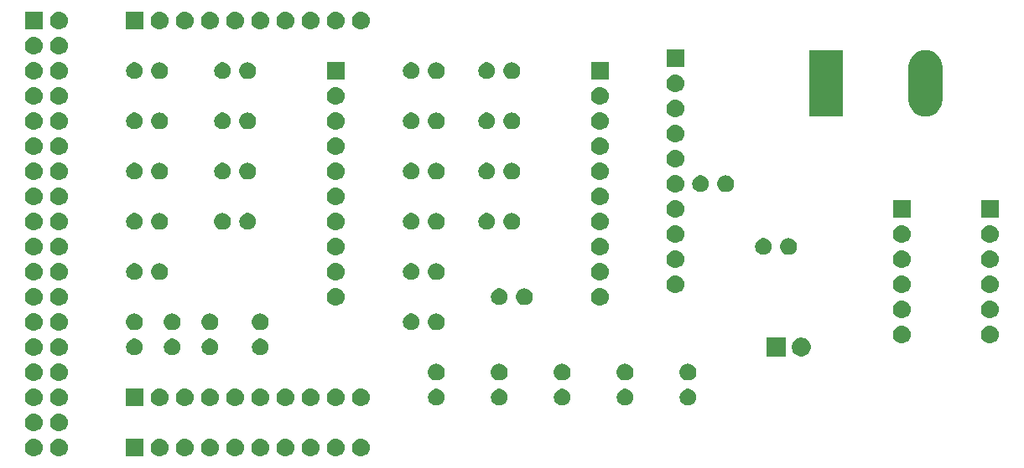
<source format=gbr>
G04 #@! TF.GenerationSoftware,KiCad,Pcbnew,(5.1.2-1)-1*
G04 #@! TF.CreationDate,2019-07-02T18:11:31+10:00*
G04 #@! TF.ProjectId,pcb_combined,7063625f-636f-46d6-9269-6e65642e6b69,rev?*
G04 #@! TF.SameCoordinates,Original*
G04 #@! TF.FileFunction,Soldermask,Bot*
G04 #@! TF.FilePolarity,Negative*
%FSLAX46Y46*%
G04 Gerber Fmt 4.6, Leading zero omitted, Abs format (unit mm)*
G04 Created by KiCad (PCBNEW (5.1.2-1)-1) date 2019-07-02 18:11:31*
%MOMM*%
%LPD*%
G04 APERTURE LIST*
%ADD10C,0.100000*%
G04 APERTURE END LIST*
D10*
G36*
X64880443Y-90545519D02*
G01*
X64946627Y-90552037D01*
X65116466Y-90603557D01*
X65272991Y-90687222D01*
X65308729Y-90716552D01*
X65410186Y-90799814D01*
X65493448Y-90901271D01*
X65522778Y-90937009D01*
X65606443Y-91093534D01*
X65657963Y-91263373D01*
X65675359Y-91440000D01*
X65657963Y-91616627D01*
X65606443Y-91786466D01*
X65522778Y-91942991D01*
X65493448Y-91978729D01*
X65410186Y-92080186D01*
X65308729Y-92163448D01*
X65272991Y-92192778D01*
X65116466Y-92276443D01*
X64946627Y-92327963D01*
X64880443Y-92334481D01*
X64814260Y-92341000D01*
X64725740Y-92341000D01*
X64659557Y-92334481D01*
X64593373Y-92327963D01*
X64423534Y-92276443D01*
X64267009Y-92192778D01*
X64231271Y-92163448D01*
X64129814Y-92080186D01*
X64046552Y-91978729D01*
X64017222Y-91942991D01*
X63933557Y-91786466D01*
X63882037Y-91616627D01*
X63864641Y-91440000D01*
X63882037Y-91263373D01*
X63933557Y-91093534D01*
X64017222Y-90937009D01*
X64046552Y-90901271D01*
X64129814Y-90799814D01*
X64231271Y-90716552D01*
X64267009Y-90687222D01*
X64423534Y-90603557D01*
X64593373Y-90552037D01*
X64659557Y-90545519D01*
X64725740Y-90539000D01*
X64814260Y-90539000D01*
X64880443Y-90545519D01*
X64880443Y-90545519D01*
G37*
G36*
X62340443Y-90545519D02*
G01*
X62406627Y-90552037D01*
X62576466Y-90603557D01*
X62732991Y-90687222D01*
X62768729Y-90716552D01*
X62870186Y-90799814D01*
X62953448Y-90901271D01*
X62982778Y-90937009D01*
X63066443Y-91093534D01*
X63117963Y-91263373D01*
X63135359Y-91440000D01*
X63117963Y-91616627D01*
X63066443Y-91786466D01*
X62982778Y-91942991D01*
X62953448Y-91978729D01*
X62870186Y-92080186D01*
X62768729Y-92163448D01*
X62732991Y-92192778D01*
X62576466Y-92276443D01*
X62406627Y-92327963D01*
X62340443Y-92334481D01*
X62274260Y-92341000D01*
X62185740Y-92341000D01*
X62119557Y-92334481D01*
X62053373Y-92327963D01*
X61883534Y-92276443D01*
X61727009Y-92192778D01*
X61691271Y-92163448D01*
X61589814Y-92080186D01*
X61506552Y-91978729D01*
X61477222Y-91942991D01*
X61393557Y-91786466D01*
X61342037Y-91616627D01*
X61324641Y-91440000D01*
X61342037Y-91263373D01*
X61393557Y-91093534D01*
X61477222Y-90937009D01*
X61506552Y-90901271D01*
X61589814Y-90799814D01*
X61691271Y-90716552D01*
X61727009Y-90687222D01*
X61883534Y-90603557D01*
X62053373Y-90552037D01*
X62119557Y-90545519D01*
X62185740Y-90539000D01*
X62274260Y-90539000D01*
X62340443Y-90545519D01*
X62340443Y-90545519D01*
G37*
G36*
X59800443Y-90545519D02*
G01*
X59866627Y-90552037D01*
X60036466Y-90603557D01*
X60192991Y-90687222D01*
X60228729Y-90716552D01*
X60330186Y-90799814D01*
X60413448Y-90901271D01*
X60442778Y-90937009D01*
X60526443Y-91093534D01*
X60577963Y-91263373D01*
X60595359Y-91440000D01*
X60577963Y-91616627D01*
X60526443Y-91786466D01*
X60442778Y-91942991D01*
X60413448Y-91978729D01*
X60330186Y-92080186D01*
X60228729Y-92163448D01*
X60192991Y-92192778D01*
X60036466Y-92276443D01*
X59866627Y-92327963D01*
X59800443Y-92334481D01*
X59734260Y-92341000D01*
X59645740Y-92341000D01*
X59579557Y-92334481D01*
X59513373Y-92327963D01*
X59343534Y-92276443D01*
X59187009Y-92192778D01*
X59151271Y-92163448D01*
X59049814Y-92080186D01*
X58966552Y-91978729D01*
X58937222Y-91942991D01*
X58853557Y-91786466D01*
X58802037Y-91616627D01*
X58784641Y-91440000D01*
X58802037Y-91263373D01*
X58853557Y-91093534D01*
X58937222Y-90937009D01*
X58966552Y-90901271D01*
X59049814Y-90799814D01*
X59151271Y-90716552D01*
X59187009Y-90687222D01*
X59343534Y-90603557D01*
X59513373Y-90552037D01*
X59579557Y-90545519D01*
X59645740Y-90539000D01*
X59734260Y-90539000D01*
X59800443Y-90545519D01*
X59800443Y-90545519D01*
G37*
G36*
X57260443Y-90545519D02*
G01*
X57326627Y-90552037D01*
X57496466Y-90603557D01*
X57652991Y-90687222D01*
X57688729Y-90716552D01*
X57790186Y-90799814D01*
X57873448Y-90901271D01*
X57902778Y-90937009D01*
X57986443Y-91093534D01*
X58037963Y-91263373D01*
X58055359Y-91440000D01*
X58037963Y-91616627D01*
X57986443Y-91786466D01*
X57902778Y-91942991D01*
X57873448Y-91978729D01*
X57790186Y-92080186D01*
X57688729Y-92163448D01*
X57652991Y-92192778D01*
X57496466Y-92276443D01*
X57326627Y-92327963D01*
X57260443Y-92334481D01*
X57194260Y-92341000D01*
X57105740Y-92341000D01*
X57039557Y-92334481D01*
X56973373Y-92327963D01*
X56803534Y-92276443D01*
X56647009Y-92192778D01*
X56611271Y-92163448D01*
X56509814Y-92080186D01*
X56426552Y-91978729D01*
X56397222Y-91942991D01*
X56313557Y-91786466D01*
X56262037Y-91616627D01*
X56244641Y-91440000D01*
X56262037Y-91263373D01*
X56313557Y-91093534D01*
X56397222Y-90937009D01*
X56426552Y-90901271D01*
X56509814Y-90799814D01*
X56611271Y-90716552D01*
X56647009Y-90687222D01*
X56803534Y-90603557D01*
X56973373Y-90552037D01*
X57039557Y-90545519D01*
X57105740Y-90539000D01*
X57194260Y-90539000D01*
X57260443Y-90545519D01*
X57260443Y-90545519D01*
G37*
G36*
X54720443Y-90545519D02*
G01*
X54786627Y-90552037D01*
X54956466Y-90603557D01*
X55112991Y-90687222D01*
X55148729Y-90716552D01*
X55250186Y-90799814D01*
X55333448Y-90901271D01*
X55362778Y-90937009D01*
X55446443Y-91093534D01*
X55497963Y-91263373D01*
X55515359Y-91440000D01*
X55497963Y-91616627D01*
X55446443Y-91786466D01*
X55362778Y-91942991D01*
X55333448Y-91978729D01*
X55250186Y-92080186D01*
X55148729Y-92163448D01*
X55112991Y-92192778D01*
X54956466Y-92276443D01*
X54786627Y-92327963D01*
X54720443Y-92334481D01*
X54654260Y-92341000D01*
X54565740Y-92341000D01*
X54499557Y-92334481D01*
X54433373Y-92327963D01*
X54263534Y-92276443D01*
X54107009Y-92192778D01*
X54071271Y-92163448D01*
X53969814Y-92080186D01*
X53886552Y-91978729D01*
X53857222Y-91942991D01*
X53773557Y-91786466D01*
X53722037Y-91616627D01*
X53704641Y-91440000D01*
X53722037Y-91263373D01*
X53773557Y-91093534D01*
X53857222Y-90937009D01*
X53886552Y-90901271D01*
X53969814Y-90799814D01*
X54071271Y-90716552D01*
X54107009Y-90687222D01*
X54263534Y-90603557D01*
X54433373Y-90552037D01*
X54499557Y-90545519D01*
X54565740Y-90539000D01*
X54654260Y-90539000D01*
X54720443Y-90545519D01*
X54720443Y-90545519D01*
G37*
G36*
X52180443Y-90545519D02*
G01*
X52246627Y-90552037D01*
X52416466Y-90603557D01*
X52572991Y-90687222D01*
X52608729Y-90716552D01*
X52710186Y-90799814D01*
X52793448Y-90901271D01*
X52822778Y-90937009D01*
X52906443Y-91093534D01*
X52957963Y-91263373D01*
X52975359Y-91440000D01*
X52957963Y-91616627D01*
X52906443Y-91786466D01*
X52822778Y-91942991D01*
X52793448Y-91978729D01*
X52710186Y-92080186D01*
X52608729Y-92163448D01*
X52572991Y-92192778D01*
X52416466Y-92276443D01*
X52246627Y-92327963D01*
X52180443Y-92334481D01*
X52114260Y-92341000D01*
X52025740Y-92341000D01*
X51959557Y-92334481D01*
X51893373Y-92327963D01*
X51723534Y-92276443D01*
X51567009Y-92192778D01*
X51531271Y-92163448D01*
X51429814Y-92080186D01*
X51346552Y-91978729D01*
X51317222Y-91942991D01*
X51233557Y-91786466D01*
X51182037Y-91616627D01*
X51164641Y-91440000D01*
X51182037Y-91263373D01*
X51233557Y-91093534D01*
X51317222Y-90937009D01*
X51346552Y-90901271D01*
X51429814Y-90799814D01*
X51531271Y-90716552D01*
X51567009Y-90687222D01*
X51723534Y-90603557D01*
X51893373Y-90552037D01*
X51959557Y-90545519D01*
X52025740Y-90539000D01*
X52114260Y-90539000D01*
X52180443Y-90545519D01*
X52180443Y-90545519D01*
G37*
G36*
X49640443Y-90545519D02*
G01*
X49706627Y-90552037D01*
X49876466Y-90603557D01*
X50032991Y-90687222D01*
X50068729Y-90716552D01*
X50170186Y-90799814D01*
X50253448Y-90901271D01*
X50282778Y-90937009D01*
X50366443Y-91093534D01*
X50417963Y-91263373D01*
X50435359Y-91440000D01*
X50417963Y-91616627D01*
X50366443Y-91786466D01*
X50282778Y-91942991D01*
X50253448Y-91978729D01*
X50170186Y-92080186D01*
X50068729Y-92163448D01*
X50032991Y-92192778D01*
X49876466Y-92276443D01*
X49706627Y-92327963D01*
X49640443Y-92334481D01*
X49574260Y-92341000D01*
X49485740Y-92341000D01*
X49419557Y-92334481D01*
X49353373Y-92327963D01*
X49183534Y-92276443D01*
X49027009Y-92192778D01*
X48991271Y-92163448D01*
X48889814Y-92080186D01*
X48806552Y-91978729D01*
X48777222Y-91942991D01*
X48693557Y-91786466D01*
X48642037Y-91616627D01*
X48624641Y-91440000D01*
X48642037Y-91263373D01*
X48693557Y-91093534D01*
X48777222Y-90937009D01*
X48806552Y-90901271D01*
X48889814Y-90799814D01*
X48991271Y-90716552D01*
X49027009Y-90687222D01*
X49183534Y-90603557D01*
X49353373Y-90552037D01*
X49419557Y-90545519D01*
X49485740Y-90539000D01*
X49574260Y-90539000D01*
X49640443Y-90545519D01*
X49640443Y-90545519D01*
G37*
G36*
X47100443Y-90545519D02*
G01*
X47166627Y-90552037D01*
X47336466Y-90603557D01*
X47492991Y-90687222D01*
X47528729Y-90716552D01*
X47630186Y-90799814D01*
X47713448Y-90901271D01*
X47742778Y-90937009D01*
X47826443Y-91093534D01*
X47877963Y-91263373D01*
X47895359Y-91440000D01*
X47877963Y-91616627D01*
X47826443Y-91786466D01*
X47742778Y-91942991D01*
X47713448Y-91978729D01*
X47630186Y-92080186D01*
X47528729Y-92163448D01*
X47492991Y-92192778D01*
X47336466Y-92276443D01*
X47166627Y-92327963D01*
X47100443Y-92334481D01*
X47034260Y-92341000D01*
X46945740Y-92341000D01*
X46879557Y-92334481D01*
X46813373Y-92327963D01*
X46643534Y-92276443D01*
X46487009Y-92192778D01*
X46451271Y-92163448D01*
X46349814Y-92080186D01*
X46266552Y-91978729D01*
X46237222Y-91942991D01*
X46153557Y-91786466D01*
X46102037Y-91616627D01*
X46084641Y-91440000D01*
X46102037Y-91263373D01*
X46153557Y-91093534D01*
X46237222Y-90937009D01*
X46266552Y-90901271D01*
X46349814Y-90799814D01*
X46451271Y-90716552D01*
X46487009Y-90687222D01*
X46643534Y-90603557D01*
X46813373Y-90552037D01*
X46879557Y-90545519D01*
X46945740Y-90539000D01*
X47034260Y-90539000D01*
X47100443Y-90545519D01*
X47100443Y-90545519D01*
G37*
G36*
X44560443Y-90545519D02*
G01*
X44626627Y-90552037D01*
X44796466Y-90603557D01*
X44952991Y-90687222D01*
X44988729Y-90716552D01*
X45090186Y-90799814D01*
X45173448Y-90901271D01*
X45202778Y-90937009D01*
X45286443Y-91093534D01*
X45337963Y-91263373D01*
X45355359Y-91440000D01*
X45337963Y-91616627D01*
X45286443Y-91786466D01*
X45202778Y-91942991D01*
X45173448Y-91978729D01*
X45090186Y-92080186D01*
X44988729Y-92163448D01*
X44952991Y-92192778D01*
X44796466Y-92276443D01*
X44626627Y-92327963D01*
X44560443Y-92334481D01*
X44494260Y-92341000D01*
X44405740Y-92341000D01*
X44339557Y-92334481D01*
X44273373Y-92327963D01*
X44103534Y-92276443D01*
X43947009Y-92192778D01*
X43911271Y-92163448D01*
X43809814Y-92080186D01*
X43726552Y-91978729D01*
X43697222Y-91942991D01*
X43613557Y-91786466D01*
X43562037Y-91616627D01*
X43544641Y-91440000D01*
X43562037Y-91263373D01*
X43613557Y-91093534D01*
X43697222Y-90937009D01*
X43726552Y-90901271D01*
X43809814Y-90799814D01*
X43911271Y-90716552D01*
X43947009Y-90687222D01*
X44103534Y-90603557D01*
X44273373Y-90552037D01*
X44339557Y-90545519D01*
X44405740Y-90539000D01*
X44494260Y-90539000D01*
X44560443Y-90545519D01*
X44560443Y-90545519D01*
G37*
G36*
X42811000Y-92341000D02*
G01*
X41009000Y-92341000D01*
X41009000Y-90539000D01*
X42811000Y-90539000D01*
X42811000Y-92341000D01*
X42811000Y-92341000D01*
G37*
G36*
X34400443Y-90545519D02*
G01*
X34466627Y-90552037D01*
X34636466Y-90603557D01*
X34792991Y-90687222D01*
X34828729Y-90716552D01*
X34930186Y-90799814D01*
X35013448Y-90901271D01*
X35042778Y-90937009D01*
X35126443Y-91093534D01*
X35177963Y-91263373D01*
X35195359Y-91440000D01*
X35177963Y-91616627D01*
X35126443Y-91786466D01*
X35042778Y-91942991D01*
X35013448Y-91978729D01*
X34930186Y-92080186D01*
X34828729Y-92163448D01*
X34792991Y-92192778D01*
X34636466Y-92276443D01*
X34466627Y-92327963D01*
X34400443Y-92334481D01*
X34334260Y-92341000D01*
X34245740Y-92341000D01*
X34179557Y-92334481D01*
X34113373Y-92327963D01*
X33943534Y-92276443D01*
X33787009Y-92192778D01*
X33751271Y-92163448D01*
X33649814Y-92080186D01*
X33566552Y-91978729D01*
X33537222Y-91942991D01*
X33453557Y-91786466D01*
X33402037Y-91616627D01*
X33384641Y-91440000D01*
X33402037Y-91263373D01*
X33453557Y-91093534D01*
X33537222Y-90937009D01*
X33566552Y-90901271D01*
X33649814Y-90799814D01*
X33751271Y-90716552D01*
X33787009Y-90687222D01*
X33943534Y-90603557D01*
X34113373Y-90552037D01*
X34179557Y-90545519D01*
X34245740Y-90539000D01*
X34334260Y-90539000D01*
X34400443Y-90545519D01*
X34400443Y-90545519D01*
G37*
G36*
X31860443Y-90545519D02*
G01*
X31926627Y-90552037D01*
X32096466Y-90603557D01*
X32252991Y-90687222D01*
X32288729Y-90716552D01*
X32390186Y-90799814D01*
X32473448Y-90901271D01*
X32502778Y-90937009D01*
X32586443Y-91093534D01*
X32637963Y-91263373D01*
X32655359Y-91440000D01*
X32637963Y-91616627D01*
X32586443Y-91786466D01*
X32502778Y-91942991D01*
X32473448Y-91978729D01*
X32390186Y-92080186D01*
X32288729Y-92163448D01*
X32252991Y-92192778D01*
X32096466Y-92276443D01*
X31926627Y-92327963D01*
X31860443Y-92334481D01*
X31794260Y-92341000D01*
X31705740Y-92341000D01*
X31639557Y-92334481D01*
X31573373Y-92327963D01*
X31403534Y-92276443D01*
X31247009Y-92192778D01*
X31211271Y-92163448D01*
X31109814Y-92080186D01*
X31026552Y-91978729D01*
X30997222Y-91942991D01*
X30913557Y-91786466D01*
X30862037Y-91616627D01*
X30844641Y-91440000D01*
X30862037Y-91263373D01*
X30913557Y-91093534D01*
X30997222Y-90937009D01*
X31026552Y-90901271D01*
X31109814Y-90799814D01*
X31211271Y-90716552D01*
X31247009Y-90687222D01*
X31403534Y-90603557D01*
X31573373Y-90552037D01*
X31639557Y-90545519D01*
X31705740Y-90539000D01*
X31794260Y-90539000D01*
X31860443Y-90545519D01*
X31860443Y-90545519D01*
G37*
G36*
X34400443Y-88005519D02*
G01*
X34466627Y-88012037D01*
X34636466Y-88063557D01*
X34792991Y-88147222D01*
X34828729Y-88176552D01*
X34930186Y-88259814D01*
X35013448Y-88361271D01*
X35042778Y-88397009D01*
X35126443Y-88553534D01*
X35177963Y-88723373D01*
X35195359Y-88900000D01*
X35177963Y-89076627D01*
X35126443Y-89246466D01*
X35042778Y-89402991D01*
X35013448Y-89438729D01*
X34930186Y-89540186D01*
X34828729Y-89623448D01*
X34792991Y-89652778D01*
X34636466Y-89736443D01*
X34466627Y-89787963D01*
X34400443Y-89794481D01*
X34334260Y-89801000D01*
X34245740Y-89801000D01*
X34179557Y-89794481D01*
X34113373Y-89787963D01*
X33943534Y-89736443D01*
X33787009Y-89652778D01*
X33751271Y-89623448D01*
X33649814Y-89540186D01*
X33566552Y-89438729D01*
X33537222Y-89402991D01*
X33453557Y-89246466D01*
X33402037Y-89076627D01*
X33384641Y-88900000D01*
X33402037Y-88723373D01*
X33453557Y-88553534D01*
X33537222Y-88397009D01*
X33566552Y-88361271D01*
X33649814Y-88259814D01*
X33751271Y-88176552D01*
X33787009Y-88147222D01*
X33943534Y-88063557D01*
X34113373Y-88012037D01*
X34179557Y-88005519D01*
X34245740Y-87999000D01*
X34334260Y-87999000D01*
X34400443Y-88005519D01*
X34400443Y-88005519D01*
G37*
G36*
X31860443Y-88005519D02*
G01*
X31926627Y-88012037D01*
X32096466Y-88063557D01*
X32252991Y-88147222D01*
X32288729Y-88176552D01*
X32390186Y-88259814D01*
X32473448Y-88361271D01*
X32502778Y-88397009D01*
X32586443Y-88553534D01*
X32637963Y-88723373D01*
X32655359Y-88900000D01*
X32637963Y-89076627D01*
X32586443Y-89246466D01*
X32502778Y-89402991D01*
X32473448Y-89438729D01*
X32390186Y-89540186D01*
X32288729Y-89623448D01*
X32252991Y-89652778D01*
X32096466Y-89736443D01*
X31926627Y-89787963D01*
X31860443Y-89794481D01*
X31794260Y-89801000D01*
X31705740Y-89801000D01*
X31639557Y-89794481D01*
X31573373Y-89787963D01*
X31403534Y-89736443D01*
X31247009Y-89652778D01*
X31211271Y-89623448D01*
X31109814Y-89540186D01*
X31026552Y-89438729D01*
X30997222Y-89402991D01*
X30913557Y-89246466D01*
X30862037Y-89076627D01*
X30844641Y-88900000D01*
X30862037Y-88723373D01*
X30913557Y-88553534D01*
X30997222Y-88397009D01*
X31026552Y-88361271D01*
X31109814Y-88259814D01*
X31211271Y-88176552D01*
X31247009Y-88147222D01*
X31403534Y-88063557D01*
X31573373Y-88012037D01*
X31639557Y-88005519D01*
X31705740Y-87999000D01*
X31794260Y-87999000D01*
X31860443Y-88005519D01*
X31860443Y-88005519D01*
G37*
G36*
X34400442Y-85465518D02*
G01*
X34466627Y-85472037D01*
X34636466Y-85523557D01*
X34792991Y-85607222D01*
X34828729Y-85636552D01*
X34930186Y-85719814D01*
X35010369Y-85817519D01*
X35042778Y-85857009D01*
X35126443Y-86013534D01*
X35177963Y-86183373D01*
X35195359Y-86360000D01*
X35177963Y-86536627D01*
X35126443Y-86706466D01*
X35042778Y-86862991D01*
X35013448Y-86898729D01*
X34930186Y-87000186D01*
X34828729Y-87083448D01*
X34792991Y-87112778D01*
X34636466Y-87196443D01*
X34466627Y-87247963D01*
X34400442Y-87254482D01*
X34334260Y-87261000D01*
X34245740Y-87261000D01*
X34179558Y-87254482D01*
X34113373Y-87247963D01*
X33943534Y-87196443D01*
X33787009Y-87112778D01*
X33751271Y-87083448D01*
X33649814Y-87000186D01*
X33566552Y-86898729D01*
X33537222Y-86862991D01*
X33453557Y-86706466D01*
X33402037Y-86536627D01*
X33384641Y-86360000D01*
X33402037Y-86183373D01*
X33453557Y-86013534D01*
X33537222Y-85857009D01*
X33569631Y-85817519D01*
X33649814Y-85719814D01*
X33751271Y-85636552D01*
X33787009Y-85607222D01*
X33943534Y-85523557D01*
X34113373Y-85472037D01*
X34179558Y-85465518D01*
X34245740Y-85459000D01*
X34334260Y-85459000D01*
X34400442Y-85465518D01*
X34400442Y-85465518D01*
G37*
G36*
X57260442Y-85465518D02*
G01*
X57326627Y-85472037D01*
X57496466Y-85523557D01*
X57652991Y-85607222D01*
X57688729Y-85636552D01*
X57790186Y-85719814D01*
X57870369Y-85817519D01*
X57902778Y-85857009D01*
X57986443Y-86013534D01*
X58037963Y-86183373D01*
X58055359Y-86360000D01*
X58037963Y-86536627D01*
X57986443Y-86706466D01*
X57902778Y-86862991D01*
X57873448Y-86898729D01*
X57790186Y-87000186D01*
X57688729Y-87083448D01*
X57652991Y-87112778D01*
X57496466Y-87196443D01*
X57326627Y-87247963D01*
X57260442Y-87254482D01*
X57194260Y-87261000D01*
X57105740Y-87261000D01*
X57039558Y-87254482D01*
X56973373Y-87247963D01*
X56803534Y-87196443D01*
X56647009Y-87112778D01*
X56611271Y-87083448D01*
X56509814Y-87000186D01*
X56426552Y-86898729D01*
X56397222Y-86862991D01*
X56313557Y-86706466D01*
X56262037Y-86536627D01*
X56244641Y-86360000D01*
X56262037Y-86183373D01*
X56313557Y-86013534D01*
X56397222Y-85857009D01*
X56429631Y-85817519D01*
X56509814Y-85719814D01*
X56611271Y-85636552D01*
X56647009Y-85607222D01*
X56803534Y-85523557D01*
X56973373Y-85472037D01*
X57039558Y-85465518D01*
X57105740Y-85459000D01*
X57194260Y-85459000D01*
X57260442Y-85465518D01*
X57260442Y-85465518D01*
G37*
G36*
X31860442Y-85465518D02*
G01*
X31926627Y-85472037D01*
X32096466Y-85523557D01*
X32252991Y-85607222D01*
X32288729Y-85636552D01*
X32390186Y-85719814D01*
X32470369Y-85817519D01*
X32502778Y-85857009D01*
X32586443Y-86013534D01*
X32637963Y-86183373D01*
X32655359Y-86360000D01*
X32637963Y-86536627D01*
X32586443Y-86706466D01*
X32502778Y-86862991D01*
X32473448Y-86898729D01*
X32390186Y-87000186D01*
X32288729Y-87083448D01*
X32252991Y-87112778D01*
X32096466Y-87196443D01*
X31926627Y-87247963D01*
X31860442Y-87254482D01*
X31794260Y-87261000D01*
X31705740Y-87261000D01*
X31639558Y-87254482D01*
X31573373Y-87247963D01*
X31403534Y-87196443D01*
X31247009Y-87112778D01*
X31211271Y-87083448D01*
X31109814Y-87000186D01*
X31026552Y-86898729D01*
X30997222Y-86862991D01*
X30913557Y-86706466D01*
X30862037Y-86536627D01*
X30844641Y-86360000D01*
X30862037Y-86183373D01*
X30913557Y-86013534D01*
X30997222Y-85857009D01*
X31029631Y-85817519D01*
X31109814Y-85719814D01*
X31211271Y-85636552D01*
X31247009Y-85607222D01*
X31403534Y-85523557D01*
X31573373Y-85472037D01*
X31639558Y-85465518D01*
X31705740Y-85459000D01*
X31794260Y-85459000D01*
X31860442Y-85465518D01*
X31860442Y-85465518D01*
G37*
G36*
X42811000Y-87261000D02*
G01*
X41009000Y-87261000D01*
X41009000Y-85459000D01*
X42811000Y-85459000D01*
X42811000Y-87261000D01*
X42811000Y-87261000D01*
G37*
G36*
X64880442Y-85465518D02*
G01*
X64946627Y-85472037D01*
X65116466Y-85523557D01*
X65272991Y-85607222D01*
X65308729Y-85636552D01*
X65410186Y-85719814D01*
X65490369Y-85817519D01*
X65522778Y-85857009D01*
X65606443Y-86013534D01*
X65657963Y-86183373D01*
X65675359Y-86360000D01*
X65657963Y-86536627D01*
X65606443Y-86706466D01*
X65522778Y-86862991D01*
X65493448Y-86898729D01*
X65410186Y-87000186D01*
X65308729Y-87083448D01*
X65272991Y-87112778D01*
X65116466Y-87196443D01*
X64946627Y-87247963D01*
X64880442Y-87254482D01*
X64814260Y-87261000D01*
X64725740Y-87261000D01*
X64659558Y-87254482D01*
X64593373Y-87247963D01*
X64423534Y-87196443D01*
X64267009Y-87112778D01*
X64231271Y-87083448D01*
X64129814Y-87000186D01*
X64046552Y-86898729D01*
X64017222Y-86862991D01*
X63933557Y-86706466D01*
X63882037Y-86536627D01*
X63864641Y-86360000D01*
X63882037Y-86183373D01*
X63933557Y-86013534D01*
X64017222Y-85857009D01*
X64049631Y-85817519D01*
X64129814Y-85719814D01*
X64231271Y-85636552D01*
X64267009Y-85607222D01*
X64423534Y-85523557D01*
X64593373Y-85472037D01*
X64659558Y-85465518D01*
X64725740Y-85459000D01*
X64814260Y-85459000D01*
X64880442Y-85465518D01*
X64880442Y-85465518D01*
G37*
G36*
X62340442Y-85465518D02*
G01*
X62406627Y-85472037D01*
X62576466Y-85523557D01*
X62732991Y-85607222D01*
X62768729Y-85636552D01*
X62870186Y-85719814D01*
X62950369Y-85817519D01*
X62982778Y-85857009D01*
X63066443Y-86013534D01*
X63117963Y-86183373D01*
X63135359Y-86360000D01*
X63117963Y-86536627D01*
X63066443Y-86706466D01*
X62982778Y-86862991D01*
X62953448Y-86898729D01*
X62870186Y-87000186D01*
X62768729Y-87083448D01*
X62732991Y-87112778D01*
X62576466Y-87196443D01*
X62406627Y-87247963D01*
X62340442Y-87254482D01*
X62274260Y-87261000D01*
X62185740Y-87261000D01*
X62119558Y-87254482D01*
X62053373Y-87247963D01*
X61883534Y-87196443D01*
X61727009Y-87112778D01*
X61691271Y-87083448D01*
X61589814Y-87000186D01*
X61506552Y-86898729D01*
X61477222Y-86862991D01*
X61393557Y-86706466D01*
X61342037Y-86536627D01*
X61324641Y-86360000D01*
X61342037Y-86183373D01*
X61393557Y-86013534D01*
X61477222Y-85857009D01*
X61509631Y-85817519D01*
X61589814Y-85719814D01*
X61691271Y-85636552D01*
X61727009Y-85607222D01*
X61883534Y-85523557D01*
X62053373Y-85472037D01*
X62119558Y-85465518D01*
X62185740Y-85459000D01*
X62274260Y-85459000D01*
X62340442Y-85465518D01*
X62340442Y-85465518D01*
G37*
G36*
X59800442Y-85465518D02*
G01*
X59866627Y-85472037D01*
X60036466Y-85523557D01*
X60192991Y-85607222D01*
X60228729Y-85636552D01*
X60330186Y-85719814D01*
X60410369Y-85817519D01*
X60442778Y-85857009D01*
X60526443Y-86013534D01*
X60577963Y-86183373D01*
X60595359Y-86360000D01*
X60577963Y-86536627D01*
X60526443Y-86706466D01*
X60442778Y-86862991D01*
X60413448Y-86898729D01*
X60330186Y-87000186D01*
X60228729Y-87083448D01*
X60192991Y-87112778D01*
X60036466Y-87196443D01*
X59866627Y-87247963D01*
X59800442Y-87254482D01*
X59734260Y-87261000D01*
X59645740Y-87261000D01*
X59579558Y-87254482D01*
X59513373Y-87247963D01*
X59343534Y-87196443D01*
X59187009Y-87112778D01*
X59151271Y-87083448D01*
X59049814Y-87000186D01*
X58966552Y-86898729D01*
X58937222Y-86862991D01*
X58853557Y-86706466D01*
X58802037Y-86536627D01*
X58784641Y-86360000D01*
X58802037Y-86183373D01*
X58853557Y-86013534D01*
X58937222Y-85857009D01*
X58969631Y-85817519D01*
X59049814Y-85719814D01*
X59151271Y-85636552D01*
X59187009Y-85607222D01*
X59343534Y-85523557D01*
X59513373Y-85472037D01*
X59579558Y-85465518D01*
X59645740Y-85459000D01*
X59734260Y-85459000D01*
X59800442Y-85465518D01*
X59800442Y-85465518D01*
G37*
G36*
X44560442Y-85465518D02*
G01*
X44626627Y-85472037D01*
X44796466Y-85523557D01*
X44952991Y-85607222D01*
X44988729Y-85636552D01*
X45090186Y-85719814D01*
X45170369Y-85817519D01*
X45202778Y-85857009D01*
X45286443Y-86013534D01*
X45337963Y-86183373D01*
X45355359Y-86360000D01*
X45337963Y-86536627D01*
X45286443Y-86706466D01*
X45202778Y-86862991D01*
X45173448Y-86898729D01*
X45090186Y-87000186D01*
X44988729Y-87083448D01*
X44952991Y-87112778D01*
X44796466Y-87196443D01*
X44626627Y-87247963D01*
X44560442Y-87254482D01*
X44494260Y-87261000D01*
X44405740Y-87261000D01*
X44339558Y-87254482D01*
X44273373Y-87247963D01*
X44103534Y-87196443D01*
X43947009Y-87112778D01*
X43911271Y-87083448D01*
X43809814Y-87000186D01*
X43726552Y-86898729D01*
X43697222Y-86862991D01*
X43613557Y-86706466D01*
X43562037Y-86536627D01*
X43544641Y-86360000D01*
X43562037Y-86183373D01*
X43613557Y-86013534D01*
X43697222Y-85857009D01*
X43729631Y-85817519D01*
X43809814Y-85719814D01*
X43911271Y-85636552D01*
X43947009Y-85607222D01*
X44103534Y-85523557D01*
X44273373Y-85472037D01*
X44339558Y-85465518D01*
X44405740Y-85459000D01*
X44494260Y-85459000D01*
X44560442Y-85465518D01*
X44560442Y-85465518D01*
G37*
G36*
X47100442Y-85465518D02*
G01*
X47166627Y-85472037D01*
X47336466Y-85523557D01*
X47492991Y-85607222D01*
X47528729Y-85636552D01*
X47630186Y-85719814D01*
X47710369Y-85817519D01*
X47742778Y-85857009D01*
X47826443Y-86013534D01*
X47877963Y-86183373D01*
X47895359Y-86360000D01*
X47877963Y-86536627D01*
X47826443Y-86706466D01*
X47742778Y-86862991D01*
X47713448Y-86898729D01*
X47630186Y-87000186D01*
X47528729Y-87083448D01*
X47492991Y-87112778D01*
X47336466Y-87196443D01*
X47166627Y-87247963D01*
X47100442Y-87254482D01*
X47034260Y-87261000D01*
X46945740Y-87261000D01*
X46879558Y-87254482D01*
X46813373Y-87247963D01*
X46643534Y-87196443D01*
X46487009Y-87112778D01*
X46451271Y-87083448D01*
X46349814Y-87000186D01*
X46266552Y-86898729D01*
X46237222Y-86862991D01*
X46153557Y-86706466D01*
X46102037Y-86536627D01*
X46084641Y-86360000D01*
X46102037Y-86183373D01*
X46153557Y-86013534D01*
X46237222Y-85857009D01*
X46269631Y-85817519D01*
X46349814Y-85719814D01*
X46451271Y-85636552D01*
X46487009Y-85607222D01*
X46643534Y-85523557D01*
X46813373Y-85472037D01*
X46879558Y-85465518D01*
X46945740Y-85459000D01*
X47034260Y-85459000D01*
X47100442Y-85465518D01*
X47100442Y-85465518D01*
G37*
G36*
X49640442Y-85465518D02*
G01*
X49706627Y-85472037D01*
X49876466Y-85523557D01*
X50032991Y-85607222D01*
X50068729Y-85636552D01*
X50170186Y-85719814D01*
X50250369Y-85817519D01*
X50282778Y-85857009D01*
X50366443Y-86013534D01*
X50417963Y-86183373D01*
X50435359Y-86360000D01*
X50417963Y-86536627D01*
X50366443Y-86706466D01*
X50282778Y-86862991D01*
X50253448Y-86898729D01*
X50170186Y-87000186D01*
X50068729Y-87083448D01*
X50032991Y-87112778D01*
X49876466Y-87196443D01*
X49706627Y-87247963D01*
X49640442Y-87254482D01*
X49574260Y-87261000D01*
X49485740Y-87261000D01*
X49419558Y-87254482D01*
X49353373Y-87247963D01*
X49183534Y-87196443D01*
X49027009Y-87112778D01*
X48991271Y-87083448D01*
X48889814Y-87000186D01*
X48806552Y-86898729D01*
X48777222Y-86862991D01*
X48693557Y-86706466D01*
X48642037Y-86536627D01*
X48624641Y-86360000D01*
X48642037Y-86183373D01*
X48693557Y-86013534D01*
X48777222Y-85857009D01*
X48809631Y-85817519D01*
X48889814Y-85719814D01*
X48991271Y-85636552D01*
X49027009Y-85607222D01*
X49183534Y-85523557D01*
X49353373Y-85472037D01*
X49419558Y-85465518D01*
X49485740Y-85459000D01*
X49574260Y-85459000D01*
X49640442Y-85465518D01*
X49640442Y-85465518D01*
G37*
G36*
X52180442Y-85465518D02*
G01*
X52246627Y-85472037D01*
X52416466Y-85523557D01*
X52572991Y-85607222D01*
X52608729Y-85636552D01*
X52710186Y-85719814D01*
X52790369Y-85817519D01*
X52822778Y-85857009D01*
X52906443Y-86013534D01*
X52957963Y-86183373D01*
X52975359Y-86360000D01*
X52957963Y-86536627D01*
X52906443Y-86706466D01*
X52822778Y-86862991D01*
X52793448Y-86898729D01*
X52710186Y-87000186D01*
X52608729Y-87083448D01*
X52572991Y-87112778D01*
X52416466Y-87196443D01*
X52246627Y-87247963D01*
X52180442Y-87254482D01*
X52114260Y-87261000D01*
X52025740Y-87261000D01*
X51959558Y-87254482D01*
X51893373Y-87247963D01*
X51723534Y-87196443D01*
X51567009Y-87112778D01*
X51531271Y-87083448D01*
X51429814Y-87000186D01*
X51346552Y-86898729D01*
X51317222Y-86862991D01*
X51233557Y-86706466D01*
X51182037Y-86536627D01*
X51164641Y-86360000D01*
X51182037Y-86183373D01*
X51233557Y-86013534D01*
X51317222Y-85857009D01*
X51349631Y-85817519D01*
X51429814Y-85719814D01*
X51531271Y-85636552D01*
X51567009Y-85607222D01*
X51723534Y-85523557D01*
X51893373Y-85472037D01*
X51959558Y-85465518D01*
X52025740Y-85459000D01*
X52114260Y-85459000D01*
X52180442Y-85465518D01*
X52180442Y-85465518D01*
G37*
G36*
X54720442Y-85465518D02*
G01*
X54786627Y-85472037D01*
X54956466Y-85523557D01*
X55112991Y-85607222D01*
X55148729Y-85636552D01*
X55250186Y-85719814D01*
X55330369Y-85817519D01*
X55362778Y-85857009D01*
X55446443Y-86013534D01*
X55497963Y-86183373D01*
X55515359Y-86360000D01*
X55497963Y-86536627D01*
X55446443Y-86706466D01*
X55362778Y-86862991D01*
X55333448Y-86898729D01*
X55250186Y-87000186D01*
X55148729Y-87083448D01*
X55112991Y-87112778D01*
X54956466Y-87196443D01*
X54786627Y-87247963D01*
X54720442Y-87254482D01*
X54654260Y-87261000D01*
X54565740Y-87261000D01*
X54499558Y-87254482D01*
X54433373Y-87247963D01*
X54263534Y-87196443D01*
X54107009Y-87112778D01*
X54071271Y-87083448D01*
X53969814Y-87000186D01*
X53886552Y-86898729D01*
X53857222Y-86862991D01*
X53773557Y-86706466D01*
X53722037Y-86536627D01*
X53704641Y-86360000D01*
X53722037Y-86183373D01*
X53773557Y-86013534D01*
X53857222Y-85857009D01*
X53889631Y-85817519D01*
X53969814Y-85719814D01*
X54071271Y-85636552D01*
X54107009Y-85607222D01*
X54263534Y-85523557D01*
X54433373Y-85472037D01*
X54499558Y-85465518D01*
X54565740Y-85459000D01*
X54654260Y-85459000D01*
X54720442Y-85465518D01*
X54720442Y-85465518D01*
G37*
G36*
X78988228Y-85541703D02*
G01*
X79143100Y-85605853D01*
X79282481Y-85698985D01*
X79401015Y-85817519D01*
X79494147Y-85956900D01*
X79558297Y-86111772D01*
X79591000Y-86276184D01*
X79591000Y-86443816D01*
X79558297Y-86608228D01*
X79494147Y-86763100D01*
X79401015Y-86902481D01*
X79282481Y-87021015D01*
X79143100Y-87114147D01*
X78988228Y-87178297D01*
X78823816Y-87211000D01*
X78656184Y-87211000D01*
X78491772Y-87178297D01*
X78336900Y-87114147D01*
X78197519Y-87021015D01*
X78078985Y-86902481D01*
X77985853Y-86763100D01*
X77921703Y-86608228D01*
X77889000Y-86443816D01*
X77889000Y-86276184D01*
X77921703Y-86111772D01*
X77985853Y-85956900D01*
X78078985Y-85817519D01*
X78197519Y-85698985D01*
X78336900Y-85605853D01*
X78491772Y-85541703D01*
X78656184Y-85509000D01*
X78823816Y-85509000D01*
X78988228Y-85541703D01*
X78988228Y-85541703D01*
G37*
G36*
X85338228Y-85541703D02*
G01*
X85493100Y-85605853D01*
X85632481Y-85698985D01*
X85751015Y-85817519D01*
X85844147Y-85956900D01*
X85908297Y-86111772D01*
X85941000Y-86276184D01*
X85941000Y-86443816D01*
X85908297Y-86608228D01*
X85844147Y-86763100D01*
X85751015Y-86902481D01*
X85632481Y-87021015D01*
X85493100Y-87114147D01*
X85338228Y-87178297D01*
X85173816Y-87211000D01*
X85006184Y-87211000D01*
X84841772Y-87178297D01*
X84686900Y-87114147D01*
X84547519Y-87021015D01*
X84428985Y-86902481D01*
X84335853Y-86763100D01*
X84271703Y-86608228D01*
X84239000Y-86443816D01*
X84239000Y-86276184D01*
X84271703Y-86111772D01*
X84335853Y-85956900D01*
X84428985Y-85817519D01*
X84547519Y-85698985D01*
X84686900Y-85605853D01*
X84841772Y-85541703D01*
X85006184Y-85509000D01*
X85173816Y-85509000D01*
X85338228Y-85541703D01*
X85338228Y-85541703D01*
G37*
G36*
X91688228Y-85541703D02*
G01*
X91843100Y-85605853D01*
X91982481Y-85698985D01*
X92101015Y-85817519D01*
X92194147Y-85956900D01*
X92258297Y-86111772D01*
X92291000Y-86276184D01*
X92291000Y-86443816D01*
X92258297Y-86608228D01*
X92194147Y-86763100D01*
X92101015Y-86902481D01*
X91982481Y-87021015D01*
X91843100Y-87114147D01*
X91688228Y-87178297D01*
X91523816Y-87211000D01*
X91356184Y-87211000D01*
X91191772Y-87178297D01*
X91036900Y-87114147D01*
X90897519Y-87021015D01*
X90778985Y-86902481D01*
X90685853Y-86763100D01*
X90621703Y-86608228D01*
X90589000Y-86443816D01*
X90589000Y-86276184D01*
X90621703Y-86111772D01*
X90685853Y-85956900D01*
X90778985Y-85817519D01*
X90897519Y-85698985D01*
X91036900Y-85605853D01*
X91191772Y-85541703D01*
X91356184Y-85509000D01*
X91523816Y-85509000D01*
X91688228Y-85541703D01*
X91688228Y-85541703D01*
G37*
G36*
X72638228Y-85541703D02*
G01*
X72793100Y-85605853D01*
X72932481Y-85698985D01*
X73051015Y-85817519D01*
X73144147Y-85956900D01*
X73208297Y-86111772D01*
X73241000Y-86276184D01*
X73241000Y-86443816D01*
X73208297Y-86608228D01*
X73144147Y-86763100D01*
X73051015Y-86902481D01*
X72932481Y-87021015D01*
X72793100Y-87114147D01*
X72638228Y-87178297D01*
X72473816Y-87211000D01*
X72306184Y-87211000D01*
X72141772Y-87178297D01*
X71986900Y-87114147D01*
X71847519Y-87021015D01*
X71728985Y-86902481D01*
X71635853Y-86763100D01*
X71571703Y-86608228D01*
X71539000Y-86443816D01*
X71539000Y-86276184D01*
X71571703Y-86111772D01*
X71635853Y-85956900D01*
X71728985Y-85817519D01*
X71847519Y-85698985D01*
X71986900Y-85605853D01*
X72141772Y-85541703D01*
X72306184Y-85509000D01*
X72473816Y-85509000D01*
X72638228Y-85541703D01*
X72638228Y-85541703D01*
G37*
G36*
X98038228Y-85541703D02*
G01*
X98193100Y-85605853D01*
X98332481Y-85698985D01*
X98451015Y-85817519D01*
X98544147Y-85956900D01*
X98608297Y-86111772D01*
X98641000Y-86276184D01*
X98641000Y-86443816D01*
X98608297Y-86608228D01*
X98544147Y-86763100D01*
X98451015Y-86902481D01*
X98332481Y-87021015D01*
X98193100Y-87114147D01*
X98038228Y-87178297D01*
X97873816Y-87211000D01*
X97706184Y-87211000D01*
X97541772Y-87178297D01*
X97386900Y-87114147D01*
X97247519Y-87021015D01*
X97128985Y-86902481D01*
X97035853Y-86763100D01*
X96971703Y-86608228D01*
X96939000Y-86443816D01*
X96939000Y-86276184D01*
X96971703Y-86111772D01*
X97035853Y-85956900D01*
X97128985Y-85817519D01*
X97247519Y-85698985D01*
X97386900Y-85605853D01*
X97541772Y-85541703D01*
X97706184Y-85509000D01*
X97873816Y-85509000D01*
X98038228Y-85541703D01*
X98038228Y-85541703D01*
G37*
G36*
X34400443Y-82925519D02*
G01*
X34466627Y-82932037D01*
X34636466Y-82983557D01*
X34792991Y-83067222D01*
X34828729Y-83096552D01*
X34930186Y-83179814D01*
X35013448Y-83281271D01*
X35042778Y-83317009D01*
X35126443Y-83473534D01*
X35177963Y-83643373D01*
X35195359Y-83820000D01*
X35177963Y-83996627D01*
X35126443Y-84166466D01*
X35042778Y-84322991D01*
X35013448Y-84358729D01*
X34930186Y-84460186D01*
X34828729Y-84543448D01*
X34792991Y-84572778D01*
X34636466Y-84656443D01*
X34466627Y-84707963D01*
X34400443Y-84714481D01*
X34334260Y-84721000D01*
X34245740Y-84721000D01*
X34179557Y-84714481D01*
X34113373Y-84707963D01*
X33943534Y-84656443D01*
X33787009Y-84572778D01*
X33751271Y-84543448D01*
X33649814Y-84460186D01*
X33566552Y-84358729D01*
X33537222Y-84322991D01*
X33453557Y-84166466D01*
X33402037Y-83996627D01*
X33384641Y-83820000D01*
X33402037Y-83643373D01*
X33453557Y-83473534D01*
X33537222Y-83317009D01*
X33566552Y-83281271D01*
X33649814Y-83179814D01*
X33751271Y-83096552D01*
X33787009Y-83067222D01*
X33943534Y-82983557D01*
X34113373Y-82932037D01*
X34179557Y-82925519D01*
X34245740Y-82919000D01*
X34334260Y-82919000D01*
X34400443Y-82925519D01*
X34400443Y-82925519D01*
G37*
G36*
X31860443Y-82925519D02*
G01*
X31926627Y-82932037D01*
X32096466Y-82983557D01*
X32252991Y-83067222D01*
X32288729Y-83096552D01*
X32390186Y-83179814D01*
X32473448Y-83281271D01*
X32502778Y-83317009D01*
X32586443Y-83473534D01*
X32637963Y-83643373D01*
X32655359Y-83820000D01*
X32637963Y-83996627D01*
X32586443Y-84166466D01*
X32502778Y-84322991D01*
X32473448Y-84358729D01*
X32390186Y-84460186D01*
X32288729Y-84543448D01*
X32252991Y-84572778D01*
X32096466Y-84656443D01*
X31926627Y-84707963D01*
X31860443Y-84714481D01*
X31794260Y-84721000D01*
X31705740Y-84721000D01*
X31639557Y-84714481D01*
X31573373Y-84707963D01*
X31403534Y-84656443D01*
X31247009Y-84572778D01*
X31211271Y-84543448D01*
X31109814Y-84460186D01*
X31026552Y-84358729D01*
X30997222Y-84322991D01*
X30913557Y-84166466D01*
X30862037Y-83996627D01*
X30844641Y-83820000D01*
X30862037Y-83643373D01*
X30913557Y-83473534D01*
X30997222Y-83317009D01*
X31026552Y-83281271D01*
X31109814Y-83179814D01*
X31211271Y-83096552D01*
X31247009Y-83067222D01*
X31403534Y-82983557D01*
X31573373Y-82932037D01*
X31639557Y-82925519D01*
X31705740Y-82919000D01*
X31794260Y-82919000D01*
X31860443Y-82925519D01*
X31860443Y-82925519D01*
G37*
G36*
X72556823Y-82981313D02*
G01*
X72717242Y-83029976D01*
X72786922Y-83067221D01*
X72865078Y-83108996D01*
X72994659Y-83215341D01*
X73101004Y-83344922D01*
X73101005Y-83344924D01*
X73180024Y-83492758D01*
X73228687Y-83653177D01*
X73245117Y-83820000D01*
X73228687Y-83986823D01*
X73180024Y-84147242D01*
X73169747Y-84166468D01*
X73101004Y-84295078D01*
X72994659Y-84424659D01*
X72865078Y-84531004D01*
X72865076Y-84531005D01*
X72717242Y-84610024D01*
X72556823Y-84658687D01*
X72431804Y-84671000D01*
X72348196Y-84671000D01*
X72223177Y-84658687D01*
X72062758Y-84610024D01*
X71914924Y-84531005D01*
X71914922Y-84531004D01*
X71785341Y-84424659D01*
X71678996Y-84295078D01*
X71610253Y-84166468D01*
X71599976Y-84147242D01*
X71551313Y-83986823D01*
X71534883Y-83820000D01*
X71551313Y-83653177D01*
X71599976Y-83492758D01*
X71678995Y-83344924D01*
X71678996Y-83344922D01*
X71785341Y-83215341D01*
X71914922Y-83108996D01*
X71993078Y-83067221D01*
X72062758Y-83029976D01*
X72223177Y-82981313D01*
X72348196Y-82969000D01*
X72431804Y-82969000D01*
X72556823Y-82981313D01*
X72556823Y-82981313D01*
G37*
G36*
X78906823Y-82981313D02*
G01*
X79067242Y-83029976D01*
X79136922Y-83067221D01*
X79215078Y-83108996D01*
X79344659Y-83215341D01*
X79451004Y-83344922D01*
X79451005Y-83344924D01*
X79530024Y-83492758D01*
X79578687Y-83653177D01*
X79595117Y-83820000D01*
X79578687Y-83986823D01*
X79530024Y-84147242D01*
X79519747Y-84166468D01*
X79451004Y-84295078D01*
X79344659Y-84424659D01*
X79215078Y-84531004D01*
X79215076Y-84531005D01*
X79067242Y-84610024D01*
X78906823Y-84658687D01*
X78781804Y-84671000D01*
X78698196Y-84671000D01*
X78573177Y-84658687D01*
X78412758Y-84610024D01*
X78264924Y-84531005D01*
X78264922Y-84531004D01*
X78135341Y-84424659D01*
X78028996Y-84295078D01*
X77960253Y-84166468D01*
X77949976Y-84147242D01*
X77901313Y-83986823D01*
X77884883Y-83820000D01*
X77901313Y-83653177D01*
X77949976Y-83492758D01*
X78028995Y-83344924D01*
X78028996Y-83344922D01*
X78135341Y-83215341D01*
X78264922Y-83108996D01*
X78343078Y-83067221D01*
X78412758Y-83029976D01*
X78573177Y-82981313D01*
X78698196Y-82969000D01*
X78781804Y-82969000D01*
X78906823Y-82981313D01*
X78906823Y-82981313D01*
G37*
G36*
X85256823Y-82981313D02*
G01*
X85417242Y-83029976D01*
X85486922Y-83067221D01*
X85565078Y-83108996D01*
X85694659Y-83215341D01*
X85801004Y-83344922D01*
X85801005Y-83344924D01*
X85880024Y-83492758D01*
X85928687Y-83653177D01*
X85945117Y-83820000D01*
X85928687Y-83986823D01*
X85880024Y-84147242D01*
X85869747Y-84166468D01*
X85801004Y-84295078D01*
X85694659Y-84424659D01*
X85565078Y-84531004D01*
X85565076Y-84531005D01*
X85417242Y-84610024D01*
X85256823Y-84658687D01*
X85131804Y-84671000D01*
X85048196Y-84671000D01*
X84923177Y-84658687D01*
X84762758Y-84610024D01*
X84614924Y-84531005D01*
X84614922Y-84531004D01*
X84485341Y-84424659D01*
X84378996Y-84295078D01*
X84310253Y-84166468D01*
X84299976Y-84147242D01*
X84251313Y-83986823D01*
X84234883Y-83820000D01*
X84251313Y-83653177D01*
X84299976Y-83492758D01*
X84378995Y-83344924D01*
X84378996Y-83344922D01*
X84485341Y-83215341D01*
X84614922Y-83108996D01*
X84693078Y-83067221D01*
X84762758Y-83029976D01*
X84923177Y-82981313D01*
X85048196Y-82969000D01*
X85131804Y-82969000D01*
X85256823Y-82981313D01*
X85256823Y-82981313D01*
G37*
G36*
X91606823Y-82981313D02*
G01*
X91767242Y-83029976D01*
X91836922Y-83067221D01*
X91915078Y-83108996D01*
X92044659Y-83215341D01*
X92151004Y-83344922D01*
X92151005Y-83344924D01*
X92230024Y-83492758D01*
X92278687Y-83653177D01*
X92295117Y-83820000D01*
X92278687Y-83986823D01*
X92230024Y-84147242D01*
X92219747Y-84166468D01*
X92151004Y-84295078D01*
X92044659Y-84424659D01*
X91915078Y-84531004D01*
X91915076Y-84531005D01*
X91767242Y-84610024D01*
X91606823Y-84658687D01*
X91481804Y-84671000D01*
X91398196Y-84671000D01*
X91273177Y-84658687D01*
X91112758Y-84610024D01*
X90964924Y-84531005D01*
X90964922Y-84531004D01*
X90835341Y-84424659D01*
X90728996Y-84295078D01*
X90660253Y-84166468D01*
X90649976Y-84147242D01*
X90601313Y-83986823D01*
X90584883Y-83820000D01*
X90601313Y-83653177D01*
X90649976Y-83492758D01*
X90728995Y-83344924D01*
X90728996Y-83344922D01*
X90835341Y-83215341D01*
X90964922Y-83108996D01*
X91043078Y-83067221D01*
X91112758Y-83029976D01*
X91273177Y-82981313D01*
X91398196Y-82969000D01*
X91481804Y-82969000D01*
X91606823Y-82981313D01*
X91606823Y-82981313D01*
G37*
G36*
X97956823Y-82981313D02*
G01*
X98117242Y-83029976D01*
X98186922Y-83067221D01*
X98265078Y-83108996D01*
X98394659Y-83215341D01*
X98501004Y-83344922D01*
X98501005Y-83344924D01*
X98580024Y-83492758D01*
X98628687Y-83653177D01*
X98645117Y-83820000D01*
X98628687Y-83986823D01*
X98580024Y-84147242D01*
X98569747Y-84166468D01*
X98501004Y-84295078D01*
X98394659Y-84424659D01*
X98265078Y-84531004D01*
X98265076Y-84531005D01*
X98117242Y-84610024D01*
X97956823Y-84658687D01*
X97831804Y-84671000D01*
X97748196Y-84671000D01*
X97623177Y-84658687D01*
X97462758Y-84610024D01*
X97314924Y-84531005D01*
X97314922Y-84531004D01*
X97185341Y-84424659D01*
X97078996Y-84295078D01*
X97010253Y-84166468D01*
X96999976Y-84147242D01*
X96951313Y-83986823D01*
X96934883Y-83820000D01*
X96951313Y-83653177D01*
X96999976Y-83492758D01*
X97078995Y-83344924D01*
X97078996Y-83344922D01*
X97185341Y-83215341D01*
X97314922Y-83108996D01*
X97393078Y-83067221D01*
X97462758Y-83029976D01*
X97623177Y-82981313D01*
X97748196Y-82969000D01*
X97831804Y-82969000D01*
X97956823Y-82981313D01*
X97956823Y-82981313D01*
G37*
G36*
X107631000Y-82231000D02*
G01*
X105729000Y-82231000D01*
X105729000Y-80329000D01*
X107631000Y-80329000D01*
X107631000Y-82231000D01*
X107631000Y-82231000D01*
G37*
G36*
X109497395Y-80365546D02*
G01*
X109670466Y-80437234D01*
X109707086Y-80461703D01*
X109826227Y-80541310D01*
X109958690Y-80673773D01*
X110001284Y-80737520D01*
X110062766Y-80829534D01*
X110134454Y-81002605D01*
X110171000Y-81186333D01*
X110171000Y-81373667D01*
X110134454Y-81557395D01*
X110062766Y-81730466D01*
X110062765Y-81730467D01*
X109958690Y-81886227D01*
X109826227Y-82018690D01*
X109803092Y-82034148D01*
X109670466Y-82122766D01*
X109497395Y-82194454D01*
X109313667Y-82231000D01*
X109126333Y-82231000D01*
X108942605Y-82194454D01*
X108769534Y-82122766D01*
X108636908Y-82034148D01*
X108613773Y-82018690D01*
X108481310Y-81886227D01*
X108377235Y-81730467D01*
X108377234Y-81730466D01*
X108305546Y-81557395D01*
X108269000Y-81373667D01*
X108269000Y-81186333D01*
X108305546Y-81002605D01*
X108377234Y-80829534D01*
X108438716Y-80737520D01*
X108481310Y-80673773D01*
X108613773Y-80541310D01*
X108732914Y-80461703D01*
X108769534Y-80437234D01*
X108942605Y-80365546D01*
X109126333Y-80329000D01*
X109313667Y-80329000D01*
X109497395Y-80365546D01*
X109497395Y-80365546D01*
G37*
G36*
X31860442Y-80385518D02*
G01*
X31926627Y-80392037D01*
X32096466Y-80443557D01*
X32252991Y-80527222D01*
X32270156Y-80541309D01*
X32390186Y-80639814D01*
X32470369Y-80737519D01*
X32502778Y-80777009D01*
X32586443Y-80933534D01*
X32637963Y-81103373D01*
X32655359Y-81280000D01*
X32637963Y-81456627D01*
X32586443Y-81626466D01*
X32502778Y-81782991D01*
X32473448Y-81818729D01*
X32390186Y-81920186D01*
X32288729Y-82003448D01*
X32252991Y-82032778D01*
X32096466Y-82116443D01*
X31926627Y-82167963D01*
X31860443Y-82174481D01*
X31794260Y-82181000D01*
X31705740Y-82181000D01*
X31639557Y-82174481D01*
X31573373Y-82167963D01*
X31403534Y-82116443D01*
X31247009Y-82032778D01*
X31211271Y-82003448D01*
X31109814Y-81920186D01*
X31026552Y-81818729D01*
X30997222Y-81782991D01*
X30913557Y-81626466D01*
X30862037Y-81456627D01*
X30844641Y-81280000D01*
X30862037Y-81103373D01*
X30913557Y-80933534D01*
X30997222Y-80777009D01*
X31029631Y-80737519D01*
X31109814Y-80639814D01*
X31229844Y-80541309D01*
X31247009Y-80527222D01*
X31403534Y-80443557D01*
X31573373Y-80392037D01*
X31639558Y-80385518D01*
X31705740Y-80379000D01*
X31794260Y-80379000D01*
X31860442Y-80385518D01*
X31860442Y-80385518D01*
G37*
G36*
X34400442Y-80385518D02*
G01*
X34466627Y-80392037D01*
X34636466Y-80443557D01*
X34792991Y-80527222D01*
X34810156Y-80541309D01*
X34930186Y-80639814D01*
X35010369Y-80737519D01*
X35042778Y-80777009D01*
X35126443Y-80933534D01*
X35177963Y-81103373D01*
X35195359Y-81280000D01*
X35177963Y-81456627D01*
X35126443Y-81626466D01*
X35042778Y-81782991D01*
X35013448Y-81818729D01*
X34930186Y-81920186D01*
X34828729Y-82003448D01*
X34792991Y-82032778D01*
X34636466Y-82116443D01*
X34466627Y-82167963D01*
X34400443Y-82174481D01*
X34334260Y-82181000D01*
X34245740Y-82181000D01*
X34179557Y-82174481D01*
X34113373Y-82167963D01*
X33943534Y-82116443D01*
X33787009Y-82032778D01*
X33751271Y-82003448D01*
X33649814Y-81920186D01*
X33566552Y-81818729D01*
X33537222Y-81782991D01*
X33453557Y-81626466D01*
X33402037Y-81456627D01*
X33384641Y-81280000D01*
X33402037Y-81103373D01*
X33453557Y-80933534D01*
X33537222Y-80777009D01*
X33569631Y-80737519D01*
X33649814Y-80639814D01*
X33769844Y-80541309D01*
X33787009Y-80527222D01*
X33943534Y-80443557D01*
X34113373Y-80392037D01*
X34179558Y-80385518D01*
X34245740Y-80379000D01*
X34334260Y-80379000D01*
X34400442Y-80385518D01*
X34400442Y-80385518D01*
G37*
G36*
X49778228Y-80461703D02*
G01*
X49933100Y-80525853D01*
X50072481Y-80618985D01*
X50191015Y-80737519D01*
X50284147Y-80876900D01*
X50348297Y-81031772D01*
X50381000Y-81196184D01*
X50381000Y-81363816D01*
X50348297Y-81528228D01*
X50284147Y-81683100D01*
X50191015Y-81822481D01*
X50072481Y-81941015D01*
X49933100Y-82034147D01*
X49778228Y-82098297D01*
X49613816Y-82131000D01*
X49446184Y-82131000D01*
X49281772Y-82098297D01*
X49126900Y-82034147D01*
X48987519Y-81941015D01*
X48868985Y-81822481D01*
X48775853Y-81683100D01*
X48711703Y-81528228D01*
X48679000Y-81363816D01*
X48679000Y-81196184D01*
X48711703Y-81031772D01*
X48775853Y-80876900D01*
X48868985Y-80737519D01*
X48987519Y-80618985D01*
X49126900Y-80525853D01*
X49281772Y-80461703D01*
X49446184Y-80429000D01*
X49613816Y-80429000D01*
X49778228Y-80461703D01*
X49778228Y-80461703D01*
G37*
G36*
X45968228Y-80461703D02*
G01*
X46123100Y-80525853D01*
X46262481Y-80618985D01*
X46381015Y-80737519D01*
X46474147Y-80876900D01*
X46538297Y-81031772D01*
X46571000Y-81196184D01*
X46571000Y-81363816D01*
X46538297Y-81528228D01*
X46474147Y-81683100D01*
X46381015Y-81822481D01*
X46262481Y-81941015D01*
X46123100Y-82034147D01*
X45968228Y-82098297D01*
X45803816Y-82131000D01*
X45636184Y-82131000D01*
X45471772Y-82098297D01*
X45316900Y-82034147D01*
X45177519Y-81941015D01*
X45058985Y-81822481D01*
X44965853Y-81683100D01*
X44901703Y-81528228D01*
X44869000Y-81363816D01*
X44869000Y-81196184D01*
X44901703Y-81031772D01*
X44965853Y-80876900D01*
X45058985Y-80737519D01*
X45177519Y-80618985D01*
X45316900Y-80525853D01*
X45471772Y-80461703D01*
X45636184Y-80429000D01*
X45803816Y-80429000D01*
X45968228Y-80461703D01*
X45968228Y-80461703D01*
G37*
G36*
X54858228Y-80461703D02*
G01*
X55013100Y-80525853D01*
X55152481Y-80618985D01*
X55271015Y-80737519D01*
X55364147Y-80876900D01*
X55428297Y-81031772D01*
X55461000Y-81196184D01*
X55461000Y-81363816D01*
X55428297Y-81528228D01*
X55364147Y-81683100D01*
X55271015Y-81822481D01*
X55152481Y-81941015D01*
X55013100Y-82034147D01*
X54858228Y-82098297D01*
X54693816Y-82131000D01*
X54526184Y-82131000D01*
X54361772Y-82098297D01*
X54206900Y-82034147D01*
X54067519Y-81941015D01*
X53948985Y-81822481D01*
X53855853Y-81683100D01*
X53791703Y-81528228D01*
X53759000Y-81363816D01*
X53759000Y-81196184D01*
X53791703Y-81031772D01*
X53855853Y-80876900D01*
X53948985Y-80737519D01*
X54067519Y-80618985D01*
X54206900Y-80525853D01*
X54361772Y-80461703D01*
X54526184Y-80429000D01*
X54693816Y-80429000D01*
X54858228Y-80461703D01*
X54858228Y-80461703D01*
G37*
G36*
X42158228Y-80461703D02*
G01*
X42313100Y-80525853D01*
X42452481Y-80618985D01*
X42571015Y-80737519D01*
X42664147Y-80876900D01*
X42728297Y-81031772D01*
X42761000Y-81196184D01*
X42761000Y-81363816D01*
X42728297Y-81528228D01*
X42664147Y-81683100D01*
X42571015Y-81822481D01*
X42452481Y-81941015D01*
X42313100Y-82034147D01*
X42158228Y-82098297D01*
X41993816Y-82131000D01*
X41826184Y-82131000D01*
X41661772Y-82098297D01*
X41506900Y-82034147D01*
X41367519Y-81941015D01*
X41248985Y-81822481D01*
X41155853Y-81683100D01*
X41091703Y-81528228D01*
X41059000Y-81363816D01*
X41059000Y-81196184D01*
X41091703Y-81031772D01*
X41155853Y-80876900D01*
X41248985Y-80737519D01*
X41367519Y-80618985D01*
X41506900Y-80525853D01*
X41661772Y-80461703D01*
X41826184Y-80429000D01*
X41993816Y-80429000D01*
X42158228Y-80461703D01*
X42158228Y-80461703D01*
G37*
G36*
X128380443Y-79115519D02*
G01*
X128446627Y-79122037D01*
X128616466Y-79173557D01*
X128772991Y-79257222D01*
X128803768Y-79282480D01*
X128910186Y-79369814D01*
X128993448Y-79471271D01*
X129022778Y-79507009D01*
X129106443Y-79663534D01*
X129157963Y-79833373D01*
X129175359Y-80010000D01*
X129157963Y-80186627D01*
X129106443Y-80356466D01*
X129022778Y-80512991D01*
X128999538Y-80541309D01*
X128910186Y-80650186D01*
X128808729Y-80733448D01*
X128772991Y-80762778D01*
X128616466Y-80846443D01*
X128446627Y-80897963D01*
X128380442Y-80904482D01*
X128314260Y-80911000D01*
X128225740Y-80911000D01*
X128159558Y-80904482D01*
X128093373Y-80897963D01*
X127923534Y-80846443D01*
X127767009Y-80762778D01*
X127731271Y-80733448D01*
X127629814Y-80650186D01*
X127540462Y-80541309D01*
X127517222Y-80512991D01*
X127433557Y-80356466D01*
X127382037Y-80186627D01*
X127364641Y-80010000D01*
X127382037Y-79833373D01*
X127433557Y-79663534D01*
X127517222Y-79507009D01*
X127546552Y-79471271D01*
X127629814Y-79369814D01*
X127736232Y-79282480D01*
X127767009Y-79257222D01*
X127923534Y-79173557D01*
X128093373Y-79122037D01*
X128159557Y-79115519D01*
X128225740Y-79109000D01*
X128314260Y-79109000D01*
X128380443Y-79115519D01*
X128380443Y-79115519D01*
G37*
G36*
X119490443Y-79115519D02*
G01*
X119556627Y-79122037D01*
X119726466Y-79173557D01*
X119882991Y-79257222D01*
X119913768Y-79282480D01*
X120020186Y-79369814D01*
X120103448Y-79471271D01*
X120132778Y-79507009D01*
X120216443Y-79663534D01*
X120267963Y-79833373D01*
X120285359Y-80010000D01*
X120267963Y-80186627D01*
X120216443Y-80356466D01*
X120132778Y-80512991D01*
X120109538Y-80541309D01*
X120020186Y-80650186D01*
X119918729Y-80733448D01*
X119882991Y-80762778D01*
X119726466Y-80846443D01*
X119556627Y-80897963D01*
X119490442Y-80904482D01*
X119424260Y-80911000D01*
X119335740Y-80911000D01*
X119269558Y-80904482D01*
X119203373Y-80897963D01*
X119033534Y-80846443D01*
X118877009Y-80762778D01*
X118841271Y-80733448D01*
X118739814Y-80650186D01*
X118650462Y-80541309D01*
X118627222Y-80512991D01*
X118543557Y-80356466D01*
X118492037Y-80186627D01*
X118474641Y-80010000D01*
X118492037Y-79833373D01*
X118543557Y-79663534D01*
X118627222Y-79507009D01*
X118656552Y-79471271D01*
X118739814Y-79369814D01*
X118846232Y-79282480D01*
X118877009Y-79257222D01*
X119033534Y-79173557D01*
X119203373Y-79122037D01*
X119269557Y-79115519D01*
X119335740Y-79109000D01*
X119424260Y-79109000D01*
X119490443Y-79115519D01*
X119490443Y-79115519D01*
G37*
G36*
X31860443Y-77845519D02*
G01*
X31926627Y-77852037D01*
X32096466Y-77903557D01*
X32252991Y-77987222D01*
X32288729Y-78016552D01*
X32390186Y-78099814D01*
X32470369Y-78197519D01*
X32502778Y-78237009D01*
X32586443Y-78393534D01*
X32637963Y-78563373D01*
X32655359Y-78740000D01*
X32637963Y-78916627D01*
X32586443Y-79086466D01*
X32502778Y-79242991D01*
X32473448Y-79278729D01*
X32390186Y-79380186D01*
X32288729Y-79463448D01*
X32252991Y-79492778D01*
X32096466Y-79576443D01*
X31926627Y-79627963D01*
X31860442Y-79634482D01*
X31794260Y-79641000D01*
X31705740Y-79641000D01*
X31639558Y-79634482D01*
X31573373Y-79627963D01*
X31403534Y-79576443D01*
X31247009Y-79492778D01*
X31211271Y-79463448D01*
X31109814Y-79380186D01*
X31026552Y-79278729D01*
X30997222Y-79242991D01*
X30913557Y-79086466D01*
X30862037Y-78916627D01*
X30844641Y-78740000D01*
X30862037Y-78563373D01*
X30913557Y-78393534D01*
X30997222Y-78237009D01*
X31029631Y-78197519D01*
X31109814Y-78099814D01*
X31211271Y-78016552D01*
X31247009Y-77987222D01*
X31403534Y-77903557D01*
X31573373Y-77852037D01*
X31639557Y-77845519D01*
X31705740Y-77839000D01*
X31794260Y-77839000D01*
X31860443Y-77845519D01*
X31860443Y-77845519D01*
G37*
G36*
X34400443Y-77845519D02*
G01*
X34466627Y-77852037D01*
X34636466Y-77903557D01*
X34792991Y-77987222D01*
X34828729Y-78016552D01*
X34930186Y-78099814D01*
X35010369Y-78197519D01*
X35042778Y-78237009D01*
X35126443Y-78393534D01*
X35177963Y-78563373D01*
X35195359Y-78740000D01*
X35177963Y-78916627D01*
X35126443Y-79086466D01*
X35042778Y-79242991D01*
X35013448Y-79278729D01*
X34930186Y-79380186D01*
X34828729Y-79463448D01*
X34792991Y-79492778D01*
X34636466Y-79576443D01*
X34466627Y-79627963D01*
X34400442Y-79634482D01*
X34334260Y-79641000D01*
X34245740Y-79641000D01*
X34179558Y-79634482D01*
X34113373Y-79627963D01*
X33943534Y-79576443D01*
X33787009Y-79492778D01*
X33751271Y-79463448D01*
X33649814Y-79380186D01*
X33566552Y-79278729D01*
X33537222Y-79242991D01*
X33453557Y-79086466D01*
X33402037Y-78916627D01*
X33384641Y-78740000D01*
X33402037Y-78563373D01*
X33453557Y-78393534D01*
X33537222Y-78237009D01*
X33569631Y-78197519D01*
X33649814Y-78099814D01*
X33751271Y-78016552D01*
X33787009Y-77987222D01*
X33943534Y-77903557D01*
X34113373Y-77852037D01*
X34179557Y-77845519D01*
X34245740Y-77839000D01*
X34334260Y-77839000D01*
X34400443Y-77845519D01*
X34400443Y-77845519D01*
G37*
G36*
X54776823Y-77901313D02*
G01*
X54937242Y-77949976D01*
X55004361Y-77985852D01*
X55085078Y-78028996D01*
X55214659Y-78135341D01*
X55321004Y-78264922D01*
X55321005Y-78264924D01*
X55400024Y-78412758D01*
X55448687Y-78573177D01*
X55465117Y-78740000D01*
X55448687Y-78906823D01*
X55400024Y-79067242D01*
X55359477Y-79143100D01*
X55321004Y-79215078D01*
X55214659Y-79344659D01*
X55085078Y-79451004D01*
X55085076Y-79451005D01*
X54937242Y-79530024D01*
X54776823Y-79578687D01*
X54651804Y-79591000D01*
X54568196Y-79591000D01*
X54443177Y-79578687D01*
X54282758Y-79530024D01*
X54134924Y-79451005D01*
X54134922Y-79451004D01*
X54005341Y-79344659D01*
X53898996Y-79215078D01*
X53860523Y-79143100D01*
X53819976Y-79067242D01*
X53771313Y-78906823D01*
X53754883Y-78740000D01*
X53771313Y-78573177D01*
X53819976Y-78412758D01*
X53898995Y-78264924D01*
X53898996Y-78264922D01*
X54005341Y-78135341D01*
X54134922Y-78028996D01*
X54215639Y-77985852D01*
X54282758Y-77949976D01*
X54443177Y-77901313D01*
X54568196Y-77889000D01*
X54651804Y-77889000D01*
X54776823Y-77901313D01*
X54776823Y-77901313D01*
G37*
G36*
X42076823Y-77901313D02*
G01*
X42237242Y-77949976D01*
X42304361Y-77985852D01*
X42385078Y-78028996D01*
X42514659Y-78135341D01*
X42621004Y-78264922D01*
X42621005Y-78264924D01*
X42700024Y-78412758D01*
X42748687Y-78573177D01*
X42765117Y-78740000D01*
X42748687Y-78906823D01*
X42700024Y-79067242D01*
X42659477Y-79143100D01*
X42621004Y-79215078D01*
X42514659Y-79344659D01*
X42385078Y-79451004D01*
X42385076Y-79451005D01*
X42237242Y-79530024D01*
X42076823Y-79578687D01*
X41951804Y-79591000D01*
X41868196Y-79591000D01*
X41743177Y-79578687D01*
X41582758Y-79530024D01*
X41434924Y-79451005D01*
X41434922Y-79451004D01*
X41305341Y-79344659D01*
X41198996Y-79215078D01*
X41160523Y-79143100D01*
X41119976Y-79067242D01*
X41071313Y-78906823D01*
X41054883Y-78740000D01*
X41071313Y-78573177D01*
X41119976Y-78412758D01*
X41198995Y-78264924D01*
X41198996Y-78264922D01*
X41305341Y-78135341D01*
X41434922Y-78028996D01*
X41515639Y-77985852D01*
X41582758Y-77949976D01*
X41743177Y-77901313D01*
X41868196Y-77889000D01*
X41951804Y-77889000D01*
X42076823Y-77901313D01*
X42076823Y-77901313D01*
G37*
G36*
X49696823Y-77901313D02*
G01*
X49857242Y-77949976D01*
X49924361Y-77985852D01*
X50005078Y-78028996D01*
X50134659Y-78135341D01*
X50241004Y-78264922D01*
X50241005Y-78264924D01*
X50320024Y-78412758D01*
X50368687Y-78573177D01*
X50385117Y-78740000D01*
X50368687Y-78906823D01*
X50320024Y-79067242D01*
X50279477Y-79143100D01*
X50241004Y-79215078D01*
X50134659Y-79344659D01*
X50005078Y-79451004D01*
X50005076Y-79451005D01*
X49857242Y-79530024D01*
X49696823Y-79578687D01*
X49571804Y-79591000D01*
X49488196Y-79591000D01*
X49363177Y-79578687D01*
X49202758Y-79530024D01*
X49054924Y-79451005D01*
X49054922Y-79451004D01*
X48925341Y-79344659D01*
X48818996Y-79215078D01*
X48780523Y-79143100D01*
X48739976Y-79067242D01*
X48691313Y-78906823D01*
X48674883Y-78740000D01*
X48691313Y-78573177D01*
X48739976Y-78412758D01*
X48818995Y-78264924D01*
X48818996Y-78264922D01*
X48925341Y-78135341D01*
X49054922Y-78028996D01*
X49135639Y-77985852D01*
X49202758Y-77949976D01*
X49363177Y-77901313D01*
X49488196Y-77889000D01*
X49571804Y-77889000D01*
X49696823Y-77901313D01*
X49696823Y-77901313D01*
G37*
G36*
X45886823Y-77901313D02*
G01*
X46047242Y-77949976D01*
X46114361Y-77985852D01*
X46195078Y-78028996D01*
X46324659Y-78135341D01*
X46431004Y-78264922D01*
X46431005Y-78264924D01*
X46510024Y-78412758D01*
X46558687Y-78573177D01*
X46575117Y-78740000D01*
X46558687Y-78906823D01*
X46510024Y-79067242D01*
X46469477Y-79143100D01*
X46431004Y-79215078D01*
X46324659Y-79344659D01*
X46195078Y-79451004D01*
X46195076Y-79451005D01*
X46047242Y-79530024D01*
X45886823Y-79578687D01*
X45761804Y-79591000D01*
X45678196Y-79591000D01*
X45553177Y-79578687D01*
X45392758Y-79530024D01*
X45244924Y-79451005D01*
X45244922Y-79451004D01*
X45115341Y-79344659D01*
X45008996Y-79215078D01*
X44970523Y-79143100D01*
X44929976Y-79067242D01*
X44881313Y-78906823D01*
X44864883Y-78740000D01*
X44881313Y-78573177D01*
X44929976Y-78412758D01*
X45008995Y-78264924D01*
X45008996Y-78264922D01*
X45115341Y-78135341D01*
X45244922Y-78028996D01*
X45325639Y-77985852D01*
X45392758Y-77949976D01*
X45553177Y-77901313D01*
X45678196Y-77889000D01*
X45761804Y-77889000D01*
X45886823Y-77901313D01*
X45886823Y-77901313D01*
G37*
G36*
X72556823Y-77901313D02*
G01*
X72717242Y-77949976D01*
X72784361Y-77985852D01*
X72865078Y-78028996D01*
X72994659Y-78135341D01*
X73101004Y-78264922D01*
X73101005Y-78264924D01*
X73180024Y-78412758D01*
X73228687Y-78573177D01*
X73245117Y-78740000D01*
X73228687Y-78906823D01*
X73180024Y-79067242D01*
X73139477Y-79143100D01*
X73101004Y-79215078D01*
X72994659Y-79344659D01*
X72865078Y-79451004D01*
X72865076Y-79451005D01*
X72717242Y-79530024D01*
X72556823Y-79578687D01*
X72431804Y-79591000D01*
X72348196Y-79591000D01*
X72223177Y-79578687D01*
X72062758Y-79530024D01*
X71914924Y-79451005D01*
X71914922Y-79451004D01*
X71785341Y-79344659D01*
X71678996Y-79215078D01*
X71640523Y-79143100D01*
X71599976Y-79067242D01*
X71551313Y-78906823D01*
X71534883Y-78740000D01*
X71551313Y-78573177D01*
X71599976Y-78412758D01*
X71678995Y-78264924D01*
X71678996Y-78264922D01*
X71785341Y-78135341D01*
X71914922Y-78028996D01*
X71995639Y-77985852D01*
X72062758Y-77949976D01*
X72223177Y-77901313D01*
X72348196Y-77889000D01*
X72431804Y-77889000D01*
X72556823Y-77901313D01*
X72556823Y-77901313D01*
G37*
G36*
X70098228Y-77921703D02*
G01*
X70253100Y-77985853D01*
X70392481Y-78078985D01*
X70511015Y-78197519D01*
X70604147Y-78336900D01*
X70668297Y-78491772D01*
X70701000Y-78656184D01*
X70701000Y-78823816D01*
X70668297Y-78988228D01*
X70604147Y-79143100D01*
X70511015Y-79282481D01*
X70392481Y-79401015D01*
X70253100Y-79494147D01*
X70098228Y-79558297D01*
X69933816Y-79591000D01*
X69766184Y-79591000D01*
X69601772Y-79558297D01*
X69446900Y-79494147D01*
X69307519Y-79401015D01*
X69188985Y-79282481D01*
X69095853Y-79143100D01*
X69031703Y-78988228D01*
X68999000Y-78823816D01*
X68999000Y-78656184D01*
X69031703Y-78491772D01*
X69095853Y-78336900D01*
X69188985Y-78197519D01*
X69307519Y-78078985D01*
X69446900Y-77985853D01*
X69601772Y-77921703D01*
X69766184Y-77889000D01*
X69933816Y-77889000D01*
X70098228Y-77921703D01*
X70098228Y-77921703D01*
G37*
G36*
X128380443Y-76575519D02*
G01*
X128446627Y-76582037D01*
X128616466Y-76633557D01*
X128772991Y-76717222D01*
X128803768Y-76742480D01*
X128910186Y-76829814D01*
X128993448Y-76931271D01*
X129022778Y-76967009D01*
X129106443Y-77123534D01*
X129157963Y-77293373D01*
X129175359Y-77470000D01*
X129157963Y-77646627D01*
X129106443Y-77816466D01*
X129022778Y-77972991D01*
X128993448Y-78008729D01*
X128910186Y-78110186D01*
X128808729Y-78193448D01*
X128772991Y-78222778D01*
X128616466Y-78306443D01*
X128446627Y-78357963D01*
X128380443Y-78364481D01*
X128314260Y-78371000D01*
X128225740Y-78371000D01*
X128159557Y-78364481D01*
X128093373Y-78357963D01*
X127923534Y-78306443D01*
X127767009Y-78222778D01*
X127731271Y-78193448D01*
X127629814Y-78110186D01*
X127546552Y-78008729D01*
X127517222Y-77972991D01*
X127433557Y-77816466D01*
X127382037Y-77646627D01*
X127364641Y-77470000D01*
X127382037Y-77293373D01*
X127433557Y-77123534D01*
X127517222Y-76967009D01*
X127546552Y-76931271D01*
X127629814Y-76829814D01*
X127736232Y-76742480D01*
X127767009Y-76717222D01*
X127923534Y-76633557D01*
X128093373Y-76582037D01*
X128159557Y-76575519D01*
X128225740Y-76569000D01*
X128314260Y-76569000D01*
X128380443Y-76575519D01*
X128380443Y-76575519D01*
G37*
G36*
X119490443Y-76575519D02*
G01*
X119556627Y-76582037D01*
X119726466Y-76633557D01*
X119882991Y-76717222D01*
X119913768Y-76742480D01*
X120020186Y-76829814D01*
X120103448Y-76931271D01*
X120132778Y-76967009D01*
X120216443Y-77123534D01*
X120267963Y-77293373D01*
X120285359Y-77470000D01*
X120267963Y-77646627D01*
X120216443Y-77816466D01*
X120132778Y-77972991D01*
X120103448Y-78008729D01*
X120020186Y-78110186D01*
X119918729Y-78193448D01*
X119882991Y-78222778D01*
X119726466Y-78306443D01*
X119556627Y-78357963D01*
X119490443Y-78364481D01*
X119424260Y-78371000D01*
X119335740Y-78371000D01*
X119269557Y-78364481D01*
X119203373Y-78357963D01*
X119033534Y-78306443D01*
X118877009Y-78222778D01*
X118841271Y-78193448D01*
X118739814Y-78110186D01*
X118656552Y-78008729D01*
X118627222Y-77972991D01*
X118543557Y-77816466D01*
X118492037Y-77646627D01*
X118474641Y-77470000D01*
X118492037Y-77293373D01*
X118543557Y-77123534D01*
X118627222Y-76967009D01*
X118656552Y-76931271D01*
X118739814Y-76829814D01*
X118846232Y-76742480D01*
X118877009Y-76717222D01*
X119033534Y-76633557D01*
X119203373Y-76582037D01*
X119269557Y-76575519D01*
X119335740Y-76569000D01*
X119424260Y-76569000D01*
X119490443Y-76575519D01*
X119490443Y-76575519D01*
G37*
G36*
X34400442Y-75305518D02*
G01*
X34466627Y-75312037D01*
X34636466Y-75363557D01*
X34792991Y-75447222D01*
X34828729Y-75476552D01*
X34930186Y-75559814D01*
X35010369Y-75657519D01*
X35042778Y-75697009D01*
X35126443Y-75853534D01*
X35177963Y-76023373D01*
X35195359Y-76200000D01*
X35177963Y-76376627D01*
X35126443Y-76546466D01*
X35042778Y-76702991D01*
X35013448Y-76738729D01*
X34930186Y-76840186D01*
X34828729Y-76923448D01*
X34792991Y-76952778D01*
X34636466Y-77036443D01*
X34466627Y-77087963D01*
X34400442Y-77094482D01*
X34334260Y-77101000D01*
X34245740Y-77101000D01*
X34179558Y-77094482D01*
X34113373Y-77087963D01*
X33943534Y-77036443D01*
X33787009Y-76952778D01*
X33751271Y-76923448D01*
X33649814Y-76840186D01*
X33566552Y-76738729D01*
X33537222Y-76702991D01*
X33453557Y-76546466D01*
X33402037Y-76376627D01*
X33384641Y-76200000D01*
X33402037Y-76023373D01*
X33453557Y-75853534D01*
X33537222Y-75697009D01*
X33569631Y-75657519D01*
X33649814Y-75559814D01*
X33751271Y-75476552D01*
X33787009Y-75447222D01*
X33943534Y-75363557D01*
X34113373Y-75312037D01*
X34179558Y-75305518D01*
X34245740Y-75299000D01*
X34334260Y-75299000D01*
X34400442Y-75305518D01*
X34400442Y-75305518D01*
G37*
G36*
X31860442Y-75305518D02*
G01*
X31926627Y-75312037D01*
X32096466Y-75363557D01*
X32252991Y-75447222D01*
X32288729Y-75476552D01*
X32390186Y-75559814D01*
X32470369Y-75657519D01*
X32502778Y-75697009D01*
X32586443Y-75853534D01*
X32637963Y-76023373D01*
X32655359Y-76200000D01*
X32637963Y-76376627D01*
X32586443Y-76546466D01*
X32502778Y-76702991D01*
X32473448Y-76738729D01*
X32390186Y-76840186D01*
X32288729Y-76923448D01*
X32252991Y-76952778D01*
X32096466Y-77036443D01*
X31926627Y-77087963D01*
X31860442Y-77094482D01*
X31794260Y-77101000D01*
X31705740Y-77101000D01*
X31639558Y-77094482D01*
X31573373Y-77087963D01*
X31403534Y-77036443D01*
X31247009Y-76952778D01*
X31211271Y-76923448D01*
X31109814Y-76840186D01*
X31026552Y-76738729D01*
X30997222Y-76702991D01*
X30913557Y-76546466D01*
X30862037Y-76376627D01*
X30844641Y-76200000D01*
X30862037Y-76023373D01*
X30913557Y-75853534D01*
X30997222Y-75697009D01*
X31029631Y-75657519D01*
X31109814Y-75559814D01*
X31211271Y-75476552D01*
X31247009Y-75447222D01*
X31403534Y-75363557D01*
X31573373Y-75312037D01*
X31639558Y-75305518D01*
X31705740Y-75299000D01*
X31794260Y-75299000D01*
X31860442Y-75305518D01*
X31860442Y-75305518D01*
G37*
G36*
X89010442Y-75305518D02*
G01*
X89076627Y-75312037D01*
X89246466Y-75363557D01*
X89402991Y-75447222D01*
X89438729Y-75476552D01*
X89540186Y-75559814D01*
X89620369Y-75657519D01*
X89652778Y-75697009D01*
X89736443Y-75853534D01*
X89787963Y-76023373D01*
X89805359Y-76200000D01*
X89787963Y-76376627D01*
X89736443Y-76546466D01*
X89652778Y-76702991D01*
X89623448Y-76738729D01*
X89540186Y-76840186D01*
X89438729Y-76923448D01*
X89402991Y-76952778D01*
X89246466Y-77036443D01*
X89076627Y-77087963D01*
X89010442Y-77094482D01*
X88944260Y-77101000D01*
X88855740Y-77101000D01*
X88789558Y-77094482D01*
X88723373Y-77087963D01*
X88553534Y-77036443D01*
X88397009Y-76952778D01*
X88361271Y-76923448D01*
X88259814Y-76840186D01*
X88176552Y-76738729D01*
X88147222Y-76702991D01*
X88063557Y-76546466D01*
X88012037Y-76376627D01*
X87994641Y-76200000D01*
X88012037Y-76023373D01*
X88063557Y-75853534D01*
X88147222Y-75697009D01*
X88179631Y-75657519D01*
X88259814Y-75559814D01*
X88361271Y-75476552D01*
X88397009Y-75447222D01*
X88553534Y-75363557D01*
X88723373Y-75312037D01*
X88789558Y-75305518D01*
X88855740Y-75299000D01*
X88944260Y-75299000D01*
X89010442Y-75305518D01*
X89010442Y-75305518D01*
G37*
G36*
X62340442Y-75305518D02*
G01*
X62406627Y-75312037D01*
X62576466Y-75363557D01*
X62732991Y-75447222D01*
X62768729Y-75476552D01*
X62870186Y-75559814D01*
X62950369Y-75657519D01*
X62982778Y-75697009D01*
X63066443Y-75853534D01*
X63117963Y-76023373D01*
X63135359Y-76200000D01*
X63117963Y-76376627D01*
X63066443Y-76546466D01*
X62982778Y-76702991D01*
X62953448Y-76738729D01*
X62870186Y-76840186D01*
X62768729Y-76923448D01*
X62732991Y-76952778D01*
X62576466Y-77036443D01*
X62406627Y-77087963D01*
X62340442Y-77094482D01*
X62274260Y-77101000D01*
X62185740Y-77101000D01*
X62119558Y-77094482D01*
X62053373Y-77087963D01*
X61883534Y-77036443D01*
X61727009Y-76952778D01*
X61691271Y-76923448D01*
X61589814Y-76840186D01*
X61506552Y-76738729D01*
X61477222Y-76702991D01*
X61393557Y-76546466D01*
X61342037Y-76376627D01*
X61324641Y-76200000D01*
X61342037Y-76023373D01*
X61393557Y-75853534D01*
X61477222Y-75697009D01*
X61509631Y-75657519D01*
X61589814Y-75559814D01*
X61691271Y-75476552D01*
X61727009Y-75447222D01*
X61883534Y-75363557D01*
X62053373Y-75312037D01*
X62119558Y-75305518D01*
X62185740Y-75299000D01*
X62274260Y-75299000D01*
X62340442Y-75305518D01*
X62340442Y-75305518D01*
G37*
G36*
X81446823Y-75361313D02*
G01*
X81607242Y-75409976D01*
X81674361Y-75445852D01*
X81755078Y-75488996D01*
X81884659Y-75595341D01*
X81991004Y-75724922D01*
X81991005Y-75724924D01*
X82070024Y-75872758D01*
X82118687Y-76033177D01*
X82135117Y-76200000D01*
X82118687Y-76366823D01*
X82070024Y-76527242D01*
X82029477Y-76603100D01*
X81991004Y-76675078D01*
X81884659Y-76804659D01*
X81755078Y-76911004D01*
X81755076Y-76911005D01*
X81607242Y-76990024D01*
X81446823Y-77038687D01*
X81321804Y-77051000D01*
X81238196Y-77051000D01*
X81113177Y-77038687D01*
X80952758Y-76990024D01*
X80804924Y-76911005D01*
X80804922Y-76911004D01*
X80675341Y-76804659D01*
X80568996Y-76675078D01*
X80530523Y-76603100D01*
X80489976Y-76527242D01*
X80441313Y-76366823D01*
X80424883Y-76200000D01*
X80441313Y-76033177D01*
X80489976Y-75872758D01*
X80568995Y-75724924D01*
X80568996Y-75724922D01*
X80675341Y-75595341D01*
X80804922Y-75488996D01*
X80885639Y-75445852D01*
X80952758Y-75409976D01*
X81113177Y-75361313D01*
X81238196Y-75349000D01*
X81321804Y-75349000D01*
X81446823Y-75361313D01*
X81446823Y-75361313D01*
G37*
G36*
X78988228Y-75381703D02*
G01*
X79143100Y-75445853D01*
X79282481Y-75538985D01*
X79401015Y-75657519D01*
X79494147Y-75796900D01*
X79558297Y-75951772D01*
X79591000Y-76116184D01*
X79591000Y-76283816D01*
X79558297Y-76448228D01*
X79494147Y-76603100D01*
X79401015Y-76742481D01*
X79282481Y-76861015D01*
X79143100Y-76954147D01*
X78988228Y-77018297D01*
X78823816Y-77051000D01*
X78656184Y-77051000D01*
X78491772Y-77018297D01*
X78336900Y-76954147D01*
X78197519Y-76861015D01*
X78078985Y-76742481D01*
X77985853Y-76603100D01*
X77921703Y-76448228D01*
X77889000Y-76283816D01*
X77889000Y-76116184D01*
X77921703Y-75951772D01*
X77985853Y-75796900D01*
X78078985Y-75657519D01*
X78197519Y-75538985D01*
X78336900Y-75445853D01*
X78491772Y-75381703D01*
X78656184Y-75349000D01*
X78823816Y-75349000D01*
X78988228Y-75381703D01*
X78988228Y-75381703D01*
G37*
G36*
X128380442Y-74035518D02*
G01*
X128446627Y-74042037D01*
X128616466Y-74093557D01*
X128772991Y-74177222D01*
X128803768Y-74202480D01*
X128910186Y-74289814D01*
X128993448Y-74391271D01*
X129022778Y-74427009D01*
X129106443Y-74583534D01*
X129157963Y-74753373D01*
X129175359Y-74930000D01*
X129157963Y-75106627D01*
X129106443Y-75276466D01*
X129022778Y-75432991D01*
X128993448Y-75468729D01*
X128910186Y-75570186D01*
X128808729Y-75653448D01*
X128772991Y-75682778D01*
X128616466Y-75766443D01*
X128446627Y-75817963D01*
X128380442Y-75824482D01*
X128314260Y-75831000D01*
X128225740Y-75831000D01*
X128159558Y-75824482D01*
X128093373Y-75817963D01*
X127923534Y-75766443D01*
X127767009Y-75682778D01*
X127731271Y-75653448D01*
X127629814Y-75570186D01*
X127546552Y-75468729D01*
X127517222Y-75432991D01*
X127433557Y-75276466D01*
X127382037Y-75106627D01*
X127364641Y-74930000D01*
X127382037Y-74753373D01*
X127433557Y-74583534D01*
X127517222Y-74427009D01*
X127546552Y-74391271D01*
X127629814Y-74289814D01*
X127736232Y-74202480D01*
X127767009Y-74177222D01*
X127923534Y-74093557D01*
X128093373Y-74042037D01*
X128159558Y-74035518D01*
X128225740Y-74029000D01*
X128314260Y-74029000D01*
X128380442Y-74035518D01*
X128380442Y-74035518D01*
G37*
G36*
X119490442Y-74035518D02*
G01*
X119556627Y-74042037D01*
X119726466Y-74093557D01*
X119882991Y-74177222D01*
X119913768Y-74202480D01*
X120020186Y-74289814D01*
X120103448Y-74391271D01*
X120132778Y-74427009D01*
X120216443Y-74583534D01*
X120267963Y-74753373D01*
X120285359Y-74930000D01*
X120267963Y-75106627D01*
X120216443Y-75276466D01*
X120132778Y-75432991D01*
X120103448Y-75468729D01*
X120020186Y-75570186D01*
X119918729Y-75653448D01*
X119882991Y-75682778D01*
X119726466Y-75766443D01*
X119556627Y-75817963D01*
X119490442Y-75824482D01*
X119424260Y-75831000D01*
X119335740Y-75831000D01*
X119269558Y-75824482D01*
X119203373Y-75817963D01*
X119033534Y-75766443D01*
X118877009Y-75682778D01*
X118841271Y-75653448D01*
X118739814Y-75570186D01*
X118656552Y-75468729D01*
X118627222Y-75432991D01*
X118543557Y-75276466D01*
X118492037Y-75106627D01*
X118474641Y-74930000D01*
X118492037Y-74753373D01*
X118543557Y-74583534D01*
X118627222Y-74427009D01*
X118656552Y-74391271D01*
X118739814Y-74289814D01*
X118846232Y-74202480D01*
X118877009Y-74177222D01*
X119033534Y-74093557D01*
X119203373Y-74042037D01*
X119269558Y-74035518D01*
X119335740Y-74029000D01*
X119424260Y-74029000D01*
X119490442Y-74035518D01*
X119490442Y-74035518D01*
G37*
G36*
X96630442Y-74035518D02*
G01*
X96696627Y-74042037D01*
X96866466Y-74093557D01*
X97022991Y-74177222D01*
X97053768Y-74202480D01*
X97160186Y-74289814D01*
X97243448Y-74391271D01*
X97272778Y-74427009D01*
X97356443Y-74583534D01*
X97407963Y-74753373D01*
X97425359Y-74930000D01*
X97407963Y-75106627D01*
X97356443Y-75276466D01*
X97272778Y-75432991D01*
X97243448Y-75468729D01*
X97160186Y-75570186D01*
X97058729Y-75653448D01*
X97022991Y-75682778D01*
X96866466Y-75766443D01*
X96696627Y-75817963D01*
X96630442Y-75824482D01*
X96564260Y-75831000D01*
X96475740Y-75831000D01*
X96409558Y-75824482D01*
X96343373Y-75817963D01*
X96173534Y-75766443D01*
X96017009Y-75682778D01*
X95981271Y-75653448D01*
X95879814Y-75570186D01*
X95796552Y-75468729D01*
X95767222Y-75432991D01*
X95683557Y-75276466D01*
X95632037Y-75106627D01*
X95614641Y-74930000D01*
X95632037Y-74753373D01*
X95683557Y-74583534D01*
X95767222Y-74427009D01*
X95796552Y-74391271D01*
X95879814Y-74289814D01*
X95986232Y-74202480D01*
X96017009Y-74177222D01*
X96173534Y-74093557D01*
X96343373Y-74042037D01*
X96409558Y-74035518D01*
X96475740Y-74029000D01*
X96564260Y-74029000D01*
X96630442Y-74035518D01*
X96630442Y-74035518D01*
G37*
G36*
X89010442Y-72765518D02*
G01*
X89076627Y-72772037D01*
X89246466Y-72823557D01*
X89402991Y-72907222D01*
X89438729Y-72936552D01*
X89540186Y-73019814D01*
X89620369Y-73117519D01*
X89652778Y-73157009D01*
X89736443Y-73313534D01*
X89787963Y-73483373D01*
X89805359Y-73660000D01*
X89787963Y-73836627D01*
X89736443Y-74006466D01*
X89652778Y-74162991D01*
X89623448Y-74198729D01*
X89540186Y-74300186D01*
X89438729Y-74383448D01*
X89402991Y-74412778D01*
X89246466Y-74496443D01*
X89076627Y-74547963D01*
X89010442Y-74554482D01*
X88944260Y-74561000D01*
X88855740Y-74561000D01*
X88789558Y-74554482D01*
X88723373Y-74547963D01*
X88553534Y-74496443D01*
X88397009Y-74412778D01*
X88361271Y-74383448D01*
X88259814Y-74300186D01*
X88176552Y-74198729D01*
X88147222Y-74162991D01*
X88063557Y-74006466D01*
X88012037Y-73836627D01*
X87994641Y-73660000D01*
X88012037Y-73483373D01*
X88063557Y-73313534D01*
X88147222Y-73157009D01*
X88179631Y-73117519D01*
X88259814Y-73019814D01*
X88361271Y-72936552D01*
X88397009Y-72907222D01*
X88553534Y-72823557D01*
X88723373Y-72772037D01*
X88789558Y-72765518D01*
X88855740Y-72759000D01*
X88944260Y-72759000D01*
X89010442Y-72765518D01*
X89010442Y-72765518D01*
G37*
G36*
X62340442Y-72765518D02*
G01*
X62406627Y-72772037D01*
X62576466Y-72823557D01*
X62732991Y-72907222D01*
X62768729Y-72936552D01*
X62870186Y-73019814D01*
X62950369Y-73117519D01*
X62982778Y-73157009D01*
X63066443Y-73313534D01*
X63117963Y-73483373D01*
X63135359Y-73660000D01*
X63117963Y-73836627D01*
X63066443Y-74006466D01*
X62982778Y-74162991D01*
X62953448Y-74198729D01*
X62870186Y-74300186D01*
X62768729Y-74383448D01*
X62732991Y-74412778D01*
X62576466Y-74496443D01*
X62406627Y-74547963D01*
X62340442Y-74554482D01*
X62274260Y-74561000D01*
X62185740Y-74561000D01*
X62119558Y-74554482D01*
X62053373Y-74547963D01*
X61883534Y-74496443D01*
X61727009Y-74412778D01*
X61691271Y-74383448D01*
X61589814Y-74300186D01*
X61506552Y-74198729D01*
X61477222Y-74162991D01*
X61393557Y-74006466D01*
X61342037Y-73836627D01*
X61324641Y-73660000D01*
X61342037Y-73483373D01*
X61393557Y-73313534D01*
X61477222Y-73157009D01*
X61509631Y-73117519D01*
X61589814Y-73019814D01*
X61691271Y-72936552D01*
X61727009Y-72907222D01*
X61883534Y-72823557D01*
X62053373Y-72772037D01*
X62119558Y-72765518D01*
X62185740Y-72759000D01*
X62274260Y-72759000D01*
X62340442Y-72765518D01*
X62340442Y-72765518D01*
G37*
G36*
X34400442Y-72765518D02*
G01*
X34466627Y-72772037D01*
X34636466Y-72823557D01*
X34792991Y-72907222D01*
X34828729Y-72936552D01*
X34930186Y-73019814D01*
X35010369Y-73117519D01*
X35042778Y-73157009D01*
X35126443Y-73313534D01*
X35177963Y-73483373D01*
X35195359Y-73660000D01*
X35177963Y-73836627D01*
X35126443Y-74006466D01*
X35042778Y-74162991D01*
X35013448Y-74198729D01*
X34930186Y-74300186D01*
X34828729Y-74383448D01*
X34792991Y-74412778D01*
X34636466Y-74496443D01*
X34466627Y-74547963D01*
X34400442Y-74554482D01*
X34334260Y-74561000D01*
X34245740Y-74561000D01*
X34179558Y-74554482D01*
X34113373Y-74547963D01*
X33943534Y-74496443D01*
X33787009Y-74412778D01*
X33751271Y-74383448D01*
X33649814Y-74300186D01*
X33566552Y-74198729D01*
X33537222Y-74162991D01*
X33453557Y-74006466D01*
X33402037Y-73836627D01*
X33384641Y-73660000D01*
X33402037Y-73483373D01*
X33453557Y-73313534D01*
X33537222Y-73157009D01*
X33569631Y-73117519D01*
X33649814Y-73019814D01*
X33751271Y-72936552D01*
X33787009Y-72907222D01*
X33943534Y-72823557D01*
X34113373Y-72772037D01*
X34179558Y-72765518D01*
X34245740Y-72759000D01*
X34334260Y-72759000D01*
X34400442Y-72765518D01*
X34400442Y-72765518D01*
G37*
G36*
X31860442Y-72765518D02*
G01*
X31926627Y-72772037D01*
X32096466Y-72823557D01*
X32252991Y-72907222D01*
X32288729Y-72936552D01*
X32390186Y-73019814D01*
X32470369Y-73117519D01*
X32502778Y-73157009D01*
X32586443Y-73313534D01*
X32637963Y-73483373D01*
X32655359Y-73660000D01*
X32637963Y-73836627D01*
X32586443Y-74006466D01*
X32502778Y-74162991D01*
X32473448Y-74198729D01*
X32390186Y-74300186D01*
X32288729Y-74383448D01*
X32252991Y-74412778D01*
X32096466Y-74496443D01*
X31926627Y-74547963D01*
X31860442Y-74554482D01*
X31794260Y-74561000D01*
X31705740Y-74561000D01*
X31639558Y-74554482D01*
X31573373Y-74547963D01*
X31403534Y-74496443D01*
X31247009Y-74412778D01*
X31211271Y-74383448D01*
X31109814Y-74300186D01*
X31026552Y-74198729D01*
X30997222Y-74162991D01*
X30913557Y-74006466D01*
X30862037Y-73836627D01*
X30844641Y-73660000D01*
X30862037Y-73483373D01*
X30913557Y-73313534D01*
X30997222Y-73157009D01*
X31029631Y-73117519D01*
X31109814Y-73019814D01*
X31211271Y-72936552D01*
X31247009Y-72907222D01*
X31403534Y-72823557D01*
X31573373Y-72772037D01*
X31639558Y-72765518D01*
X31705740Y-72759000D01*
X31794260Y-72759000D01*
X31860442Y-72765518D01*
X31860442Y-72765518D01*
G37*
G36*
X72556823Y-72821313D02*
G01*
X72717242Y-72869976D01*
X72784361Y-72905852D01*
X72865078Y-72948996D01*
X72994659Y-73055341D01*
X73101004Y-73184922D01*
X73101005Y-73184924D01*
X73180024Y-73332758D01*
X73228687Y-73493177D01*
X73245117Y-73660000D01*
X73228687Y-73826823D01*
X73180024Y-73987242D01*
X73139477Y-74063100D01*
X73101004Y-74135078D01*
X72994659Y-74264659D01*
X72865078Y-74371004D01*
X72865076Y-74371005D01*
X72717242Y-74450024D01*
X72556823Y-74498687D01*
X72431804Y-74511000D01*
X72348196Y-74511000D01*
X72223177Y-74498687D01*
X72062758Y-74450024D01*
X71914924Y-74371005D01*
X71914922Y-74371004D01*
X71785341Y-74264659D01*
X71678996Y-74135078D01*
X71640523Y-74063100D01*
X71599976Y-73987242D01*
X71551313Y-73826823D01*
X71534883Y-73660000D01*
X71551313Y-73493177D01*
X71599976Y-73332758D01*
X71678995Y-73184924D01*
X71678996Y-73184922D01*
X71785341Y-73055341D01*
X71914922Y-72948996D01*
X71995639Y-72905852D01*
X72062758Y-72869976D01*
X72223177Y-72821313D01*
X72348196Y-72809000D01*
X72431804Y-72809000D01*
X72556823Y-72821313D01*
X72556823Y-72821313D01*
G37*
G36*
X42158228Y-72841703D02*
G01*
X42313100Y-72905853D01*
X42452481Y-72998985D01*
X42571015Y-73117519D01*
X42664147Y-73256900D01*
X42728297Y-73411772D01*
X42761000Y-73576184D01*
X42761000Y-73743816D01*
X42728297Y-73908228D01*
X42664147Y-74063100D01*
X42571015Y-74202481D01*
X42452481Y-74321015D01*
X42313100Y-74414147D01*
X42158228Y-74478297D01*
X41993816Y-74511000D01*
X41826184Y-74511000D01*
X41661772Y-74478297D01*
X41506900Y-74414147D01*
X41367519Y-74321015D01*
X41248985Y-74202481D01*
X41155853Y-74063100D01*
X41091703Y-73908228D01*
X41059000Y-73743816D01*
X41059000Y-73576184D01*
X41091703Y-73411772D01*
X41155853Y-73256900D01*
X41248985Y-73117519D01*
X41367519Y-72998985D01*
X41506900Y-72905853D01*
X41661772Y-72841703D01*
X41826184Y-72809000D01*
X41993816Y-72809000D01*
X42158228Y-72841703D01*
X42158228Y-72841703D01*
G37*
G36*
X44616823Y-72821313D02*
G01*
X44777242Y-72869976D01*
X44844361Y-72905852D01*
X44925078Y-72948996D01*
X45054659Y-73055341D01*
X45161004Y-73184922D01*
X45161005Y-73184924D01*
X45240024Y-73332758D01*
X45288687Y-73493177D01*
X45305117Y-73660000D01*
X45288687Y-73826823D01*
X45240024Y-73987242D01*
X45199477Y-74063100D01*
X45161004Y-74135078D01*
X45054659Y-74264659D01*
X44925078Y-74371004D01*
X44925076Y-74371005D01*
X44777242Y-74450024D01*
X44616823Y-74498687D01*
X44491804Y-74511000D01*
X44408196Y-74511000D01*
X44283177Y-74498687D01*
X44122758Y-74450024D01*
X43974924Y-74371005D01*
X43974922Y-74371004D01*
X43845341Y-74264659D01*
X43738996Y-74135078D01*
X43700523Y-74063100D01*
X43659976Y-73987242D01*
X43611313Y-73826823D01*
X43594883Y-73660000D01*
X43611313Y-73493177D01*
X43659976Y-73332758D01*
X43738995Y-73184924D01*
X43738996Y-73184922D01*
X43845341Y-73055341D01*
X43974922Y-72948996D01*
X44055639Y-72905852D01*
X44122758Y-72869976D01*
X44283177Y-72821313D01*
X44408196Y-72809000D01*
X44491804Y-72809000D01*
X44616823Y-72821313D01*
X44616823Y-72821313D01*
G37*
G36*
X70098228Y-72841703D02*
G01*
X70253100Y-72905853D01*
X70392481Y-72998985D01*
X70511015Y-73117519D01*
X70604147Y-73256900D01*
X70668297Y-73411772D01*
X70701000Y-73576184D01*
X70701000Y-73743816D01*
X70668297Y-73908228D01*
X70604147Y-74063100D01*
X70511015Y-74202481D01*
X70392481Y-74321015D01*
X70253100Y-74414147D01*
X70098228Y-74478297D01*
X69933816Y-74511000D01*
X69766184Y-74511000D01*
X69601772Y-74478297D01*
X69446900Y-74414147D01*
X69307519Y-74321015D01*
X69188985Y-74202481D01*
X69095853Y-74063100D01*
X69031703Y-73908228D01*
X68999000Y-73743816D01*
X68999000Y-73576184D01*
X69031703Y-73411772D01*
X69095853Y-73256900D01*
X69188985Y-73117519D01*
X69307519Y-72998985D01*
X69446900Y-72905853D01*
X69601772Y-72841703D01*
X69766184Y-72809000D01*
X69933816Y-72809000D01*
X70098228Y-72841703D01*
X70098228Y-72841703D01*
G37*
G36*
X128380443Y-71495519D02*
G01*
X128446627Y-71502037D01*
X128616466Y-71553557D01*
X128772991Y-71637222D01*
X128803768Y-71662480D01*
X128910186Y-71749814D01*
X128993448Y-71851271D01*
X129022778Y-71887009D01*
X129106443Y-72043534D01*
X129157963Y-72213373D01*
X129175359Y-72390000D01*
X129157963Y-72566627D01*
X129106443Y-72736466D01*
X129022778Y-72892991D01*
X128993448Y-72928729D01*
X128910186Y-73030186D01*
X128808729Y-73113448D01*
X128772991Y-73142778D01*
X128616466Y-73226443D01*
X128446627Y-73277963D01*
X128380443Y-73284481D01*
X128314260Y-73291000D01*
X128225740Y-73291000D01*
X128159557Y-73284481D01*
X128093373Y-73277963D01*
X127923534Y-73226443D01*
X127767009Y-73142778D01*
X127731271Y-73113448D01*
X127629814Y-73030186D01*
X127546552Y-72928729D01*
X127517222Y-72892991D01*
X127433557Y-72736466D01*
X127382037Y-72566627D01*
X127364641Y-72390000D01*
X127382037Y-72213373D01*
X127433557Y-72043534D01*
X127517222Y-71887009D01*
X127546552Y-71851271D01*
X127629814Y-71749814D01*
X127736232Y-71662480D01*
X127767009Y-71637222D01*
X127923534Y-71553557D01*
X128093373Y-71502037D01*
X128159557Y-71495519D01*
X128225740Y-71489000D01*
X128314260Y-71489000D01*
X128380443Y-71495519D01*
X128380443Y-71495519D01*
G37*
G36*
X119490443Y-71495519D02*
G01*
X119556627Y-71502037D01*
X119726466Y-71553557D01*
X119882991Y-71637222D01*
X119913768Y-71662480D01*
X120020186Y-71749814D01*
X120103448Y-71851271D01*
X120132778Y-71887009D01*
X120216443Y-72043534D01*
X120267963Y-72213373D01*
X120285359Y-72390000D01*
X120267963Y-72566627D01*
X120216443Y-72736466D01*
X120132778Y-72892991D01*
X120103448Y-72928729D01*
X120020186Y-73030186D01*
X119918729Y-73113448D01*
X119882991Y-73142778D01*
X119726466Y-73226443D01*
X119556627Y-73277963D01*
X119490443Y-73284481D01*
X119424260Y-73291000D01*
X119335740Y-73291000D01*
X119269557Y-73284481D01*
X119203373Y-73277963D01*
X119033534Y-73226443D01*
X118877009Y-73142778D01*
X118841271Y-73113448D01*
X118739814Y-73030186D01*
X118656552Y-72928729D01*
X118627222Y-72892991D01*
X118543557Y-72736466D01*
X118492037Y-72566627D01*
X118474641Y-72390000D01*
X118492037Y-72213373D01*
X118543557Y-72043534D01*
X118627222Y-71887009D01*
X118656552Y-71851271D01*
X118739814Y-71749814D01*
X118846232Y-71662480D01*
X118877009Y-71637222D01*
X119033534Y-71553557D01*
X119203373Y-71502037D01*
X119269557Y-71495519D01*
X119335740Y-71489000D01*
X119424260Y-71489000D01*
X119490443Y-71495519D01*
X119490443Y-71495519D01*
G37*
G36*
X96630443Y-71495519D02*
G01*
X96696627Y-71502037D01*
X96866466Y-71553557D01*
X97022991Y-71637222D01*
X97053768Y-71662480D01*
X97160186Y-71749814D01*
X97243448Y-71851271D01*
X97272778Y-71887009D01*
X97356443Y-72043534D01*
X97407963Y-72213373D01*
X97425359Y-72390000D01*
X97407963Y-72566627D01*
X97356443Y-72736466D01*
X97272778Y-72892991D01*
X97243448Y-72928729D01*
X97160186Y-73030186D01*
X97058729Y-73113448D01*
X97022991Y-73142778D01*
X96866466Y-73226443D01*
X96696627Y-73277963D01*
X96630443Y-73284481D01*
X96564260Y-73291000D01*
X96475740Y-73291000D01*
X96409557Y-73284481D01*
X96343373Y-73277963D01*
X96173534Y-73226443D01*
X96017009Y-73142778D01*
X95981271Y-73113448D01*
X95879814Y-73030186D01*
X95796552Y-72928729D01*
X95767222Y-72892991D01*
X95683557Y-72736466D01*
X95632037Y-72566627D01*
X95614641Y-72390000D01*
X95632037Y-72213373D01*
X95683557Y-72043534D01*
X95767222Y-71887009D01*
X95796552Y-71851271D01*
X95879814Y-71749814D01*
X95986232Y-71662480D01*
X96017009Y-71637222D01*
X96173534Y-71553557D01*
X96343373Y-71502037D01*
X96409557Y-71495519D01*
X96475740Y-71489000D01*
X96564260Y-71489000D01*
X96630443Y-71495519D01*
X96630443Y-71495519D01*
G37*
G36*
X34400442Y-70225518D02*
G01*
X34466627Y-70232037D01*
X34636466Y-70283557D01*
X34792991Y-70367222D01*
X34828729Y-70396552D01*
X34930186Y-70479814D01*
X35010369Y-70577519D01*
X35042778Y-70617009D01*
X35126443Y-70773534D01*
X35177963Y-70943373D01*
X35195359Y-71120000D01*
X35177963Y-71296627D01*
X35126443Y-71466466D01*
X35042778Y-71622991D01*
X35013448Y-71658729D01*
X34930186Y-71760186D01*
X34828729Y-71843448D01*
X34792991Y-71872778D01*
X34636466Y-71956443D01*
X34466627Y-72007963D01*
X34400443Y-72014481D01*
X34334260Y-72021000D01*
X34245740Y-72021000D01*
X34179557Y-72014481D01*
X34113373Y-72007963D01*
X33943534Y-71956443D01*
X33787009Y-71872778D01*
X33751271Y-71843448D01*
X33649814Y-71760186D01*
X33566552Y-71658729D01*
X33537222Y-71622991D01*
X33453557Y-71466466D01*
X33402037Y-71296627D01*
X33384641Y-71120000D01*
X33402037Y-70943373D01*
X33453557Y-70773534D01*
X33537222Y-70617009D01*
X33569631Y-70577519D01*
X33649814Y-70479814D01*
X33751271Y-70396552D01*
X33787009Y-70367222D01*
X33943534Y-70283557D01*
X34113373Y-70232037D01*
X34179558Y-70225518D01*
X34245740Y-70219000D01*
X34334260Y-70219000D01*
X34400442Y-70225518D01*
X34400442Y-70225518D01*
G37*
G36*
X89010442Y-70225518D02*
G01*
X89076627Y-70232037D01*
X89246466Y-70283557D01*
X89402991Y-70367222D01*
X89438729Y-70396552D01*
X89540186Y-70479814D01*
X89620369Y-70577519D01*
X89652778Y-70617009D01*
X89736443Y-70773534D01*
X89787963Y-70943373D01*
X89805359Y-71120000D01*
X89787963Y-71296627D01*
X89736443Y-71466466D01*
X89652778Y-71622991D01*
X89623448Y-71658729D01*
X89540186Y-71760186D01*
X89438729Y-71843448D01*
X89402991Y-71872778D01*
X89246466Y-71956443D01*
X89076627Y-72007963D01*
X89010443Y-72014481D01*
X88944260Y-72021000D01*
X88855740Y-72021000D01*
X88789557Y-72014481D01*
X88723373Y-72007963D01*
X88553534Y-71956443D01*
X88397009Y-71872778D01*
X88361271Y-71843448D01*
X88259814Y-71760186D01*
X88176552Y-71658729D01*
X88147222Y-71622991D01*
X88063557Y-71466466D01*
X88012037Y-71296627D01*
X87994641Y-71120000D01*
X88012037Y-70943373D01*
X88063557Y-70773534D01*
X88147222Y-70617009D01*
X88179631Y-70577519D01*
X88259814Y-70479814D01*
X88361271Y-70396552D01*
X88397009Y-70367222D01*
X88553534Y-70283557D01*
X88723373Y-70232037D01*
X88789558Y-70225518D01*
X88855740Y-70219000D01*
X88944260Y-70219000D01*
X89010442Y-70225518D01*
X89010442Y-70225518D01*
G37*
G36*
X62340442Y-70225518D02*
G01*
X62406627Y-70232037D01*
X62576466Y-70283557D01*
X62732991Y-70367222D01*
X62768729Y-70396552D01*
X62870186Y-70479814D01*
X62950369Y-70577519D01*
X62982778Y-70617009D01*
X63066443Y-70773534D01*
X63117963Y-70943373D01*
X63135359Y-71120000D01*
X63117963Y-71296627D01*
X63066443Y-71466466D01*
X62982778Y-71622991D01*
X62953448Y-71658729D01*
X62870186Y-71760186D01*
X62768729Y-71843448D01*
X62732991Y-71872778D01*
X62576466Y-71956443D01*
X62406627Y-72007963D01*
X62340443Y-72014481D01*
X62274260Y-72021000D01*
X62185740Y-72021000D01*
X62119557Y-72014481D01*
X62053373Y-72007963D01*
X61883534Y-71956443D01*
X61727009Y-71872778D01*
X61691271Y-71843448D01*
X61589814Y-71760186D01*
X61506552Y-71658729D01*
X61477222Y-71622991D01*
X61393557Y-71466466D01*
X61342037Y-71296627D01*
X61324641Y-71120000D01*
X61342037Y-70943373D01*
X61393557Y-70773534D01*
X61477222Y-70617009D01*
X61509631Y-70577519D01*
X61589814Y-70479814D01*
X61691271Y-70396552D01*
X61727009Y-70367222D01*
X61883534Y-70283557D01*
X62053373Y-70232037D01*
X62119558Y-70225518D01*
X62185740Y-70219000D01*
X62274260Y-70219000D01*
X62340442Y-70225518D01*
X62340442Y-70225518D01*
G37*
G36*
X31860442Y-70225518D02*
G01*
X31926627Y-70232037D01*
X32096466Y-70283557D01*
X32252991Y-70367222D01*
X32288729Y-70396552D01*
X32390186Y-70479814D01*
X32470369Y-70577519D01*
X32502778Y-70617009D01*
X32586443Y-70773534D01*
X32637963Y-70943373D01*
X32655359Y-71120000D01*
X32637963Y-71296627D01*
X32586443Y-71466466D01*
X32502778Y-71622991D01*
X32473448Y-71658729D01*
X32390186Y-71760186D01*
X32288729Y-71843448D01*
X32252991Y-71872778D01*
X32096466Y-71956443D01*
X31926627Y-72007963D01*
X31860443Y-72014481D01*
X31794260Y-72021000D01*
X31705740Y-72021000D01*
X31639557Y-72014481D01*
X31573373Y-72007963D01*
X31403534Y-71956443D01*
X31247009Y-71872778D01*
X31211271Y-71843448D01*
X31109814Y-71760186D01*
X31026552Y-71658729D01*
X30997222Y-71622991D01*
X30913557Y-71466466D01*
X30862037Y-71296627D01*
X30844641Y-71120000D01*
X30862037Y-70943373D01*
X30913557Y-70773534D01*
X30997222Y-70617009D01*
X31029631Y-70577519D01*
X31109814Y-70479814D01*
X31211271Y-70396552D01*
X31247009Y-70367222D01*
X31403534Y-70283557D01*
X31573373Y-70232037D01*
X31639558Y-70225518D01*
X31705740Y-70219000D01*
X31794260Y-70219000D01*
X31860442Y-70225518D01*
X31860442Y-70225518D01*
G37*
G36*
X105658228Y-70301703D02*
G01*
X105813100Y-70365853D01*
X105952481Y-70458985D01*
X106071015Y-70577519D01*
X106164147Y-70716900D01*
X106228297Y-70871772D01*
X106261000Y-71036184D01*
X106261000Y-71203816D01*
X106228297Y-71368228D01*
X106164147Y-71523100D01*
X106071015Y-71662481D01*
X105952481Y-71781015D01*
X105813100Y-71874147D01*
X105658228Y-71938297D01*
X105493816Y-71971000D01*
X105326184Y-71971000D01*
X105161772Y-71938297D01*
X105006900Y-71874147D01*
X104867519Y-71781015D01*
X104748985Y-71662481D01*
X104655853Y-71523100D01*
X104591703Y-71368228D01*
X104559000Y-71203816D01*
X104559000Y-71036184D01*
X104591703Y-70871772D01*
X104655853Y-70716900D01*
X104748985Y-70577519D01*
X104867519Y-70458985D01*
X105006900Y-70365853D01*
X105161772Y-70301703D01*
X105326184Y-70269000D01*
X105493816Y-70269000D01*
X105658228Y-70301703D01*
X105658228Y-70301703D01*
G37*
G36*
X108116823Y-70281313D02*
G01*
X108277242Y-70329976D01*
X108344361Y-70365852D01*
X108425078Y-70408996D01*
X108554659Y-70515341D01*
X108661004Y-70644922D01*
X108661005Y-70644924D01*
X108740024Y-70792758D01*
X108788687Y-70953177D01*
X108805117Y-71120000D01*
X108788687Y-71286823D01*
X108740024Y-71447242D01*
X108699477Y-71523100D01*
X108661004Y-71595078D01*
X108554659Y-71724659D01*
X108425078Y-71831004D01*
X108425076Y-71831005D01*
X108277242Y-71910024D01*
X108116823Y-71958687D01*
X107991804Y-71971000D01*
X107908196Y-71971000D01*
X107783177Y-71958687D01*
X107622758Y-71910024D01*
X107474924Y-71831005D01*
X107474922Y-71831004D01*
X107345341Y-71724659D01*
X107238996Y-71595078D01*
X107200523Y-71523100D01*
X107159976Y-71447242D01*
X107111313Y-71286823D01*
X107094883Y-71120000D01*
X107111313Y-70953177D01*
X107159976Y-70792758D01*
X107238995Y-70644924D01*
X107238996Y-70644922D01*
X107345341Y-70515341D01*
X107474922Y-70408996D01*
X107555639Y-70365852D01*
X107622758Y-70329976D01*
X107783177Y-70281313D01*
X107908196Y-70269000D01*
X107991804Y-70269000D01*
X108116823Y-70281313D01*
X108116823Y-70281313D01*
G37*
G36*
X119490443Y-68955519D02*
G01*
X119556627Y-68962037D01*
X119726466Y-69013557D01*
X119882991Y-69097222D01*
X119913768Y-69122480D01*
X120020186Y-69209814D01*
X120103448Y-69311271D01*
X120132778Y-69347009D01*
X120216443Y-69503534D01*
X120267963Y-69673373D01*
X120285359Y-69850000D01*
X120267963Y-70026627D01*
X120216443Y-70196466D01*
X120132778Y-70352991D01*
X120103448Y-70388729D01*
X120020186Y-70490186D01*
X119918729Y-70573448D01*
X119882991Y-70602778D01*
X119726466Y-70686443D01*
X119556627Y-70737963D01*
X119490443Y-70744481D01*
X119424260Y-70751000D01*
X119335740Y-70751000D01*
X119269557Y-70744481D01*
X119203373Y-70737963D01*
X119033534Y-70686443D01*
X118877009Y-70602778D01*
X118841271Y-70573448D01*
X118739814Y-70490186D01*
X118656552Y-70388729D01*
X118627222Y-70352991D01*
X118543557Y-70196466D01*
X118492037Y-70026627D01*
X118474641Y-69850000D01*
X118492037Y-69673373D01*
X118543557Y-69503534D01*
X118627222Y-69347009D01*
X118656552Y-69311271D01*
X118739814Y-69209814D01*
X118846232Y-69122480D01*
X118877009Y-69097222D01*
X119033534Y-69013557D01*
X119203373Y-68962037D01*
X119269557Y-68955519D01*
X119335740Y-68949000D01*
X119424260Y-68949000D01*
X119490443Y-68955519D01*
X119490443Y-68955519D01*
G37*
G36*
X96630443Y-68955519D02*
G01*
X96696627Y-68962037D01*
X96866466Y-69013557D01*
X97022991Y-69097222D01*
X97053768Y-69122480D01*
X97160186Y-69209814D01*
X97243448Y-69311271D01*
X97272778Y-69347009D01*
X97356443Y-69503534D01*
X97407963Y-69673373D01*
X97425359Y-69850000D01*
X97407963Y-70026627D01*
X97356443Y-70196466D01*
X97272778Y-70352991D01*
X97243448Y-70388729D01*
X97160186Y-70490186D01*
X97058729Y-70573448D01*
X97022991Y-70602778D01*
X96866466Y-70686443D01*
X96696627Y-70737963D01*
X96630443Y-70744481D01*
X96564260Y-70751000D01*
X96475740Y-70751000D01*
X96409557Y-70744481D01*
X96343373Y-70737963D01*
X96173534Y-70686443D01*
X96017009Y-70602778D01*
X95981271Y-70573448D01*
X95879814Y-70490186D01*
X95796552Y-70388729D01*
X95767222Y-70352991D01*
X95683557Y-70196466D01*
X95632037Y-70026627D01*
X95614641Y-69850000D01*
X95632037Y-69673373D01*
X95683557Y-69503534D01*
X95767222Y-69347009D01*
X95796552Y-69311271D01*
X95879814Y-69209814D01*
X95986232Y-69122480D01*
X96017009Y-69097222D01*
X96173534Y-69013557D01*
X96343373Y-68962037D01*
X96409557Y-68955519D01*
X96475740Y-68949000D01*
X96564260Y-68949000D01*
X96630443Y-68955519D01*
X96630443Y-68955519D01*
G37*
G36*
X128380443Y-68955519D02*
G01*
X128446627Y-68962037D01*
X128616466Y-69013557D01*
X128772991Y-69097222D01*
X128803768Y-69122480D01*
X128910186Y-69209814D01*
X128993448Y-69311271D01*
X129022778Y-69347009D01*
X129106443Y-69503534D01*
X129157963Y-69673373D01*
X129175359Y-69850000D01*
X129157963Y-70026627D01*
X129106443Y-70196466D01*
X129022778Y-70352991D01*
X128993448Y-70388729D01*
X128910186Y-70490186D01*
X128808729Y-70573448D01*
X128772991Y-70602778D01*
X128616466Y-70686443D01*
X128446627Y-70737963D01*
X128380443Y-70744481D01*
X128314260Y-70751000D01*
X128225740Y-70751000D01*
X128159557Y-70744481D01*
X128093373Y-70737963D01*
X127923534Y-70686443D01*
X127767009Y-70602778D01*
X127731271Y-70573448D01*
X127629814Y-70490186D01*
X127546552Y-70388729D01*
X127517222Y-70352991D01*
X127433557Y-70196466D01*
X127382037Y-70026627D01*
X127364641Y-69850000D01*
X127382037Y-69673373D01*
X127433557Y-69503534D01*
X127517222Y-69347009D01*
X127546552Y-69311271D01*
X127629814Y-69209814D01*
X127736232Y-69122480D01*
X127767009Y-69097222D01*
X127923534Y-69013557D01*
X128093373Y-68962037D01*
X128159557Y-68955519D01*
X128225740Y-68949000D01*
X128314260Y-68949000D01*
X128380443Y-68955519D01*
X128380443Y-68955519D01*
G37*
G36*
X89010443Y-67685519D02*
G01*
X89076627Y-67692037D01*
X89246466Y-67743557D01*
X89402991Y-67827222D01*
X89438729Y-67856552D01*
X89540186Y-67939814D01*
X89620369Y-68037519D01*
X89652778Y-68077009D01*
X89736443Y-68233534D01*
X89787963Y-68403373D01*
X89805359Y-68580000D01*
X89787963Y-68756627D01*
X89736443Y-68926466D01*
X89652778Y-69082991D01*
X89623448Y-69118729D01*
X89540186Y-69220186D01*
X89438729Y-69303448D01*
X89402991Y-69332778D01*
X89246466Y-69416443D01*
X89076627Y-69467963D01*
X89010442Y-69474482D01*
X88944260Y-69481000D01*
X88855740Y-69481000D01*
X88789558Y-69474482D01*
X88723373Y-69467963D01*
X88553534Y-69416443D01*
X88397009Y-69332778D01*
X88361271Y-69303448D01*
X88259814Y-69220186D01*
X88176552Y-69118729D01*
X88147222Y-69082991D01*
X88063557Y-68926466D01*
X88012037Y-68756627D01*
X87994641Y-68580000D01*
X88012037Y-68403373D01*
X88063557Y-68233534D01*
X88147222Y-68077009D01*
X88179631Y-68037519D01*
X88259814Y-67939814D01*
X88361271Y-67856552D01*
X88397009Y-67827222D01*
X88553534Y-67743557D01*
X88723373Y-67692037D01*
X88789557Y-67685519D01*
X88855740Y-67679000D01*
X88944260Y-67679000D01*
X89010443Y-67685519D01*
X89010443Y-67685519D01*
G37*
G36*
X62340443Y-67685519D02*
G01*
X62406627Y-67692037D01*
X62576466Y-67743557D01*
X62732991Y-67827222D01*
X62768729Y-67856552D01*
X62870186Y-67939814D01*
X62950369Y-68037519D01*
X62982778Y-68077009D01*
X63066443Y-68233534D01*
X63117963Y-68403373D01*
X63135359Y-68580000D01*
X63117963Y-68756627D01*
X63066443Y-68926466D01*
X62982778Y-69082991D01*
X62953448Y-69118729D01*
X62870186Y-69220186D01*
X62768729Y-69303448D01*
X62732991Y-69332778D01*
X62576466Y-69416443D01*
X62406627Y-69467963D01*
X62340442Y-69474482D01*
X62274260Y-69481000D01*
X62185740Y-69481000D01*
X62119558Y-69474482D01*
X62053373Y-69467963D01*
X61883534Y-69416443D01*
X61727009Y-69332778D01*
X61691271Y-69303448D01*
X61589814Y-69220186D01*
X61506552Y-69118729D01*
X61477222Y-69082991D01*
X61393557Y-68926466D01*
X61342037Y-68756627D01*
X61324641Y-68580000D01*
X61342037Y-68403373D01*
X61393557Y-68233534D01*
X61477222Y-68077009D01*
X61509631Y-68037519D01*
X61589814Y-67939814D01*
X61691271Y-67856552D01*
X61727009Y-67827222D01*
X61883534Y-67743557D01*
X62053373Y-67692037D01*
X62119557Y-67685519D01*
X62185740Y-67679000D01*
X62274260Y-67679000D01*
X62340443Y-67685519D01*
X62340443Y-67685519D01*
G37*
G36*
X34400443Y-67685519D02*
G01*
X34466627Y-67692037D01*
X34636466Y-67743557D01*
X34792991Y-67827222D01*
X34828729Y-67856552D01*
X34930186Y-67939814D01*
X35010369Y-68037519D01*
X35042778Y-68077009D01*
X35126443Y-68233534D01*
X35177963Y-68403373D01*
X35195359Y-68580000D01*
X35177963Y-68756627D01*
X35126443Y-68926466D01*
X35042778Y-69082991D01*
X35013448Y-69118729D01*
X34930186Y-69220186D01*
X34828729Y-69303448D01*
X34792991Y-69332778D01*
X34636466Y-69416443D01*
X34466627Y-69467963D01*
X34400442Y-69474482D01*
X34334260Y-69481000D01*
X34245740Y-69481000D01*
X34179558Y-69474482D01*
X34113373Y-69467963D01*
X33943534Y-69416443D01*
X33787009Y-69332778D01*
X33751271Y-69303448D01*
X33649814Y-69220186D01*
X33566552Y-69118729D01*
X33537222Y-69082991D01*
X33453557Y-68926466D01*
X33402037Y-68756627D01*
X33384641Y-68580000D01*
X33402037Y-68403373D01*
X33453557Y-68233534D01*
X33537222Y-68077009D01*
X33569631Y-68037519D01*
X33649814Y-67939814D01*
X33751271Y-67856552D01*
X33787009Y-67827222D01*
X33943534Y-67743557D01*
X34113373Y-67692037D01*
X34179557Y-67685519D01*
X34245740Y-67679000D01*
X34334260Y-67679000D01*
X34400443Y-67685519D01*
X34400443Y-67685519D01*
G37*
G36*
X31860443Y-67685519D02*
G01*
X31926627Y-67692037D01*
X32096466Y-67743557D01*
X32252991Y-67827222D01*
X32288729Y-67856552D01*
X32390186Y-67939814D01*
X32470369Y-68037519D01*
X32502778Y-68077009D01*
X32586443Y-68233534D01*
X32637963Y-68403373D01*
X32655359Y-68580000D01*
X32637963Y-68756627D01*
X32586443Y-68926466D01*
X32502778Y-69082991D01*
X32473448Y-69118729D01*
X32390186Y-69220186D01*
X32288729Y-69303448D01*
X32252991Y-69332778D01*
X32096466Y-69416443D01*
X31926627Y-69467963D01*
X31860442Y-69474482D01*
X31794260Y-69481000D01*
X31705740Y-69481000D01*
X31639558Y-69474482D01*
X31573373Y-69467963D01*
X31403534Y-69416443D01*
X31247009Y-69332778D01*
X31211271Y-69303448D01*
X31109814Y-69220186D01*
X31026552Y-69118729D01*
X30997222Y-69082991D01*
X30913557Y-68926466D01*
X30862037Y-68756627D01*
X30844641Y-68580000D01*
X30862037Y-68403373D01*
X30913557Y-68233534D01*
X30997222Y-68077009D01*
X31029631Y-68037519D01*
X31109814Y-67939814D01*
X31211271Y-67856552D01*
X31247009Y-67827222D01*
X31403534Y-67743557D01*
X31573373Y-67692037D01*
X31639557Y-67685519D01*
X31705740Y-67679000D01*
X31794260Y-67679000D01*
X31860443Y-67685519D01*
X31860443Y-67685519D01*
G37*
G36*
X53588228Y-67761703D02*
G01*
X53743100Y-67825853D01*
X53882481Y-67918985D01*
X54001015Y-68037519D01*
X54094147Y-68176900D01*
X54158297Y-68331772D01*
X54191000Y-68496184D01*
X54191000Y-68663816D01*
X54158297Y-68828228D01*
X54094147Y-68983100D01*
X54001015Y-69122481D01*
X53882481Y-69241015D01*
X53743100Y-69334147D01*
X53588228Y-69398297D01*
X53423816Y-69431000D01*
X53256184Y-69431000D01*
X53091772Y-69398297D01*
X52936900Y-69334147D01*
X52797519Y-69241015D01*
X52678985Y-69122481D01*
X52585853Y-68983100D01*
X52521703Y-68828228D01*
X52489000Y-68663816D01*
X52489000Y-68496184D01*
X52521703Y-68331772D01*
X52585853Y-68176900D01*
X52678985Y-68037519D01*
X52797519Y-67918985D01*
X52936900Y-67825853D01*
X53091772Y-67761703D01*
X53256184Y-67729000D01*
X53423816Y-67729000D01*
X53588228Y-67761703D01*
X53588228Y-67761703D01*
G37*
G36*
X77718228Y-67761703D02*
G01*
X77873100Y-67825853D01*
X78012481Y-67918985D01*
X78131015Y-68037519D01*
X78224147Y-68176900D01*
X78288297Y-68331772D01*
X78321000Y-68496184D01*
X78321000Y-68663816D01*
X78288297Y-68828228D01*
X78224147Y-68983100D01*
X78131015Y-69122481D01*
X78012481Y-69241015D01*
X77873100Y-69334147D01*
X77718228Y-69398297D01*
X77553816Y-69431000D01*
X77386184Y-69431000D01*
X77221772Y-69398297D01*
X77066900Y-69334147D01*
X76927519Y-69241015D01*
X76808985Y-69122481D01*
X76715853Y-68983100D01*
X76651703Y-68828228D01*
X76619000Y-68663816D01*
X76619000Y-68496184D01*
X76651703Y-68331772D01*
X76715853Y-68176900D01*
X76808985Y-68037519D01*
X76927519Y-67918985D01*
X77066900Y-67825853D01*
X77221772Y-67761703D01*
X77386184Y-67729000D01*
X77553816Y-67729000D01*
X77718228Y-67761703D01*
X77718228Y-67761703D01*
G37*
G36*
X80176823Y-67741313D02*
G01*
X80337242Y-67789976D01*
X80404361Y-67825852D01*
X80485078Y-67868996D01*
X80614659Y-67975341D01*
X80721004Y-68104922D01*
X80721005Y-68104924D01*
X80800024Y-68252758D01*
X80848687Y-68413177D01*
X80865117Y-68580000D01*
X80848687Y-68746823D01*
X80800024Y-68907242D01*
X80759477Y-68983100D01*
X80721004Y-69055078D01*
X80614659Y-69184659D01*
X80485078Y-69291004D01*
X80485076Y-69291005D01*
X80337242Y-69370024D01*
X80176823Y-69418687D01*
X80051804Y-69431000D01*
X79968196Y-69431000D01*
X79843177Y-69418687D01*
X79682758Y-69370024D01*
X79534924Y-69291005D01*
X79534922Y-69291004D01*
X79405341Y-69184659D01*
X79298996Y-69055078D01*
X79260523Y-68983100D01*
X79219976Y-68907242D01*
X79171313Y-68746823D01*
X79154883Y-68580000D01*
X79171313Y-68413177D01*
X79219976Y-68252758D01*
X79298995Y-68104924D01*
X79298996Y-68104922D01*
X79405341Y-67975341D01*
X79534922Y-67868996D01*
X79615639Y-67825852D01*
X79682758Y-67789976D01*
X79843177Y-67741313D01*
X79968196Y-67729000D01*
X80051804Y-67729000D01*
X80176823Y-67741313D01*
X80176823Y-67741313D01*
G37*
G36*
X72556823Y-67741313D02*
G01*
X72717242Y-67789976D01*
X72784361Y-67825852D01*
X72865078Y-67868996D01*
X72994659Y-67975341D01*
X73101004Y-68104922D01*
X73101005Y-68104924D01*
X73180024Y-68252758D01*
X73228687Y-68413177D01*
X73245117Y-68580000D01*
X73228687Y-68746823D01*
X73180024Y-68907242D01*
X73139477Y-68983100D01*
X73101004Y-69055078D01*
X72994659Y-69184659D01*
X72865078Y-69291004D01*
X72865076Y-69291005D01*
X72717242Y-69370024D01*
X72556823Y-69418687D01*
X72431804Y-69431000D01*
X72348196Y-69431000D01*
X72223177Y-69418687D01*
X72062758Y-69370024D01*
X71914924Y-69291005D01*
X71914922Y-69291004D01*
X71785341Y-69184659D01*
X71678996Y-69055078D01*
X71640523Y-68983100D01*
X71599976Y-68907242D01*
X71551313Y-68746823D01*
X71534883Y-68580000D01*
X71551313Y-68413177D01*
X71599976Y-68252758D01*
X71678995Y-68104924D01*
X71678996Y-68104922D01*
X71785341Y-67975341D01*
X71914922Y-67868996D01*
X71995639Y-67825852D01*
X72062758Y-67789976D01*
X72223177Y-67741313D01*
X72348196Y-67729000D01*
X72431804Y-67729000D01*
X72556823Y-67741313D01*
X72556823Y-67741313D01*
G37*
G36*
X70098228Y-67761703D02*
G01*
X70253100Y-67825853D01*
X70392481Y-67918985D01*
X70511015Y-68037519D01*
X70604147Y-68176900D01*
X70668297Y-68331772D01*
X70701000Y-68496184D01*
X70701000Y-68663816D01*
X70668297Y-68828228D01*
X70604147Y-68983100D01*
X70511015Y-69122481D01*
X70392481Y-69241015D01*
X70253100Y-69334147D01*
X70098228Y-69398297D01*
X69933816Y-69431000D01*
X69766184Y-69431000D01*
X69601772Y-69398297D01*
X69446900Y-69334147D01*
X69307519Y-69241015D01*
X69188985Y-69122481D01*
X69095853Y-68983100D01*
X69031703Y-68828228D01*
X68999000Y-68663816D01*
X68999000Y-68496184D01*
X69031703Y-68331772D01*
X69095853Y-68176900D01*
X69188985Y-68037519D01*
X69307519Y-67918985D01*
X69446900Y-67825853D01*
X69601772Y-67761703D01*
X69766184Y-67729000D01*
X69933816Y-67729000D01*
X70098228Y-67761703D01*
X70098228Y-67761703D01*
G37*
G36*
X50966823Y-67741313D02*
G01*
X51127242Y-67789976D01*
X51194361Y-67825852D01*
X51275078Y-67868996D01*
X51404659Y-67975341D01*
X51511004Y-68104922D01*
X51511005Y-68104924D01*
X51590024Y-68252758D01*
X51638687Y-68413177D01*
X51655117Y-68580000D01*
X51638687Y-68746823D01*
X51590024Y-68907242D01*
X51549477Y-68983100D01*
X51511004Y-69055078D01*
X51404659Y-69184659D01*
X51275078Y-69291004D01*
X51275076Y-69291005D01*
X51127242Y-69370024D01*
X50966823Y-69418687D01*
X50841804Y-69431000D01*
X50758196Y-69431000D01*
X50633177Y-69418687D01*
X50472758Y-69370024D01*
X50324924Y-69291005D01*
X50324922Y-69291004D01*
X50195341Y-69184659D01*
X50088996Y-69055078D01*
X50050523Y-68983100D01*
X50009976Y-68907242D01*
X49961313Y-68746823D01*
X49944883Y-68580000D01*
X49961313Y-68413177D01*
X50009976Y-68252758D01*
X50088995Y-68104924D01*
X50088996Y-68104922D01*
X50195341Y-67975341D01*
X50324922Y-67868996D01*
X50405639Y-67825852D01*
X50472758Y-67789976D01*
X50633177Y-67741313D01*
X50758196Y-67729000D01*
X50841804Y-67729000D01*
X50966823Y-67741313D01*
X50966823Y-67741313D01*
G37*
G36*
X44616823Y-67741313D02*
G01*
X44777242Y-67789976D01*
X44844361Y-67825852D01*
X44925078Y-67868996D01*
X45054659Y-67975341D01*
X45161004Y-68104922D01*
X45161005Y-68104924D01*
X45240024Y-68252758D01*
X45288687Y-68413177D01*
X45305117Y-68580000D01*
X45288687Y-68746823D01*
X45240024Y-68907242D01*
X45199477Y-68983100D01*
X45161004Y-69055078D01*
X45054659Y-69184659D01*
X44925078Y-69291004D01*
X44925076Y-69291005D01*
X44777242Y-69370024D01*
X44616823Y-69418687D01*
X44491804Y-69431000D01*
X44408196Y-69431000D01*
X44283177Y-69418687D01*
X44122758Y-69370024D01*
X43974924Y-69291005D01*
X43974922Y-69291004D01*
X43845341Y-69184659D01*
X43738996Y-69055078D01*
X43700523Y-68983100D01*
X43659976Y-68907242D01*
X43611313Y-68746823D01*
X43594883Y-68580000D01*
X43611313Y-68413177D01*
X43659976Y-68252758D01*
X43738995Y-68104924D01*
X43738996Y-68104922D01*
X43845341Y-67975341D01*
X43974922Y-67868996D01*
X44055639Y-67825852D01*
X44122758Y-67789976D01*
X44283177Y-67741313D01*
X44408196Y-67729000D01*
X44491804Y-67729000D01*
X44616823Y-67741313D01*
X44616823Y-67741313D01*
G37*
G36*
X42158228Y-67761703D02*
G01*
X42313100Y-67825853D01*
X42452481Y-67918985D01*
X42571015Y-68037519D01*
X42664147Y-68176900D01*
X42728297Y-68331772D01*
X42761000Y-68496184D01*
X42761000Y-68663816D01*
X42728297Y-68828228D01*
X42664147Y-68983100D01*
X42571015Y-69122481D01*
X42452481Y-69241015D01*
X42313100Y-69334147D01*
X42158228Y-69398297D01*
X41993816Y-69431000D01*
X41826184Y-69431000D01*
X41661772Y-69398297D01*
X41506900Y-69334147D01*
X41367519Y-69241015D01*
X41248985Y-69122481D01*
X41155853Y-68983100D01*
X41091703Y-68828228D01*
X41059000Y-68663816D01*
X41059000Y-68496184D01*
X41091703Y-68331772D01*
X41155853Y-68176900D01*
X41248985Y-68037519D01*
X41367519Y-67918985D01*
X41506900Y-67825853D01*
X41661772Y-67761703D01*
X41826184Y-67729000D01*
X41993816Y-67729000D01*
X42158228Y-67761703D01*
X42158228Y-67761703D01*
G37*
G36*
X129171000Y-68211000D02*
G01*
X127369000Y-68211000D01*
X127369000Y-66409000D01*
X129171000Y-66409000D01*
X129171000Y-68211000D01*
X129171000Y-68211000D01*
G37*
G36*
X96630443Y-66415519D02*
G01*
X96696627Y-66422037D01*
X96866466Y-66473557D01*
X97022991Y-66557222D01*
X97058729Y-66586552D01*
X97160186Y-66669814D01*
X97243448Y-66771271D01*
X97272778Y-66807009D01*
X97356443Y-66963534D01*
X97407963Y-67133373D01*
X97425359Y-67310000D01*
X97407963Y-67486627D01*
X97356443Y-67656466D01*
X97272778Y-67812991D01*
X97243448Y-67848729D01*
X97160186Y-67950186D01*
X97058729Y-68033448D01*
X97022991Y-68062778D01*
X96866466Y-68146443D01*
X96696627Y-68197963D01*
X96630443Y-68204481D01*
X96564260Y-68211000D01*
X96475740Y-68211000D01*
X96409557Y-68204481D01*
X96343373Y-68197963D01*
X96173534Y-68146443D01*
X96017009Y-68062778D01*
X95981271Y-68033448D01*
X95879814Y-67950186D01*
X95796552Y-67848729D01*
X95767222Y-67812991D01*
X95683557Y-67656466D01*
X95632037Y-67486627D01*
X95614641Y-67310000D01*
X95632037Y-67133373D01*
X95683557Y-66963534D01*
X95767222Y-66807009D01*
X95796552Y-66771271D01*
X95879814Y-66669814D01*
X95981271Y-66586552D01*
X96017009Y-66557222D01*
X96173534Y-66473557D01*
X96343373Y-66422037D01*
X96409557Y-66415519D01*
X96475740Y-66409000D01*
X96564260Y-66409000D01*
X96630443Y-66415519D01*
X96630443Y-66415519D01*
G37*
G36*
X120281000Y-68211000D02*
G01*
X118479000Y-68211000D01*
X118479000Y-66409000D01*
X120281000Y-66409000D01*
X120281000Y-68211000D01*
X120281000Y-68211000D01*
G37*
G36*
X31860442Y-65145518D02*
G01*
X31926627Y-65152037D01*
X32096466Y-65203557D01*
X32252991Y-65287222D01*
X32283768Y-65312480D01*
X32390186Y-65399814D01*
X32473448Y-65501271D01*
X32502778Y-65537009D01*
X32586443Y-65693534D01*
X32637963Y-65863373D01*
X32655359Y-66040000D01*
X32637963Y-66216627D01*
X32586443Y-66386466D01*
X32502778Y-66542991D01*
X32473448Y-66578729D01*
X32390186Y-66680186D01*
X32288729Y-66763448D01*
X32252991Y-66792778D01*
X32096466Y-66876443D01*
X31926627Y-66927963D01*
X31860442Y-66934482D01*
X31794260Y-66941000D01*
X31705740Y-66941000D01*
X31639558Y-66934482D01*
X31573373Y-66927963D01*
X31403534Y-66876443D01*
X31247009Y-66792778D01*
X31211271Y-66763448D01*
X31109814Y-66680186D01*
X31026552Y-66578729D01*
X30997222Y-66542991D01*
X30913557Y-66386466D01*
X30862037Y-66216627D01*
X30844641Y-66040000D01*
X30862037Y-65863373D01*
X30913557Y-65693534D01*
X30997222Y-65537009D01*
X31026552Y-65501271D01*
X31109814Y-65399814D01*
X31216232Y-65312480D01*
X31247009Y-65287222D01*
X31403534Y-65203557D01*
X31573373Y-65152037D01*
X31639558Y-65145518D01*
X31705740Y-65139000D01*
X31794260Y-65139000D01*
X31860442Y-65145518D01*
X31860442Y-65145518D01*
G37*
G36*
X34400442Y-65145518D02*
G01*
X34466627Y-65152037D01*
X34636466Y-65203557D01*
X34792991Y-65287222D01*
X34823768Y-65312480D01*
X34930186Y-65399814D01*
X35013448Y-65501271D01*
X35042778Y-65537009D01*
X35126443Y-65693534D01*
X35177963Y-65863373D01*
X35195359Y-66040000D01*
X35177963Y-66216627D01*
X35126443Y-66386466D01*
X35042778Y-66542991D01*
X35013448Y-66578729D01*
X34930186Y-66680186D01*
X34828729Y-66763448D01*
X34792991Y-66792778D01*
X34636466Y-66876443D01*
X34466627Y-66927963D01*
X34400442Y-66934482D01*
X34334260Y-66941000D01*
X34245740Y-66941000D01*
X34179558Y-66934482D01*
X34113373Y-66927963D01*
X33943534Y-66876443D01*
X33787009Y-66792778D01*
X33751271Y-66763448D01*
X33649814Y-66680186D01*
X33566552Y-66578729D01*
X33537222Y-66542991D01*
X33453557Y-66386466D01*
X33402037Y-66216627D01*
X33384641Y-66040000D01*
X33402037Y-65863373D01*
X33453557Y-65693534D01*
X33537222Y-65537009D01*
X33566552Y-65501271D01*
X33649814Y-65399814D01*
X33756232Y-65312480D01*
X33787009Y-65287222D01*
X33943534Y-65203557D01*
X34113373Y-65152037D01*
X34179558Y-65145518D01*
X34245740Y-65139000D01*
X34334260Y-65139000D01*
X34400442Y-65145518D01*
X34400442Y-65145518D01*
G37*
G36*
X89010442Y-65145518D02*
G01*
X89076627Y-65152037D01*
X89246466Y-65203557D01*
X89402991Y-65287222D01*
X89433768Y-65312480D01*
X89540186Y-65399814D01*
X89623448Y-65501271D01*
X89652778Y-65537009D01*
X89736443Y-65693534D01*
X89787963Y-65863373D01*
X89805359Y-66040000D01*
X89787963Y-66216627D01*
X89736443Y-66386466D01*
X89652778Y-66542991D01*
X89623448Y-66578729D01*
X89540186Y-66680186D01*
X89438729Y-66763448D01*
X89402991Y-66792778D01*
X89246466Y-66876443D01*
X89076627Y-66927963D01*
X89010442Y-66934482D01*
X88944260Y-66941000D01*
X88855740Y-66941000D01*
X88789558Y-66934482D01*
X88723373Y-66927963D01*
X88553534Y-66876443D01*
X88397009Y-66792778D01*
X88361271Y-66763448D01*
X88259814Y-66680186D01*
X88176552Y-66578729D01*
X88147222Y-66542991D01*
X88063557Y-66386466D01*
X88012037Y-66216627D01*
X87994641Y-66040000D01*
X88012037Y-65863373D01*
X88063557Y-65693534D01*
X88147222Y-65537009D01*
X88176552Y-65501271D01*
X88259814Y-65399814D01*
X88366232Y-65312480D01*
X88397009Y-65287222D01*
X88553534Y-65203557D01*
X88723373Y-65152037D01*
X88789558Y-65145518D01*
X88855740Y-65139000D01*
X88944260Y-65139000D01*
X89010442Y-65145518D01*
X89010442Y-65145518D01*
G37*
G36*
X62340442Y-65145518D02*
G01*
X62406627Y-65152037D01*
X62576466Y-65203557D01*
X62732991Y-65287222D01*
X62763768Y-65312480D01*
X62870186Y-65399814D01*
X62953448Y-65501271D01*
X62982778Y-65537009D01*
X63066443Y-65693534D01*
X63117963Y-65863373D01*
X63135359Y-66040000D01*
X63117963Y-66216627D01*
X63066443Y-66386466D01*
X62982778Y-66542991D01*
X62953448Y-66578729D01*
X62870186Y-66680186D01*
X62768729Y-66763448D01*
X62732991Y-66792778D01*
X62576466Y-66876443D01*
X62406627Y-66927963D01*
X62340442Y-66934482D01*
X62274260Y-66941000D01*
X62185740Y-66941000D01*
X62119558Y-66934482D01*
X62053373Y-66927963D01*
X61883534Y-66876443D01*
X61727009Y-66792778D01*
X61691271Y-66763448D01*
X61589814Y-66680186D01*
X61506552Y-66578729D01*
X61477222Y-66542991D01*
X61393557Y-66386466D01*
X61342037Y-66216627D01*
X61324641Y-66040000D01*
X61342037Y-65863373D01*
X61393557Y-65693534D01*
X61477222Y-65537009D01*
X61506552Y-65501271D01*
X61589814Y-65399814D01*
X61696232Y-65312480D01*
X61727009Y-65287222D01*
X61883534Y-65203557D01*
X62053373Y-65152037D01*
X62119558Y-65145518D01*
X62185740Y-65139000D01*
X62274260Y-65139000D01*
X62340442Y-65145518D01*
X62340442Y-65145518D01*
G37*
G36*
X96630442Y-63875518D02*
G01*
X96696627Y-63882037D01*
X96866466Y-63933557D01*
X97022991Y-64017222D01*
X97053768Y-64042480D01*
X97160186Y-64129814D01*
X97240369Y-64227519D01*
X97272778Y-64267009D01*
X97356443Y-64423534D01*
X97407963Y-64593373D01*
X97425359Y-64770000D01*
X97407963Y-64946627D01*
X97356443Y-65116466D01*
X97272778Y-65272991D01*
X97243448Y-65308729D01*
X97160186Y-65410186D01*
X97058729Y-65493448D01*
X97022991Y-65522778D01*
X96866466Y-65606443D01*
X96696627Y-65657963D01*
X96630442Y-65664482D01*
X96564260Y-65671000D01*
X96475740Y-65671000D01*
X96409558Y-65664482D01*
X96343373Y-65657963D01*
X96173534Y-65606443D01*
X96017009Y-65522778D01*
X95981271Y-65493448D01*
X95879814Y-65410186D01*
X95796552Y-65308729D01*
X95767222Y-65272991D01*
X95683557Y-65116466D01*
X95632037Y-64946627D01*
X95614641Y-64770000D01*
X95632037Y-64593373D01*
X95683557Y-64423534D01*
X95767222Y-64267009D01*
X95799631Y-64227519D01*
X95879814Y-64129814D01*
X95986232Y-64042480D01*
X96017009Y-64017222D01*
X96173534Y-63933557D01*
X96343373Y-63882037D01*
X96409558Y-63875518D01*
X96475740Y-63869000D01*
X96564260Y-63869000D01*
X96630442Y-63875518D01*
X96630442Y-63875518D01*
G37*
G36*
X101766823Y-63931313D02*
G01*
X101927242Y-63979976D01*
X102059906Y-64050886D01*
X102075078Y-64058996D01*
X102204659Y-64165341D01*
X102311004Y-64294922D01*
X102311005Y-64294924D01*
X102390024Y-64442758D01*
X102438687Y-64603177D01*
X102455117Y-64770000D01*
X102438687Y-64936823D01*
X102390024Y-65097242D01*
X102349477Y-65173100D01*
X102311004Y-65245078D01*
X102204659Y-65374659D01*
X102075078Y-65481004D01*
X102075076Y-65481005D01*
X101927242Y-65560024D01*
X101766823Y-65608687D01*
X101641804Y-65621000D01*
X101558196Y-65621000D01*
X101433177Y-65608687D01*
X101272758Y-65560024D01*
X101124924Y-65481005D01*
X101124922Y-65481004D01*
X100995341Y-65374659D01*
X100888996Y-65245078D01*
X100850523Y-65173100D01*
X100809976Y-65097242D01*
X100761313Y-64936823D01*
X100744883Y-64770000D01*
X100761313Y-64603177D01*
X100809976Y-64442758D01*
X100888995Y-64294924D01*
X100888996Y-64294922D01*
X100995341Y-64165341D01*
X101124922Y-64058996D01*
X101140094Y-64050886D01*
X101272758Y-63979976D01*
X101433177Y-63931313D01*
X101558196Y-63919000D01*
X101641804Y-63919000D01*
X101766823Y-63931313D01*
X101766823Y-63931313D01*
G37*
G36*
X99308228Y-63951703D02*
G01*
X99463100Y-64015853D01*
X99602481Y-64108985D01*
X99721015Y-64227519D01*
X99814147Y-64366900D01*
X99878297Y-64521772D01*
X99911000Y-64686184D01*
X99911000Y-64853816D01*
X99878297Y-65018228D01*
X99814147Y-65173100D01*
X99721015Y-65312481D01*
X99602481Y-65431015D01*
X99463100Y-65524147D01*
X99308228Y-65588297D01*
X99143816Y-65621000D01*
X98976184Y-65621000D01*
X98811772Y-65588297D01*
X98656900Y-65524147D01*
X98517519Y-65431015D01*
X98398985Y-65312481D01*
X98305853Y-65173100D01*
X98241703Y-65018228D01*
X98209000Y-64853816D01*
X98209000Y-64686184D01*
X98241703Y-64521772D01*
X98305853Y-64366900D01*
X98398985Y-64227519D01*
X98517519Y-64108985D01*
X98656900Y-64015853D01*
X98811772Y-63951703D01*
X98976184Y-63919000D01*
X99143816Y-63919000D01*
X99308228Y-63951703D01*
X99308228Y-63951703D01*
G37*
G36*
X31860442Y-62605518D02*
G01*
X31926627Y-62612037D01*
X32096466Y-62663557D01*
X32252991Y-62747222D01*
X32288729Y-62776552D01*
X32390186Y-62859814D01*
X32470369Y-62957519D01*
X32502778Y-62997009D01*
X32586443Y-63153534D01*
X32637963Y-63323373D01*
X32655359Y-63500000D01*
X32637963Y-63676627D01*
X32586443Y-63846466D01*
X32502778Y-64002991D01*
X32473448Y-64038729D01*
X32390186Y-64140186D01*
X32288729Y-64223448D01*
X32252991Y-64252778D01*
X32096466Y-64336443D01*
X31926627Y-64387963D01*
X31860442Y-64394482D01*
X31794260Y-64401000D01*
X31705740Y-64401000D01*
X31639558Y-64394482D01*
X31573373Y-64387963D01*
X31403534Y-64336443D01*
X31247009Y-64252778D01*
X31211271Y-64223448D01*
X31109814Y-64140186D01*
X31026552Y-64038729D01*
X30997222Y-64002991D01*
X30913557Y-63846466D01*
X30862037Y-63676627D01*
X30844641Y-63500000D01*
X30862037Y-63323373D01*
X30913557Y-63153534D01*
X30997222Y-62997009D01*
X31029631Y-62957519D01*
X31109814Y-62859814D01*
X31211271Y-62776552D01*
X31247009Y-62747222D01*
X31403534Y-62663557D01*
X31573373Y-62612037D01*
X31639558Y-62605518D01*
X31705740Y-62599000D01*
X31794260Y-62599000D01*
X31860442Y-62605518D01*
X31860442Y-62605518D01*
G37*
G36*
X34400442Y-62605518D02*
G01*
X34466627Y-62612037D01*
X34636466Y-62663557D01*
X34792991Y-62747222D01*
X34828729Y-62776552D01*
X34930186Y-62859814D01*
X35010369Y-62957519D01*
X35042778Y-62997009D01*
X35126443Y-63153534D01*
X35177963Y-63323373D01*
X35195359Y-63500000D01*
X35177963Y-63676627D01*
X35126443Y-63846466D01*
X35042778Y-64002991D01*
X35013448Y-64038729D01*
X34930186Y-64140186D01*
X34828729Y-64223448D01*
X34792991Y-64252778D01*
X34636466Y-64336443D01*
X34466627Y-64387963D01*
X34400442Y-64394482D01*
X34334260Y-64401000D01*
X34245740Y-64401000D01*
X34179558Y-64394482D01*
X34113373Y-64387963D01*
X33943534Y-64336443D01*
X33787009Y-64252778D01*
X33751271Y-64223448D01*
X33649814Y-64140186D01*
X33566552Y-64038729D01*
X33537222Y-64002991D01*
X33453557Y-63846466D01*
X33402037Y-63676627D01*
X33384641Y-63500000D01*
X33402037Y-63323373D01*
X33453557Y-63153534D01*
X33537222Y-62997009D01*
X33569631Y-62957519D01*
X33649814Y-62859814D01*
X33751271Y-62776552D01*
X33787009Y-62747222D01*
X33943534Y-62663557D01*
X34113373Y-62612037D01*
X34179558Y-62605518D01*
X34245740Y-62599000D01*
X34334260Y-62599000D01*
X34400442Y-62605518D01*
X34400442Y-62605518D01*
G37*
G36*
X89010442Y-62605518D02*
G01*
X89076627Y-62612037D01*
X89246466Y-62663557D01*
X89402991Y-62747222D01*
X89438729Y-62776552D01*
X89540186Y-62859814D01*
X89620369Y-62957519D01*
X89652778Y-62997009D01*
X89736443Y-63153534D01*
X89787963Y-63323373D01*
X89805359Y-63500000D01*
X89787963Y-63676627D01*
X89736443Y-63846466D01*
X89652778Y-64002991D01*
X89623448Y-64038729D01*
X89540186Y-64140186D01*
X89438729Y-64223448D01*
X89402991Y-64252778D01*
X89246466Y-64336443D01*
X89076627Y-64387963D01*
X89010442Y-64394482D01*
X88944260Y-64401000D01*
X88855740Y-64401000D01*
X88789558Y-64394482D01*
X88723373Y-64387963D01*
X88553534Y-64336443D01*
X88397009Y-64252778D01*
X88361271Y-64223448D01*
X88259814Y-64140186D01*
X88176552Y-64038729D01*
X88147222Y-64002991D01*
X88063557Y-63846466D01*
X88012037Y-63676627D01*
X87994641Y-63500000D01*
X88012037Y-63323373D01*
X88063557Y-63153534D01*
X88147222Y-62997009D01*
X88179631Y-62957519D01*
X88259814Y-62859814D01*
X88361271Y-62776552D01*
X88397009Y-62747222D01*
X88553534Y-62663557D01*
X88723373Y-62612037D01*
X88789558Y-62605518D01*
X88855740Y-62599000D01*
X88944260Y-62599000D01*
X89010442Y-62605518D01*
X89010442Y-62605518D01*
G37*
G36*
X62340442Y-62605518D02*
G01*
X62406627Y-62612037D01*
X62576466Y-62663557D01*
X62732991Y-62747222D01*
X62768729Y-62776552D01*
X62870186Y-62859814D01*
X62950369Y-62957519D01*
X62982778Y-62997009D01*
X63066443Y-63153534D01*
X63117963Y-63323373D01*
X63135359Y-63500000D01*
X63117963Y-63676627D01*
X63066443Y-63846466D01*
X62982778Y-64002991D01*
X62953448Y-64038729D01*
X62870186Y-64140186D01*
X62768729Y-64223448D01*
X62732991Y-64252778D01*
X62576466Y-64336443D01*
X62406627Y-64387963D01*
X62340442Y-64394482D01*
X62274260Y-64401000D01*
X62185740Y-64401000D01*
X62119558Y-64394482D01*
X62053373Y-64387963D01*
X61883534Y-64336443D01*
X61727009Y-64252778D01*
X61691271Y-64223448D01*
X61589814Y-64140186D01*
X61506552Y-64038729D01*
X61477222Y-64002991D01*
X61393557Y-63846466D01*
X61342037Y-63676627D01*
X61324641Y-63500000D01*
X61342037Y-63323373D01*
X61393557Y-63153534D01*
X61477222Y-62997009D01*
X61509631Y-62957519D01*
X61589814Y-62859814D01*
X61691271Y-62776552D01*
X61727009Y-62747222D01*
X61883534Y-62663557D01*
X62053373Y-62612037D01*
X62119558Y-62605518D01*
X62185740Y-62599000D01*
X62274260Y-62599000D01*
X62340442Y-62605518D01*
X62340442Y-62605518D01*
G37*
G36*
X44616823Y-62661313D02*
G01*
X44777242Y-62709976D01*
X44844361Y-62745852D01*
X44925078Y-62788996D01*
X45054659Y-62895341D01*
X45161004Y-63024922D01*
X45161005Y-63024924D01*
X45240024Y-63172758D01*
X45288687Y-63333177D01*
X45305117Y-63500000D01*
X45288687Y-63666823D01*
X45240024Y-63827242D01*
X45199477Y-63903100D01*
X45161004Y-63975078D01*
X45054659Y-64104659D01*
X44925078Y-64211004D01*
X44925076Y-64211005D01*
X44777242Y-64290024D01*
X44616823Y-64338687D01*
X44491804Y-64351000D01*
X44408196Y-64351000D01*
X44283177Y-64338687D01*
X44122758Y-64290024D01*
X43974924Y-64211005D01*
X43974922Y-64211004D01*
X43845341Y-64104659D01*
X43738996Y-63975078D01*
X43700523Y-63903100D01*
X43659976Y-63827242D01*
X43611313Y-63666823D01*
X43594883Y-63500000D01*
X43611313Y-63333177D01*
X43659976Y-63172758D01*
X43738995Y-63024924D01*
X43738996Y-63024922D01*
X43845341Y-62895341D01*
X43974922Y-62788996D01*
X44055639Y-62745852D01*
X44122758Y-62709976D01*
X44283177Y-62661313D01*
X44408196Y-62649000D01*
X44491804Y-62649000D01*
X44616823Y-62661313D01*
X44616823Y-62661313D01*
G37*
G36*
X80176823Y-62661313D02*
G01*
X80337242Y-62709976D01*
X80404361Y-62745852D01*
X80485078Y-62788996D01*
X80614659Y-62895341D01*
X80721004Y-63024922D01*
X80721005Y-63024924D01*
X80800024Y-63172758D01*
X80848687Y-63333177D01*
X80865117Y-63500000D01*
X80848687Y-63666823D01*
X80800024Y-63827242D01*
X80759477Y-63903100D01*
X80721004Y-63975078D01*
X80614659Y-64104659D01*
X80485078Y-64211004D01*
X80485076Y-64211005D01*
X80337242Y-64290024D01*
X80176823Y-64338687D01*
X80051804Y-64351000D01*
X79968196Y-64351000D01*
X79843177Y-64338687D01*
X79682758Y-64290024D01*
X79534924Y-64211005D01*
X79534922Y-64211004D01*
X79405341Y-64104659D01*
X79298996Y-63975078D01*
X79260523Y-63903100D01*
X79219976Y-63827242D01*
X79171313Y-63666823D01*
X79154883Y-63500000D01*
X79171313Y-63333177D01*
X79219976Y-63172758D01*
X79298995Y-63024924D01*
X79298996Y-63024922D01*
X79405341Y-62895341D01*
X79534922Y-62788996D01*
X79615639Y-62745852D01*
X79682758Y-62709976D01*
X79843177Y-62661313D01*
X79968196Y-62649000D01*
X80051804Y-62649000D01*
X80176823Y-62661313D01*
X80176823Y-62661313D01*
G37*
G36*
X77718228Y-62681703D02*
G01*
X77873100Y-62745853D01*
X78012481Y-62838985D01*
X78131015Y-62957519D01*
X78224147Y-63096900D01*
X78288297Y-63251772D01*
X78321000Y-63416184D01*
X78321000Y-63583816D01*
X78288297Y-63748228D01*
X78224147Y-63903100D01*
X78131015Y-64042481D01*
X78012481Y-64161015D01*
X77873100Y-64254147D01*
X77718228Y-64318297D01*
X77553816Y-64351000D01*
X77386184Y-64351000D01*
X77221772Y-64318297D01*
X77066900Y-64254147D01*
X76927519Y-64161015D01*
X76808985Y-64042481D01*
X76715853Y-63903100D01*
X76651703Y-63748228D01*
X76619000Y-63583816D01*
X76619000Y-63416184D01*
X76651703Y-63251772D01*
X76715853Y-63096900D01*
X76808985Y-62957519D01*
X76927519Y-62838985D01*
X77066900Y-62745853D01*
X77221772Y-62681703D01*
X77386184Y-62649000D01*
X77553816Y-62649000D01*
X77718228Y-62681703D01*
X77718228Y-62681703D01*
G37*
G36*
X72556823Y-62661313D02*
G01*
X72717242Y-62709976D01*
X72784361Y-62745852D01*
X72865078Y-62788996D01*
X72994659Y-62895341D01*
X73101004Y-63024922D01*
X73101005Y-63024924D01*
X73180024Y-63172758D01*
X73228687Y-63333177D01*
X73245117Y-63500000D01*
X73228687Y-63666823D01*
X73180024Y-63827242D01*
X73139477Y-63903100D01*
X73101004Y-63975078D01*
X72994659Y-64104659D01*
X72865078Y-64211004D01*
X72865076Y-64211005D01*
X72717242Y-64290024D01*
X72556823Y-64338687D01*
X72431804Y-64351000D01*
X72348196Y-64351000D01*
X72223177Y-64338687D01*
X72062758Y-64290024D01*
X71914924Y-64211005D01*
X71914922Y-64211004D01*
X71785341Y-64104659D01*
X71678996Y-63975078D01*
X71640523Y-63903100D01*
X71599976Y-63827242D01*
X71551313Y-63666823D01*
X71534883Y-63500000D01*
X71551313Y-63333177D01*
X71599976Y-63172758D01*
X71678995Y-63024924D01*
X71678996Y-63024922D01*
X71785341Y-62895341D01*
X71914922Y-62788996D01*
X71995639Y-62745852D01*
X72062758Y-62709976D01*
X72223177Y-62661313D01*
X72348196Y-62649000D01*
X72431804Y-62649000D01*
X72556823Y-62661313D01*
X72556823Y-62661313D01*
G37*
G36*
X70098228Y-62681703D02*
G01*
X70253100Y-62745853D01*
X70392481Y-62838985D01*
X70511015Y-62957519D01*
X70604147Y-63096900D01*
X70668297Y-63251772D01*
X70701000Y-63416184D01*
X70701000Y-63583816D01*
X70668297Y-63748228D01*
X70604147Y-63903100D01*
X70511015Y-64042481D01*
X70392481Y-64161015D01*
X70253100Y-64254147D01*
X70098228Y-64318297D01*
X69933816Y-64351000D01*
X69766184Y-64351000D01*
X69601772Y-64318297D01*
X69446900Y-64254147D01*
X69307519Y-64161015D01*
X69188985Y-64042481D01*
X69095853Y-63903100D01*
X69031703Y-63748228D01*
X68999000Y-63583816D01*
X68999000Y-63416184D01*
X69031703Y-63251772D01*
X69095853Y-63096900D01*
X69188985Y-62957519D01*
X69307519Y-62838985D01*
X69446900Y-62745853D01*
X69601772Y-62681703D01*
X69766184Y-62649000D01*
X69933816Y-62649000D01*
X70098228Y-62681703D01*
X70098228Y-62681703D01*
G37*
G36*
X42158228Y-62681703D02*
G01*
X42313100Y-62745853D01*
X42452481Y-62838985D01*
X42571015Y-62957519D01*
X42664147Y-63096900D01*
X42728297Y-63251772D01*
X42761000Y-63416184D01*
X42761000Y-63583816D01*
X42728297Y-63748228D01*
X42664147Y-63903100D01*
X42571015Y-64042481D01*
X42452481Y-64161015D01*
X42313100Y-64254147D01*
X42158228Y-64318297D01*
X41993816Y-64351000D01*
X41826184Y-64351000D01*
X41661772Y-64318297D01*
X41506900Y-64254147D01*
X41367519Y-64161015D01*
X41248985Y-64042481D01*
X41155853Y-63903100D01*
X41091703Y-63748228D01*
X41059000Y-63583816D01*
X41059000Y-63416184D01*
X41091703Y-63251772D01*
X41155853Y-63096900D01*
X41248985Y-62957519D01*
X41367519Y-62838985D01*
X41506900Y-62745853D01*
X41661772Y-62681703D01*
X41826184Y-62649000D01*
X41993816Y-62649000D01*
X42158228Y-62681703D01*
X42158228Y-62681703D01*
G37*
G36*
X51048228Y-62681703D02*
G01*
X51203100Y-62745853D01*
X51342481Y-62838985D01*
X51461015Y-62957519D01*
X51554147Y-63096900D01*
X51618297Y-63251772D01*
X51651000Y-63416184D01*
X51651000Y-63583816D01*
X51618297Y-63748228D01*
X51554147Y-63903100D01*
X51461015Y-64042481D01*
X51342481Y-64161015D01*
X51203100Y-64254147D01*
X51048228Y-64318297D01*
X50883816Y-64351000D01*
X50716184Y-64351000D01*
X50551772Y-64318297D01*
X50396900Y-64254147D01*
X50257519Y-64161015D01*
X50138985Y-64042481D01*
X50045853Y-63903100D01*
X49981703Y-63748228D01*
X49949000Y-63583816D01*
X49949000Y-63416184D01*
X49981703Y-63251772D01*
X50045853Y-63096900D01*
X50138985Y-62957519D01*
X50257519Y-62838985D01*
X50396900Y-62745853D01*
X50551772Y-62681703D01*
X50716184Y-62649000D01*
X50883816Y-62649000D01*
X51048228Y-62681703D01*
X51048228Y-62681703D01*
G37*
G36*
X53506823Y-62661313D02*
G01*
X53667242Y-62709976D01*
X53734361Y-62745852D01*
X53815078Y-62788996D01*
X53944659Y-62895341D01*
X54051004Y-63024922D01*
X54051005Y-63024924D01*
X54130024Y-63172758D01*
X54178687Y-63333177D01*
X54195117Y-63500000D01*
X54178687Y-63666823D01*
X54130024Y-63827242D01*
X54089477Y-63903100D01*
X54051004Y-63975078D01*
X53944659Y-64104659D01*
X53815078Y-64211004D01*
X53815076Y-64211005D01*
X53667242Y-64290024D01*
X53506823Y-64338687D01*
X53381804Y-64351000D01*
X53298196Y-64351000D01*
X53173177Y-64338687D01*
X53012758Y-64290024D01*
X52864924Y-64211005D01*
X52864922Y-64211004D01*
X52735341Y-64104659D01*
X52628996Y-63975078D01*
X52590523Y-63903100D01*
X52549976Y-63827242D01*
X52501313Y-63666823D01*
X52484883Y-63500000D01*
X52501313Y-63333177D01*
X52549976Y-63172758D01*
X52628995Y-63024924D01*
X52628996Y-63024922D01*
X52735341Y-62895341D01*
X52864922Y-62788996D01*
X52945639Y-62745852D01*
X53012758Y-62709976D01*
X53173177Y-62661313D01*
X53298196Y-62649000D01*
X53381804Y-62649000D01*
X53506823Y-62661313D01*
X53506823Y-62661313D01*
G37*
G36*
X96630443Y-61335519D02*
G01*
X96696627Y-61342037D01*
X96866466Y-61393557D01*
X97022991Y-61477222D01*
X97058729Y-61506552D01*
X97160186Y-61589814D01*
X97243448Y-61691271D01*
X97272778Y-61727009D01*
X97356443Y-61883534D01*
X97407963Y-62053373D01*
X97425359Y-62230000D01*
X97407963Y-62406627D01*
X97356443Y-62576466D01*
X97272778Y-62732991D01*
X97243448Y-62768729D01*
X97160186Y-62870186D01*
X97058729Y-62953448D01*
X97022991Y-62982778D01*
X96866466Y-63066443D01*
X96696627Y-63117963D01*
X96630443Y-63124481D01*
X96564260Y-63131000D01*
X96475740Y-63131000D01*
X96409557Y-63124481D01*
X96343373Y-63117963D01*
X96173534Y-63066443D01*
X96017009Y-62982778D01*
X95981271Y-62953448D01*
X95879814Y-62870186D01*
X95796552Y-62768729D01*
X95767222Y-62732991D01*
X95683557Y-62576466D01*
X95632037Y-62406627D01*
X95614641Y-62230000D01*
X95632037Y-62053373D01*
X95683557Y-61883534D01*
X95767222Y-61727009D01*
X95796552Y-61691271D01*
X95879814Y-61589814D01*
X95981271Y-61506552D01*
X96017009Y-61477222D01*
X96173534Y-61393557D01*
X96343373Y-61342037D01*
X96409557Y-61335519D01*
X96475740Y-61329000D01*
X96564260Y-61329000D01*
X96630443Y-61335519D01*
X96630443Y-61335519D01*
G37*
G36*
X89010442Y-60065518D02*
G01*
X89076627Y-60072037D01*
X89246466Y-60123557D01*
X89402991Y-60207222D01*
X89438729Y-60236552D01*
X89540186Y-60319814D01*
X89623448Y-60421271D01*
X89652778Y-60457009D01*
X89736443Y-60613534D01*
X89787963Y-60783373D01*
X89805359Y-60960000D01*
X89787963Y-61136627D01*
X89736443Y-61306466D01*
X89652778Y-61462991D01*
X89623448Y-61498729D01*
X89540186Y-61600186D01*
X89438729Y-61683448D01*
X89402991Y-61712778D01*
X89246466Y-61796443D01*
X89076627Y-61847963D01*
X89010443Y-61854481D01*
X88944260Y-61861000D01*
X88855740Y-61861000D01*
X88789557Y-61854481D01*
X88723373Y-61847963D01*
X88553534Y-61796443D01*
X88397009Y-61712778D01*
X88361271Y-61683448D01*
X88259814Y-61600186D01*
X88176552Y-61498729D01*
X88147222Y-61462991D01*
X88063557Y-61306466D01*
X88012037Y-61136627D01*
X87994641Y-60960000D01*
X88012037Y-60783373D01*
X88063557Y-60613534D01*
X88147222Y-60457009D01*
X88176552Y-60421271D01*
X88259814Y-60319814D01*
X88361271Y-60236552D01*
X88397009Y-60207222D01*
X88553534Y-60123557D01*
X88723373Y-60072037D01*
X88789558Y-60065518D01*
X88855740Y-60059000D01*
X88944260Y-60059000D01*
X89010442Y-60065518D01*
X89010442Y-60065518D01*
G37*
G36*
X62340442Y-60065518D02*
G01*
X62406627Y-60072037D01*
X62576466Y-60123557D01*
X62732991Y-60207222D01*
X62768729Y-60236552D01*
X62870186Y-60319814D01*
X62953448Y-60421271D01*
X62982778Y-60457009D01*
X63066443Y-60613534D01*
X63117963Y-60783373D01*
X63135359Y-60960000D01*
X63117963Y-61136627D01*
X63066443Y-61306466D01*
X62982778Y-61462991D01*
X62953448Y-61498729D01*
X62870186Y-61600186D01*
X62768729Y-61683448D01*
X62732991Y-61712778D01*
X62576466Y-61796443D01*
X62406627Y-61847963D01*
X62340443Y-61854481D01*
X62274260Y-61861000D01*
X62185740Y-61861000D01*
X62119557Y-61854481D01*
X62053373Y-61847963D01*
X61883534Y-61796443D01*
X61727009Y-61712778D01*
X61691271Y-61683448D01*
X61589814Y-61600186D01*
X61506552Y-61498729D01*
X61477222Y-61462991D01*
X61393557Y-61306466D01*
X61342037Y-61136627D01*
X61324641Y-60960000D01*
X61342037Y-60783373D01*
X61393557Y-60613534D01*
X61477222Y-60457009D01*
X61506552Y-60421271D01*
X61589814Y-60319814D01*
X61691271Y-60236552D01*
X61727009Y-60207222D01*
X61883534Y-60123557D01*
X62053373Y-60072037D01*
X62119558Y-60065518D01*
X62185740Y-60059000D01*
X62274260Y-60059000D01*
X62340442Y-60065518D01*
X62340442Y-60065518D01*
G37*
G36*
X34400442Y-60065518D02*
G01*
X34466627Y-60072037D01*
X34636466Y-60123557D01*
X34792991Y-60207222D01*
X34828729Y-60236552D01*
X34930186Y-60319814D01*
X35013448Y-60421271D01*
X35042778Y-60457009D01*
X35126443Y-60613534D01*
X35177963Y-60783373D01*
X35195359Y-60960000D01*
X35177963Y-61136627D01*
X35126443Y-61306466D01*
X35042778Y-61462991D01*
X35013448Y-61498729D01*
X34930186Y-61600186D01*
X34828729Y-61683448D01*
X34792991Y-61712778D01*
X34636466Y-61796443D01*
X34466627Y-61847963D01*
X34400443Y-61854481D01*
X34334260Y-61861000D01*
X34245740Y-61861000D01*
X34179557Y-61854481D01*
X34113373Y-61847963D01*
X33943534Y-61796443D01*
X33787009Y-61712778D01*
X33751271Y-61683448D01*
X33649814Y-61600186D01*
X33566552Y-61498729D01*
X33537222Y-61462991D01*
X33453557Y-61306466D01*
X33402037Y-61136627D01*
X33384641Y-60960000D01*
X33402037Y-60783373D01*
X33453557Y-60613534D01*
X33537222Y-60457009D01*
X33566552Y-60421271D01*
X33649814Y-60319814D01*
X33751271Y-60236552D01*
X33787009Y-60207222D01*
X33943534Y-60123557D01*
X34113373Y-60072037D01*
X34179558Y-60065518D01*
X34245740Y-60059000D01*
X34334260Y-60059000D01*
X34400442Y-60065518D01*
X34400442Y-60065518D01*
G37*
G36*
X31860442Y-60065518D02*
G01*
X31926627Y-60072037D01*
X32096466Y-60123557D01*
X32252991Y-60207222D01*
X32288729Y-60236552D01*
X32390186Y-60319814D01*
X32473448Y-60421271D01*
X32502778Y-60457009D01*
X32586443Y-60613534D01*
X32637963Y-60783373D01*
X32655359Y-60960000D01*
X32637963Y-61136627D01*
X32586443Y-61306466D01*
X32502778Y-61462991D01*
X32473448Y-61498729D01*
X32390186Y-61600186D01*
X32288729Y-61683448D01*
X32252991Y-61712778D01*
X32096466Y-61796443D01*
X31926627Y-61847963D01*
X31860443Y-61854481D01*
X31794260Y-61861000D01*
X31705740Y-61861000D01*
X31639557Y-61854481D01*
X31573373Y-61847963D01*
X31403534Y-61796443D01*
X31247009Y-61712778D01*
X31211271Y-61683448D01*
X31109814Y-61600186D01*
X31026552Y-61498729D01*
X30997222Y-61462991D01*
X30913557Y-61306466D01*
X30862037Y-61136627D01*
X30844641Y-60960000D01*
X30862037Y-60783373D01*
X30913557Y-60613534D01*
X30997222Y-60457009D01*
X31026552Y-60421271D01*
X31109814Y-60319814D01*
X31211271Y-60236552D01*
X31247009Y-60207222D01*
X31403534Y-60123557D01*
X31573373Y-60072037D01*
X31639558Y-60065518D01*
X31705740Y-60059000D01*
X31794260Y-60059000D01*
X31860442Y-60065518D01*
X31860442Y-60065518D01*
G37*
G36*
X96630442Y-58795518D02*
G01*
X96696627Y-58802037D01*
X96866466Y-58853557D01*
X97022991Y-58937222D01*
X97053768Y-58962480D01*
X97160186Y-59049814D01*
X97243448Y-59151271D01*
X97272778Y-59187009D01*
X97356443Y-59343534D01*
X97407963Y-59513373D01*
X97425359Y-59690000D01*
X97407963Y-59866627D01*
X97356443Y-60036466D01*
X97272778Y-60192991D01*
X97243448Y-60228729D01*
X97160186Y-60330186D01*
X97058729Y-60413448D01*
X97022991Y-60442778D01*
X96866466Y-60526443D01*
X96696627Y-60577963D01*
X96630443Y-60584481D01*
X96564260Y-60591000D01*
X96475740Y-60591000D01*
X96409557Y-60584481D01*
X96343373Y-60577963D01*
X96173534Y-60526443D01*
X96017009Y-60442778D01*
X95981271Y-60413448D01*
X95879814Y-60330186D01*
X95796552Y-60228729D01*
X95767222Y-60192991D01*
X95683557Y-60036466D01*
X95632037Y-59866627D01*
X95614641Y-59690000D01*
X95632037Y-59513373D01*
X95683557Y-59343534D01*
X95767222Y-59187009D01*
X95796552Y-59151271D01*
X95879814Y-59049814D01*
X95986232Y-58962480D01*
X96017009Y-58937222D01*
X96173534Y-58853557D01*
X96343373Y-58802037D01*
X96409558Y-58795518D01*
X96475740Y-58789000D01*
X96564260Y-58789000D01*
X96630442Y-58795518D01*
X96630442Y-58795518D01*
G37*
G36*
X31860443Y-57525519D02*
G01*
X31926627Y-57532037D01*
X32096466Y-57583557D01*
X32252991Y-57667222D01*
X32269990Y-57681173D01*
X32390186Y-57779814D01*
X32470369Y-57877519D01*
X32502778Y-57917009D01*
X32586443Y-58073534D01*
X32637963Y-58243373D01*
X32655359Y-58420000D01*
X32637963Y-58596627D01*
X32586443Y-58766466D01*
X32502778Y-58922991D01*
X32473448Y-58958729D01*
X32390186Y-59060186D01*
X32288729Y-59143448D01*
X32252991Y-59172778D01*
X32096466Y-59256443D01*
X31926627Y-59307963D01*
X31860442Y-59314482D01*
X31794260Y-59321000D01*
X31705740Y-59321000D01*
X31639558Y-59314482D01*
X31573373Y-59307963D01*
X31403534Y-59256443D01*
X31247009Y-59172778D01*
X31211271Y-59143448D01*
X31109814Y-59060186D01*
X31026552Y-58958729D01*
X30997222Y-58922991D01*
X30913557Y-58766466D01*
X30862037Y-58596627D01*
X30844641Y-58420000D01*
X30862037Y-58243373D01*
X30913557Y-58073534D01*
X30997222Y-57917009D01*
X31029631Y-57877519D01*
X31109814Y-57779814D01*
X31230010Y-57681173D01*
X31247009Y-57667222D01*
X31403534Y-57583557D01*
X31573373Y-57532037D01*
X31639557Y-57525519D01*
X31705740Y-57519000D01*
X31794260Y-57519000D01*
X31860443Y-57525519D01*
X31860443Y-57525519D01*
G37*
G36*
X34400443Y-57525519D02*
G01*
X34466627Y-57532037D01*
X34636466Y-57583557D01*
X34792991Y-57667222D01*
X34809990Y-57681173D01*
X34930186Y-57779814D01*
X35010369Y-57877519D01*
X35042778Y-57917009D01*
X35126443Y-58073534D01*
X35177963Y-58243373D01*
X35195359Y-58420000D01*
X35177963Y-58596627D01*
X35126443Y-58766466D01*
X35042778Y-58922991D01*
X35013448Y-58958729D01*
X34930186Y-59060186D01*
X34828729Y-59143448D01*
X34792991Y-59172778D01*
X34636466Y-59256443D01*
X34466627Y-59307963D01*
X34400442Y-59314482D01*
X34334260Y-59321000D01*
X34245740Y-59321000D01*
X34179558Y-59314482D01*
X34113373Y-59307963D01*
X33943534Y-59256443D01*
X33787009Y-59172778D01*
X33751271Y-59143448D01*
X33649814Y-59060186D01*
X33566552Y-58958729D01*
X33537222Y-58922991D01*
X33453557Y-58766466D01*
X33402037Y-58596627D01*
X33384641Y-58420000D01*
X33402037Y-58243373D01*
X33453557Y-58073534D01*
X33537222Y-57917009D01*
X33569631Y-57877519D01*
X33649814Y-57779814D01*
X33770010Y-57681173D01*
X33787009Y-57667222D01*
X33943534Y-57583557D01*
X34113373Y-57532037D01*
X34179557Y-57525519D01*
X34245740Y-57519000D01*
X34334260Y-57519000D01*
X34400443Y-57525519D01*
X34400443Y-57525519D01*
G37*
G36*
X62340443Y-57525519D02*
G01*
X62406627Y-57532037D01*
X62576466Y-57583557D01*
X62732991Y-57667222D01*
X62749990Y-57681173D01*
X62870186Y-57779814D01*
X62950369Y-57877519D01*
X62982778Y-57917009D01*
X63066443Y-58073534D01*
X63117963Y-58243373D01*
X63135359Y-58420000D01*
X63117963Y-58596627D01*
X63066443Y-58766466D01*
X62982778Y-58922991D01*
X62953448Y-58958729D01*
X62870186Y-59060186D01*
X62768729Y-59143448D01*
X62732991Y-59172778D01*
X62576466Y-59256443D01*
X62406627Y-59307963D01*
X62340442Y-59314482D01*
X62274260Y-59321000D01*
X62185740Y-59321000D01*
X62119558Y-59314482D01*
X62053373Y-59307963D01*
X61883534Y-59256443D01*
X61727009Y-59172778D01*
X61691271Y-59143448D01*
X61589814Y-59060186D01*
X61506552Y-58958729D01*
X61477222Y-58922991D01*
X61393557Y-58766466D01*
X61342037Y-58596627D01*
X61324641Y-58420000D01*
X61342037Y-58243373D01*
X61393557Y-58073534D01*
X61477222Y-57917009D01*
X61509631Y-57877519D01*
X61589814Y-57779814D01*
X61710010Y-57681173D01*
X61727009Y-57667222D01*
X61883534Y-57583557D01*
X62053373Y-57532037D01*
X62119557Y-57525519D01*
X62185740Y-57519000D01*
X62274260Y-57519000D01*
X62340443Y-57525519D01*
X62340443Y-57525519D01*
G37*
G36*
X89010443Y-57525519D02*
G01*
X89076627Y-57532037D01*
X89246466Y-57583557D01*
X89402991Y-57667222D01*
X89419990Y-57681173D01*
X89540186Y-57779814D01*
X89620369Y-57877519D01*
X89652778Y-57917009D01*
X89736443Y-58073534D01*
X89787963Y-58243373D01*
X89805359Y-58420000D01*
X89787963Y-58596627D01*
X89736443Y-58766466D01*
X89652778Y-58922991D01*
X89623448Y-58958729D01*
X89540186Y-59060186D01*
X89438729Y-59143448D01*
X89402991Y-59172778D01*
X89246466Y-59256443D01*
X89076627Y-59307963D01*
X89010442Y-59314482D01*
X88944260Y-59321000D01*
X88855740Y-59321000D01*
X88789558Y-59314482D01*
X88723373Y-59307963D01*
X88553534Y-59256443D01*
X88397009Y-59172778D01*
X88361271Y-59143448D01*
X88259814Y-59060186D01*
X88176552Y-58958729D01*
X88147222Y-58922991D01*
X88063557Y-58766466D01*
X88012037Y-58596627D01*
X87994641Y-58420000D01*
X88012037Y-58243373D01*
X88063557Y-58073534D01*
X88147222Y-57917009D01*
X88179631Y-57877519D01*
X88259814Y-57779814D01*
X88380010Y-57681173D01*
X88397009Y-57667222D01*
X88553534Y-57583557D01*
X88723373Y-57532037D01*
X88789557Y-57525519D01*
X88855740Y-57519000D01*
X88944260Y-57519000D01*
X89010443Y-57525519D01*
X89010443Y-57525519D01*
G37*
G36*
X53506823Y-57581313D02*
G01*
X53667242Y-57629976D01*
X53799906Y-57700886D01*
X53815078Y-57708996D01*
X53944659Y-57815341D01*
X54051004Y-57944922D01*
X54051005Y-57944924D01*
X54130024Y-58092758D01*
X54178687Y-58253177D01*
X54195117Y-58420000D01*
X54178687Y-58586823D01*
X54130024Y-58747242D01*
X54089477Y-58823100D01*
X54051004Y-58895078D01*
X53944659Y-59024659D01*
X53815078Y-59131004D01*
X53815076Y-59131005D01*
X53667242Y-59210024D01*
X53506823Y-59258687D01*
X53381804Y-59271000D01*
X53298196Y-59271000D01*
X53173177Y-59258687D01*
X53012758Y-59210024D01*
X52864924Y-59131005D01*
X52864922Y-59131004D01*
X52735341Y-59024659D01*
X52628996Y-58895078D01*
X52590523Y-58823100D01*
X52549976Y-58747242D01*
X52501313Y-58586823D01*
X52484883Y-58420000D01*
X52501313Y-58253177D01*
X52549976Y-58092758D01*
X52628995Y-57944924D01*
X52628996Y-57944922D01*
X52735341Y-57815341D01*
X52864922Y-57708996D01*
X52880094Y-57700886D01*
X53012758Y-57629976D01*
X53173177Y-57581313D01*
X53298196Y-57569000D01*
X53381804Y-57569000D01*
X53506823Y-57581313D01*
X53506823Y-57581313D01*
G37*
G36*
X51048228Y-57601703D02*
G01*
X51203100Y-57665853D01*
X51342481Y-57758985D01*
X51461015Y-57877519D01*
X51554147Y-58016900D01*
X51618297Y-58171772D01*
X51651000Y-58336184D01*
X51651000Y-58503816D01*
X51618297Y-58668228D01*
X51554147Y-58823100D01*
X51461015Y-58962481D01*
X51342481Y-59081015D01*
X51203100Y-59174147D01*
X51048228Y-59238297D01*
X50883816Y-59271000D01*
X50716184Y-59271000D01*
X50551772Y-59238297D01*
X50396900Y-59174147D01*
X50257519Y-59081015D01*
X50138985Y-58962481D01*
X50045853Y-58823100D01*
X49981703Y-58668228D01*
X49949000Y-58503816D01*
X49949000Y-58336184D01*
X49981703Y-58171772D01*
X50045853Y-58016900D01*
X50138985Y-57877519D01*
X50257519Y-57758985D01*
X50396900Y-57665853D01*
X50551772Y-57601703D01*
X50716184Y-57569000D01*
X50883816Y-57569000D01*
X51048228Y-57601703D01*
X51048228Y-57601703D01*
G37*
G36*
X44616823Y-57581313D02*
G01*
X44777242Y-57629976D01*
X44909906Y-57700886D01*
X44925078Y-57708996D01*
X45054659Y-57815341D01*
X45161004Y-57944922D01*
X45161005Y-57944924D01*
X45240024Y-58092758D01*
X45288687Y-58253177D01*
X45305117Y-58420000D01*
X45288687Y-58586823D01*
X45240024Y-58747242D01*
X45199477Y-58823100D01*
X45161004Y-58895078D01*
X45054659Y-59024659D01*
X44925078Y-59131004D01*
X44925076Y-59131005D01*
X44777242Y-59210024D01*
X44616823Y-59258687D01*
X44491804Y-59271000D01*
X44408196Y-59271000D01*
X44283177Y-59258687D01*
X44122758Y-59210024D01*
X43974924Y-59131005D01*
X43974922Y-59131004D01*
X43845341Y-59024659D01*
X43738996Y-58895078D01*
X43700523Y-58823100D01*
X43659976Y-58747242D01*
X43611313Y-58586823D01*
X43594883Y-58420000D01*
X43611313Y-58253177D01*
X43659976Y-58092758D01*
X43738995Y-57944924D01*
X43738996Y-57944922D01*
X43845341Y-57815341D01*
X43974922Y-57708996D01*
X43990094Y-57700886D01*
X44122758Y-57629976D01*
X44283177Y-57581313D01*
X44408196Y-57569000D01*
X44491804Y-57569000D01*
X44616823Y-57581313D01*
X44616823Y-57581313D01*
G37*
G36*
X42158228Y-57601703D02*
G01*
X42313100Y-57665853D01*
X42452481Y-57758985D01*
X42571015Y-57877519D01*
X42664147Y-58016900D01*
X42728297Y-58171772D01*
X42761000Y-58336184D01*
X42761000Y-58503816D01*
X42728297Y-58668228D01*
X42664147Y-58823100D01*
X42571015Y-58962481D01*
X42452481Y-59081015D01*
X42313100Y-59174147D01*
X42158228Y-59238297D01*
X41993816Y-59271000D01*
X41826184Y-59271000D01*
X41661772Y-59238297D01*
X41506900Y-59174147D01*
X41367519Y-59081015D01*
X41248985Y-58962481D01*
X41155853Y-58823100D01*
X41091703Y-58668228D01*
X41059000Y-58503816D01*
X41059000Y-58336184D01*
X41091703Y-58171772D01*
X41155853Y-58016900D01*
X41248985Y-57877519D01*
X41367519Y-57758985D01*
X41506900Y-57665853D01*
X41661772Y-57601703D01*
X41826184Y-57569000D01*
X41993816Y-57569000D01*
X42158228Y-57601703D01*
X42158228Y-57601703D01*
G37*
G36*
X70098228Y-57601703D02*
G01*
X70253100Y-57665853D01*
X70392481Y-57758985D01*
X70511015Y-57877519D01*
X70604147Y-58016900D01*
X70668297Y-58171772D01*
X70701000Y-58336184D01*
X70701000Y-58503816D01*
X70668297Y-58668228D01*
X70604147Y-58823100D01*
X70511015Y-58962481D01*
X70392481Y-59081015D01*
X70253100Y-59174147D01*
X70098228Y-59238297D01*
X69933816Y-59271000D01*
X69766184Y-59271000D01*
X69601772Y-59238297D01*
X69446900Y-59174147D01*
X69307519Y-59081015D01*
X69188985Y-58962481D01*
X69095853Y-58823100D01*
X69031703Y-58668228D01*
X68999000Y-58503816D01*
X68999000Y-58336184D01*
X69031703Y-58171772D01*
X69095853Y-58016900D01*
X69188985Y-57877519D01*
X69307519Y-57758985D01*
X69446900Y-57665853D01*
X69601772Y-57601703D01*
X69766184Y-57569000D01*
X69933816Y-57569000D01*
X70098228Y-57601703D01*
X70098228Y-57601703D01*
G37*
G36*
X72556823Y-57581313D02*
G01*
X72717242Y-57629976D01*
X72849906Y-57700886D01*
X72865078Y-57708996D01*
X72994659Y-57815341D01*
X73101004Y-57944922D01*
X73101005Y-57944924D01*
X73180024Y-58092758D01*
X73228687Y-58253177D01*
X73245117Y-58420000D01*
X73228687Y-58586823D01*
X73180024Y-58747242D01*
X73139477Y-58823100D01*
X73101004Y-58895078D01*
X72994659Y-59024659D01*
X72865078Y-59131004D01*
X72865076Y-59131005D01*
X72717242Y-59210024D01*
X72556823Y-59258687D01*
X72431804Y-59271000D01*
X72348196Y-59271000D01*
X72223177Y-59258687D01*
X72062758Y-59210024D01*
X71914924Y-59131005D01*
X71914922Y-59131004D01*
X71785341Y-59024659D01*
X71678996Y-58895078D01*
X71640523Y-58823100D01*
X71599976Y-58747242D01*
X71551313Y-58586823D01*
X71534883Y-58420000D01*
X71551313Y-58253177D01*
X71599976Y-58092758D01*
X71678995Y-57944924D01*
X71678996Y-57944922D01*
X71785341Y-57815341D01*
X71914922Y-57708996D01*
X71930094Y-57700886D01*
X72062758Y-57629976D01*
X72223177Y-57581313D01*
X72348196Y-57569000D01*
X72431804Y-57569000D01*
X72556823Y-57581313D01*
X72556823Y-57581313D01*
G37*
G36*
X77718228Y-57601703D02*
G01*
X77873100Y-57665853D01*
X78012481Y-57758985D01*
X78131015Y-57877519D01*
X78224147Y-58016900D01*
X78288297Y-58171772D01*
X78321000Y-58336184D01*
X78321000Y-58503816D01*
X78288297Y-58668228D01*
X78224147Y-58823100D01*
X78131015Y-58962481D01*
X78012481Y-59081015D01*
X77873100Y-59174147D01*
X77718228Y-59238297D01*
X77553816Y-59271000D01*
X77386184Y-59271000D01*
X77221772Y-59238297D01*
X77066900Y-59174147D01*
X76927519Y-59081015D01*
X76808985Y-58962481D01*
X76715853Y-58823100D01*
X76651703Y-58668228D01*
X76619000Y-58503816D01*
X76619000Y-58336184D01*
X76651703Y-58171772D01*
X76715853Y-58016900D01*
X76808985Y-57877519D01*
X76927519Y-57758985D01*
X77066900Y-57665853D01*
X77221772Y-57601703D01*
X77386184Y-57569000D01*
X77553816Y-57569000D01*
X77718228Y-57601703D01*
X77718228Y-57601703D01*
G37*
G36*
X80176823Y-57581313D02*
G01*
X80337242Y-57629976D01*
X80469906Y-57700886D01*
X80485078Y-57708996D01*
X80614659Y-57815341D01*
X80721004Y-57944922D01*
X80721005Y-57944924D01*
X80800024Y-58092758D01*
X80848687Y-58253177D01*
X80865117Y-58420000D01*
X80848687Y-58586823D01*
X80800024Y-58747242D01*
X80759477Y-58823100D01*
X80721004Y-58895078D01*
X80614659Y-59024659D01*
X80485078Y-59131004D01*
X80485076Y-59131005D01*
X80337242Y-59210024D01*
X80176823Y-59258687D01*
X80051804Y-59271000D01*
X79968196Y-59271000D01*
X79843177Y-59258687D01*
X79682758Y-59210024D01*
X79534924Y-59131005D01*
X79534922Y-59131004D01*
X79405341Y-59024659D01*
X79298996Y-58895078D01*
X79260523Y-58823100D01*
X79219976Y-58747242D01*
X79171313Y-58586823D01*
X79154883Y-58420000D01*
X79171313Y-58253177D01*
X79219976Y-58092758D01*
X79298995Y-57944924D01*
X79298996Y-57944922D01*
X79405341Y-57815341D01*
X79534922Y-57708996D01*
X79550094Y-57700886D01*
X79682758Y-57629976D01*
X79843177Y-57581313D01*
X79968196Y-57569000D01*
X80051804Y-57569000D01*
X80176823Y-57581313D01*
X80176823Y-57581313D01*
G37*
G36*
X96630443Y-56255519D02*
G01*
X96696627Y-56262037D01*
X96866466Y-56313557D01*
X97022991Y-56397222D01*
X97058729Y-56426552D01*
X97160186Y-56509814D01*
X97243448Y-56611271D01*
X97272778Y-56647009D01*
X97356443Y-56803534D01*
X97407963Y-56973373D01*
X97425359Y-57150000D01*
X97407963Y-57326627D01*
X97356443Y-57496466D01*
X97272778Y-57652991D01*
X97249649Y-57681173D01*
X97160186Y-57790186D01*
X97058729Y-57873448D01*
X97022991Y-57902778D01*
X96866466Y-57986443D01*
X96696627Y-58037963D01*
X96630442Y-58044482D01*
X96564260Y-58051000D01*
X96475740Y-58051000D01*
X96409558Y-58044482D01*
X96343373Y-58037963D01*
X96173534Y-57986443D01*
X96017009Y-57902778D01*
X95981271Y-57873448D01*
X95879814Y-57790186D01*
X95790351Y-57681173D01*
X95767222Y-57652991D01*
X95683557Y-57496466D01*
X95632037Y-57326627D01*
X95614641Y-57150000D01*
X95632037Y-56973373D01*
X95683557Y-56803534D01*
X95767222Y-56647009D01*
X95796552Y-56611271D01*
X95879814Y-56509814D01*
X95981271Y-56426552D01*
X96017009Y-56397222D01*
X96173534Y-56313557D01*
X96343373Y-56262037D01*
X96409557Y-56255519D01*
X96475740Y-56249000D01*
X96564260Y-56249000D01*
X96630443Y-56255519D01*
X96630443Y-56255519D01*
G37*
G36*
X122093453Y-51283612D02*
G01*
X122414093Y-51380877D01*
X122414096Y-51380878D01*
X122709595Y-51538826D01*
X122968609Y-51751391D01*
X123181174Y-52010404D01*
X123339122Y-52305903D01*
X123339122Y-52305904D01*
X123339123Y-52305906D01*
X123436388Y-52626546D01*
X123461000Y-52876439D01*
X123461000Y-56343561D01*
X123436388Y-56593454D01*
X123372661Y-56803534D01*
X123339122Y-56914097D01*
X123181174Y-57209596D01*
X122968609Y-57468609D01*
X122709596Y-57681174D01*
X122414097Y-57839122D01*
X122414094Y-57839123D01*
X122093454Y-57936388D01*
X121760000Y-57969230D01*
X121426547Y-57936388D01*
X121105907Y-57839123D01*
X121105904Y-57839122D01*
X120810405Y-57681174D01*
X120551392Y-57468609D01*
X120338827Y-57209596D01*
X120180879Y-56914097D01*
X120147340Y-56803534D01*
X120083613Y-56593454D01*
X120059001Y-56343561D01*
X120059000Y-52876440D01*
X120062884Y-52837009D01*
X120083612Y-52626549D01*
X120083612Y-52626547D01*
X120180877Y-52305907D01*
X120180878Y-52305904D01*
X120338826Y-52010405D01*
X120551391Y-51751391D01*
X120810404Y-51538826D01*
X121105903Y-51380878D01*
X121105906Y-51380877D01*
X121426546Y-51283612D01*
X121760000Y-51250770D01*
X122093453Y-51283612D01*
X122093453Y-51283612D01*
G37*
G36*
X113461000Y-57961000D02*
G01*
X110059000Y-57961000D01*
X110059000Y-51259000D01*
X113461000Y-51259000D01*
X113461000Y-57961000D01*
X113461000Y-57961000D01*
G37*
G36*
X34400443Y-54985519D02*
G01*
X34466627Y-54992037D01*
X34636466Y-55043557D01*
X34792991Y-55127222D01*
X34828729Y-55156552D01*
X34930186Y-55239814D01*
X35013448Y-55341271D01*
X35042778Y-55377009D01*
X35126443Y-55533534D01*
X35177963Y-55703373D01*
X35195359Y-55880000D01*
X35177963Y-56056627D01*
X35126443Y-56226466D01*
X35042778Y-56382991D01*
X35013448Y-56418729D01*
X34930186Y-56520186D01*
X34840910Y-56593452D01*
X34792991Y-56632778D01*
X34636466Y-56716443D01*
X34466627Y-56767963D01*
X34400443Y-56774481D01*
X34334260Y-56781000D01*
X34245740Y-56781000D01*
X34179557Y-56774481D01*
X34113373Y-56767963D01*
X33943534Y-56716443D01*
X33787009Y-56632778D01*
X33739090Y-56593452D01*
X33649814Y-56520186D01*
X33566552Y-56418729D01*
X33537222Y-56382991D01*
X33453557Y-56226466D01*
X33402037Y-56056627D01*
X33384641Y-55880000D01*
X33402037Y-55703373D01*
X33453557Y-55533534D01*
X33537222Y-55377009D01*
X33566552Y-55341271D01*
X33649814Y-55239814D01*
X33751271Y-55156552D01*
X33787009Y-55127222D01*
X33943534Y-55043557D01*
X34113373Y-54992037D01*
X34179557Y-54985519D01*
X34245740Y-54979000D01*
X34334260Y-54979000D01*
X34400443Y-54985519D01*
X34400443Y-54985519D01*
G37*
G36*
X31860443Y-54985519D02*
G01*
X31926627Y-54992037D01*
X32096466Y-55043557D01*
X32252991Y-55127222D01*
X32288729Y-55156552D01*
X32390186Y-55239814D01*
X32473448Y-55341271D01*
X32502778Y-55377009D01*
X32586443Y-55533534D01*
X32637963Y-55703373D01*
X32655359Y-55880000D01*
X32637963Y-56056627D01*
X32586443Y-56226466D01*
X32502778Y-56382991D01*
X32473448Y-56418729D01*
X32390186Y-56520186D01*
X32300910Y-56593452D01*
X32252991Y-56632778D01*
X32096466Y-56716443D01*
X31926627Y-56767963D01*
X31860443Y-56774481D01*
X31794260Y-56781000D01*
X31705740Y-56781000D01*
X31639557Y-56774481D01*
X31573373Y-56767963D01*
X31403534Y-56716443D01*
X31247009Y-56632778D01*
X31199090Y-56593452D01*
X31109814Y-56520186D01*
X31026552Y-56418729D01*
X30997222Y-56382991D01*
X30913557Y-56226466D01*
X30862037Y-56056627D01*
X30844641Y-55880000D01*
X30862037Y-55703373D01*
X30913557Y-55533534D01*
X30997222Y-55377009D01*
X31026552Y-55341271D01*
X31109814Y-55239814D01*
X31211271Y-55156552D01*
X31247009Y-55127222D01*
X31403534Y-55043557D01*
X31573373Y-54992037D01*
X31639557Y-54985519D01*
X31705740Y-54979000D01*
X31794260Y-54979000D01*
X31860443Y-54985519D01*
X31860443Y-54985519D01*
G37*
G36*
X62340443Y-54985519D02*
G01*
X62406627Y-54992037D01*
X62576466Y-55043557D01*
X62732991Y-55127222D01*
X62768729Y-55156552D01*
X62870186Y-55239814D01*
X62953448Y-55341271D01*
X62982778Y-55377009D01*
X63066443Y-55533534D01*
X63117963Y-55703373D01*
X63135359Y-55880000D01*
X63117963Y-56056627D01*
X63066443Y-56226466D01*
X62982778Y-56382991D01*
X62953448Y-56418729D01*
X62870186Y-56520186D01*
X62780910Y-56593452D01*
X62732991Y-56632778D01*
X62576466Y-56716443D01*
X62406627Y-56767963D01*
X62340443Y-56774481D01*
X62274260Y-56781000D01*
X62185740Y-56781000D01*
X62119557Y-56774481D01*
X62053373Y-56767963D01*
X61883534Y-56716443D01*
X61727009Y-56632778D01*
X61679090Y-56593452D01*
X61589814Y-56520186D01*
X61506552Y-56418729D01*
X61477222Y-56382991D01*
X61393557Y-56226466D01*
X61342037Y-56056627D01*
X61324641Y-55880000D01*
X61342037Y-55703373D01*
X61393557Y-55533534D01*
X61477222Y-55377009D01*
X61506552Y-55341271D01*
X61589814Y-55239814D01*
X61691271Y-55156552D01*
X61727009Y-55127222D01*
X61883534Y-55043557D01*
X62053373Y-54992037D01*
X62119557Y-54985519D01*
X62185740Y-54979000D01*
X62274260Y-54979000D01*
X62340443Y-54985519D01*
X62340443Y-54985519D01*
G37*
G36*
X89010443Y-54985519D02*
G01*
X89076627Y-54992037D01*
X89246466Y-55043557D01*
X89402991Y-55127222D01*
X89438729Y-55156552D01*
X89540186Y-55239814D01*
X89623448Y-55341271D01*
X89652778Y-55377009D01*
X89736443Y-55533534D01*
X89787963Y-55703373D01*
X89805359Y-55880000D01*
X89787963Y-56056627D01*
X89736443Y-56226466D01*
X89652778Y-56382991D01*
X89623448Y-56418729D01*
X89540186Y-56520186D01*
X89450910Y-56593452D01*
X89402991Y-56632778D01*
X89246466Y-56716443D01*
X89076627Y-56767963D01*
X89010443Y-56774481D01*
X88944260Y-56781000D01*
X88855740Y-56781000D01*
X88789557Y-56774481D01*
X88723373Y-56767963D01*
X88553534Y-56716443D01*
X88397009Y-56632778D01*
X88349090Y-56593452D01*
X88259814Y-56520186D01*
X88176552Y-56418729D01*
X88147222Y-56382991D01*
X88063557Y-56226466D01*
X88012037Y-56056627D01*
X87994641Y-55880000D01*
X88012037Y-55703373D01*
X88063557Y-55533534D01*
X88147222Y-55377009D01*
X88176552Y-55341271D01*
X88259814Y-55239814D01*
X88361271Y-55156552D01*
X88397009Y-55127222D01*
X88553534Y-55043557D01*
X88723373Y-54992037D01*
X88789557Y-54985519D01*
X88855740Y-54979000D01*
X88944260Y-54979000D01*
X89010443Y-54985519D01*
X89010443Y-54985519D01*
G37*
G36*
X96630442Y-53715518D02*
G01*
X96696627Y-53722037D01*
X96866466Y-53773557D01*
X97022991Y-53857222D01*
X97053768Y-53882480D01*
X97160186Y-53969814D01*
X97243448Y-54071271D01*
X97272778Y-54107009D01*
X97356443Y-54263534D01*
X97407963Y-54433373D01*
X97425359Y-54610000D01*
X97407963Y-54786627D01*
X97356443Y-54956466D01*
X97272778Y-55112991D01*
X97243448Y-55148729D01*
X97160186Y-55250186D01*
X97058729Y-55333448D01*
X97022991Y-55362778D01*
X96866466Y-55446443D01*
X96696627Y-55497963D01*
X96630442Y-55504482D01*
X96564260Y-55511000D01*
X96475740Y-55511000D01*
X96409558Y-55504482D01*
X96343373Y-55497963D01*
X96173534Y-55446443D01*
X96017009Y-55362778D01*
X95981271Y-55333448D01*
X95879814Y-55250186D01*
X95796552Y-55148729D01*
X95767222Y-55112991D01*
X95683557Y-54956466D01*
X95632037Y-54786627D01*
X95614641Y-54610000D01*
X95632037Y-54433373D01*
X95683557Y-54263534D01*
X95767222Y-54107009D01*
X95796552Y-54071271D01*
X95879814Y-53969814D01*
X95986232Y-53882480D01*
X96017009Y-53857222D01*
X96173534Y-53773557D01*
X96343373Y-53722037D01*
X96409558Y-53715518D01*
X96475740Y-53709000D01*
X96564260Y-53709000D01*
X96630442Y-53715518D01*
X96630442Y-53715518D01*
G37*
G36*
X34400443Y-52445519D02*
G01*
X34466627Y-52452037D01*
X34636466Y-52503557D01*
X34792991Y-52587222D01*
X34828729Y-52616552D01*
X34930186Y-52699814D01*
X35010369Y-52797519D01*
X35042778Y-52837009D01*
X35126443Y-52993534D01*
X35177963Y-53163373D01*
X35195359Y-53340000D01*
X35177963Y-53516627D01*
X35126443Y-53686466D01*
X35042778Y-53842991D01*
X35013448Y-53878729D01*
X34930186Y-53980186D01*
X34828729Y-54063448D01*
X34792991Y-54092778D01*
X34636466Y-54176443D01*
X34466627Y-54227963D01*
X34400442Y-54234482D01*
X34334260Y-54241000D01*
X34245740Y-54241000D01*
X34179558Y-54234482D01*
X34113373Y-54227963D01*
X33943534Y-54176443D01*
X33787009Y-54092778D01*
X33751271Y-54063448D01*
X33649814Y-53980186D01*
X33566552Y-53878729D01*
X33537222Y-53842991D01*
X33453557Y-53686466D01*
X33402037Y-53516627D01*
X33384641Y-53340000D01*
X33402037Y-53163373D01*
X33453557Y-52993534D01*
X33537222Y-52837009D01*
X33569631Y-52797519D01*
X33649814Y-52699814D01*
X33751271Y-52616552D01*
X33787009Y-52587222D01*
X33943534Y-52503557D01*
X34113373Y-52452037D01*
X34179558Y-52445518D01*
X34245740Y-52439000D01*
X34334260Y-52439000D01*
X34400443Y-52445519D01*
X34400443Y-52445519D01*
G37*
G36*
X31860443Y-52445519D02*
G01*
X31926627Y-52452037D01*
X32096466Y-52503557D01*
X32252991Y-52587222D01*
X32288729Y-52616552D01*
X32390186Y-52699814D01*
X32470369Y-52797519D01*
X32502778Y-52837009D01*
X32586443Y-52993534D01*
X32637963Y-53163373D01*
X32655359Y-53340000D01*
X32637963Y-53516627D01*
X32586443Y-53686466D01*
X32502778Y-53842991D01*
X32473448Y-53878729D01*
X32390186Y-53980186D01*
X32288729Y-54063448D01*
X32252991Y-54092778D01*
X32096466Y-54176443D01*
X31926627Y-54227963D01*
X31860442Y-54234482D01*
X31794260Y-54241000D01*
X31705740Y-54241000D01*
X31639558Y-54234482D01*
X31573373Y-54227963D01*
X31403534Y-54176443D01*
X31247009Y-54092778D01*
X31211271Y-54063448D01*
X31109814Y-53980186D01*
X31026552Y-53878729D01*
X30997222Y-53842991D01*
X30913557Y-53686466D01*
X30862037Y-53516627D01*
X30844641Y-53340000D01*
X30862037Y-53163373D01*
X30913557Y-52993534D01*
X30997222Y-52837009D01*
X31029631Y-52797519D01*
X31109814Y-52699814D01*
X31211271Y-52616552D01*
X31247009Y-52587222D01*
X31403534Y-52503557D01*
X31573373Y-52452037D01*
X31639558Y-52445518D01*
X31705740Y-52439000D01*
X31794260Y-52439000D01*
X31860443Y-52445519D01*
X31860443Y-52445519D01*
G37*
G36*
X63131000Y-54241000D02*
G01*
X61329000Y-54241000D01*
X61329000Y-52439000D01*
X63131000Y-52439000D01*
X63131000Y-54241000D01*
X63131000Y-54241000D01*
G37*
G36*
X89801000Y-54241000D02*
G01*
X87999000Y-54241000D01*
X87999000Y-52439000D01*
X89801000Y-52439000D01*
X89801000Y-54241000D01*
X89801000Y-54241000D01*
G37*
G36*
X77718228Y-52521703D02*
G01*
X77873100Y-52585853D01*
X78012481Y-52678985D01*
X78131015Y-52797519D01*
X78224147Y-52936900D01*
X78288297Y-53091772D01*
X78321000Y-53256184D01*
X78321000Y-53423816D01*
X78288297Y-53588228D01*
X78224147Y-53743100D01*
X78131015Y-53882481D01*
X78012481Y-54001015D01*
X77873100Y-54094147D01*
X77718228Y-54158297D01*
X77553816Y-54191000D01*
X77386184Y-54191000D01*
X77221772Y-54158297D01*
X77066900Y-54094147D01*
X76927519Y-54001015D01*
X76808985Y-53882481D01*
X76715853Y-53743100D01*
X76651703Y-53588228D01*
X76619000Y-53423816D01*
X76619000Y-53256184D01*
X76651703Y-53091772D01*
X76715853Y-52936900D01*
X76808985Y-52797519D01*
X76927519Y-52678985D01*
X77066900Y-52585853D01*
X77221772Y-52521703D01*
X77386184Y-52489000D01*
X77553816Y-52489000D01*
X77718228Y-52521703D01*
X77718228Y-52521703D01*
G37*
G36*
X80176823Y-52501313D02*
G01*
X80337242Y-52549976D01*
X80404361Y-52585852D01*
X80485078Y-52628996D01*
X80614659Y-52735341D01*
X80721004Y-52864922D01*
X80721005Y-52864924D01*
X80800024Y-53012758D01*
X80848687Y-53173177D01*
X80865117Y-53340000D01*
X80848687Y-53506823D01*
X80800024Y-53667242D01*
X80759477Y-53743100D01*
X80721004Y-53815078D01*
X80614659Y-53944659D01*
X80485078Y-54051004D01*
X80485076Y-54051005D01*
X80337242Y-54130024D01*
X80176823Y-54178687D01*
X80051804Y-54191000D01*
X79968196Y-54191000D01*
X79843177Y-54178687D01*
X79682758Y-54130024D01*
X79534924Y-54051005D01*
X79534922Y-54051004D01*
X79405341Y-53944659D01*
X79298996Y-53815078D01*
X79260523Y-53743100D01*
X79219976Y-53667242D01*
X79171313Y-53506823D01*
X79154883Y-53340000D01*
X79171313Y-53173177D01*
X79219976Y-53012758D01*
X79298995Y-52864924D01*
X79298996Y-52864922D01*
X79405341Y-52735341D01*
X79534922Y-52628996D01*
X79615639Y-52585852D01*
X79682758Y-52549976D01*
X79843177Y-52501313D01*
X79968196Y-52489000D01*
X80051804Y-52489000D01*
X80176823Y-52501313D01*
X80176823Y-52501313D01*
G37*
G36*
X72556823Y-52501313D02*
G01*
X72717242Y-52549976D01*
X72784361Y-52585852D01*
X72865078Y-52628996D01*
X72994659Y-52735341D01*
X73101004Y-52864922D01*
X73101005Y-52864924D01*
X73180024Y-53012758D01*
X73228687Y-53173177D01*
X73245117Y-53340000D01*
X73228687Y-53506823D01*
X73180024Y-53667242D01*
X73139477Y-53743100D01*
X73101004Y-53815078D01*
X72994659Y-53944659D01*
X72865078Y-54051004D01*
X72865076Y-54051005D01*
X72717242Y-54130024D01*
X72556823Y-54178687D01*
X72431804Y-54191000D01*
X72348196Y-54191000D01*
X72223177Y-54178687D01*
X72062758Y-54130024D01*
X71914924Y-54051005D01*
X71914922Y-54051004D01*
X71785341Y-53944659D01*
X71678996Y-53815078D01*
X71640523Y-53743100D01*
X71599976Y-53667242D01*
X71551313Y-53506823D01*
X71534883Y-53340000D01*
X71551313Y-53173177D01*
X71599976Y-53012758D01*
X71678995Y-52864924D01*
X71678996Y-52864922D01*
X71785341Y-52735341D01*
X71914922Y-52628996D01*
X71995639Y-52585852D01*
X72062758Y-52549976D01*
X72223177Y-52501313D01*
X72348196Y-52489000D01*
X72431804Y-52489000D01*
X72556823Y-52501313D01*
X72556823Y-52501313D01*
G37*
G36*
X70098228Y-52521703D02*
G01*
X70253100Y-52585853D01*
X70392481Y-52678985D01*
X70511015Y-52797519D01*
X70604147Y-52936900D01*
X70668297Y-53091772D01*
X70701000Y-53256184D01*
X70701000Y-53423816D01*
X70668297Y-53588228D01*
X70604147Y-53743100D01*
X70511015Y-53882481D01*
X70392481Y-54001015D01*
X70253100Y-54094147D01*
X70098228Y-54158297D01*
X69933816Y-54191000D01*
X69766184Y-54191000D01*
X69601772Y-54158297D01*
X69446900Y-54094147D01*
X69307519Y-54001015D01*
X69188985Y-53882481D01*
X69095853Y-53743100D01*
X69031703Y-53588228D01*
X68999000Y-53423816D01*
X68999000Y-53256184D01*
X69031703Y-53091772D01*
X69095853Y-52936900D01*
X69188985Y-52797519D01*
X69307519Y-52678985D01*
X69446900Y-52585853D01*
X69601772Y-52521703D01*
X69766184Y-52489000D01*
X69933816Y-52489000D01*
X70098228Y-52521703D01*
X70098228Y-52521703D01*
G37*
G36*
X53506823Y-52501313D02*
G01*
X53667242Y-52549976D01*
X53734361Y-52585852D01*
X53815078Y-52628996D01*
X53944659Y-52735341D01*
X54051004Y-52864922D01*
X54051005Y-52864924D01*
X54130024Y-53012758D01*
X54178687Y-53173177D01*
X54195117Y-53340000D01*
X54178687Y-53506823D01*
X54130024Y-53667242D01*
X54089477Y-53743100D01*
X54051004Y-53815078D01*
X53944659Y-53944659D01*
X53815078Y-54051004D01*
X53815076Y-54051005D01*
X53667242Y-54130024D01*
X53506823Y-54178687D01*
X53381804Y-54191000D01*
X53298196Y-54191000D01*
X53173177Y-54178687D01*
X53012758Y-54130024D01*
X52864924Y-54051005D01*
X52864922Y-54051004D01*
X52735341Y-53944659D01*
X52628996Y-53815078D01*
X52590523Y-53743100D01*
X52549976Y-53667242D01*
X52501313Y-53506823D01*
X52484883Y-53340000D01*
X52501313Y-53173177D01*
X52549976Y-53012758D01*
X52628995Y-52864924D01*
X52628996Y-52864922D01*
X52735341Y-52735341D01*
X52864922Y-52628996D01*
X52945639Y-52585852D01*
X53012758Y-52549976D01*
X53173177Y-52501313D01*
X53298196Y-52489000D01*
X53381804Y-52489000D01*
X53506823Y-52501313D01*
X53506823Y-52501313D01*
G37*
G36*
X51048228Y-52521703D02*
G01*
X51203100Y-52585853D01*
X51342481Y-52678985D01*
X51461015Y-52797519D01*
X51554147Y-52936900D01*
X51618297Y-53091772D01*
X51651000Y-53256184D01*
X51651000Y-53423816D01*
X51618297Y-53588228D01*
X51554147Y-53743100D01*
X51461015Y-53882481D01*
X51342481Y-54001015D01*
X51203100Y-54094147D01*
X51048228Y-54158297D01*
X50883816Y-54191000D01*
X50716184Y-54191000D01*
X50551772Y-54158297D01*
X50396900Y-54094147D01*
X50257519Y-54001015D01*
X50138985Y-53882481D01*
X50045853Y-53743100D01*
X49981703Y-53588228D01*
X49949000Y-53423816D01*
X49949000Y-53256184D01*
X49981703Y-53091772D01*
X50045853Y-52936900D01*
X50138985Y-52797519D01*
X50257519Y-52678985D01*
X50396900Y-52585853D01*
X50551772Y-52521703D01*
X50716184Y-52489000D01*
X50883816Y-52489000D01*
X51048228Y-52521703D01*
X51048228Y-52521703D01*
G37*
G36*
X44616823Y-52501313D02*
G01*
X44777242Y-52549976D01*
X44844361Y-52585852D01*
X44925078Y-52628996D01*
X45054659Y-52735341D01*
X45161004Y-52864922D01*
X45161005Y-52864924D01*
X45240024Y-53012758D01*
X45288687Y-53173177D01*
X45305117Y-53340000D01*
X45288687Y-53506823D01*
X45240024Y-53667242D01*
X45199477Y-53743100D01*
X45161004Y-53815078D01*
X45054659Y-53944659D01*
X44925078Y-54051004D01*
X44925076Y-54051005D01*
X44777242Y-54130024D01*
X44616823Y-54178687D01*
X44491804Y-54191000D01*
X44408196Y-54191000D01*
X44283177Y-54178687D01*
X44122758Y-54130024D01*
X43974924Y-54051005D01*
X43974922Y-54051004D01*
X43845341Y-53944659D01*
X43738996Y-53815078D01*
X43700523Y-53743100D01*
X43659976Y-53667242D01*
X43611313Y-53506823D01*
X43594883Y-53340000D01*
X43611313Y-53173177D01*
X43659976Y-53012758D01*
X43738995Y-52864924D01*
X43738996Y-52864922D01*
X43845341Y-52735341D01*
X43974922Y-52628996D01*
X44055639Y-52585852D01*
X44122758Y-52549976D01*
X44283177Y-52501313D01*
X44408196Y-52489000D01*
X44491804Y-52489000D01*
X44616823Y-52501313D01*
X44616823Y-52501313D01*
G37*
G36*
X42158228Y-52521703D02*
G01*
X42313100Y-52585853D01*
X42452481Y-52678985D01*
X42571015Y-52797519D01*
X42664147Y-52936900D01*
X42728297Y-53091772D01*
X42761000Y-53256184D01*
X42761000Y-53423816D01*
X42728297Y-53588228D01*
X42664147Y-53743100D01*
X42571015Y-53882481D01*
X42452481Y-54001015D01*
X42313100Y-54094147D01*
X42158228Y-54158297D01*
X41993816Y-54191000D01*
X41826184Y-54191000D01*
X41661772Y-54158297D01*
X41506900Y-54094147D01*
X41367519Y-54001015D01*
X41248985Y-53882481D01*
X41155853Y-53743100D01*
X41091703Y-53588228D01*
X41059000Y-53423816D01*
X41059000Y-53256184D01*
X41091703Y-53091772D01*
X41155853Y-52936900D01*
X41248985Y-52797519D01*
X41367519Y-52678985D01*
X41506900Y-52585853D01*
X41661772Y-52521703D01*
X41826184Y-52489000D01*
X41993816Y-52489000D01*
X42158228Y-52521703D01*
X42158228Y-52521703D01*
G37*
G36*
X97421000Y-52971000D02*
G01*
X95619000Y-52971000D01*
X95619000Y-51169000D01*
X97421000Y-51169000D01*
X97421000Y-52971000D01*
X97421000Y-52971000D01*
G37*
G36*
X34400442Y-49905518D02*
G01*
X34466627Y-49912037D01*
X34636466Y-49963557D01*
X34792991Y-50047222D01*
X34828729Y-50076552D01*
X34930186Y-50159814D01*
X35013448Y-50261271D01*
X35042778Y-50297009D01*
X35126443Y-50453534D01*
X35177963Y-50623373D01*
X35195359Y-50800000D01*
X35177963Y-50976627D01*
X35126443Y-51146466D01*
X35042778Y-51302991D01*
X35013448Y-51338729D01*
X34930186Y-51440186D01*
X34828729Y-51523448D01*
X34792991Y-51552778D01*
X34636466Y-51636443D01*
X34466627Y-51687963D01*
X34400442Y-51694482D01*
X34334260Y-51701000D01*
X34245740Y-51701000D01*
X34179558Y-51694482D01*
X34113373Y-51687963D01*
X33943534Y-51636443D01*
X33787009Y-51552778D01*
X33751271Y-51523448D01*
X33649814Y-51440186D01*
X33566552Y-51338729D01*
X33537222Y-51302991D01*
X33453557Y-51146466D01*
X33402037Y-50976627D01*
X33384641Y-50800000D01*
X33402037Y-50623373D01*
X33453557Y-50453534D01*
X33537222Y-50297009D01*
X33566552Y-50261271D01*
X33649814Y-50159814D01*
X33751271Y-50076552D01*
X33787009Y-50047222D01*
X33943534Y-49963557D01*
X34113373Y-49912037D01*
X34179557Y-49905519D01*
X34245740Y-49899000D01*
X34334260Y-49899000D01*
X34400442Y-49905518D01*
X34400442Y-49905518D01*
G37*
G36*
X31860442Y-49905518D02*
G01*
X31926627Y-49912037D01*
X32096466Y-49963557D01*
X32252991Y-50047222D01*
X32288729Y-50076552D01*
X32390186Y-50159814D01*
X32473448Y-50261271D01*
X32502778Y-50297009D01*
X32586443Y-50453534D01*
X32637963Y-50623373D01*
X32655359Y-50800000D01*
X32637963Y-50976627D01*
X32586443Y-51146466D01*
X32502778Y-51302991D01*
X32473448Y-51338729D01*
X32390186Y-51440186D01*
X32288729Y-51523448D01*
X32252991Y-51552778D01*
X32096466Y-51636443D01*
X31926627Y-51687963D01*
X31860442Y-51694482D01*
X31794260Y-51701000D01*
X31705740Y-51701000D01*
X31639558Y-51694482D01*
X31573373Y-51687963D01*
X31403534Y-51636443D01*
X31247009Y-51552778D01*
X31211271Y-51523448D01*
X31109814Y-51440186D01*
X31026552Y-51338729D01*
X30997222Y-51302991D01*
X30913557Y-51146466D01*
X30862037Y-50976627D01*
X30844641Y-50800000D01*
X30862037Y-50623373D01*
X30913557Y-50453534D01*
X30997222Y-50297009D01*
X31026552Y-50261271D01*
X31109814Y-50159814D01*
X31211271Y-50076552D01*
X31247009Y-50047222D01*
X31403534Y-49963557D01*
X31573373Y-49912037D01*
X31639557Y-49905519D01*
X31705740Y-49899000D01*
X31794260Y-49899000D01*
X31860442Y-49905518D01*
X31860442Y-49905518D01*
G37*
G36*
X64880443Y-47365519D02*
G01*
X64946627Y-47372037D01*
X65116466Y-47423557D01*
X65272991Y-47507222D01*
X65308729Y-47536552D01*
X65410186Y-47619814D01*
X65493448Y-47721271D01*
X65522778Y-47757009D01*
X65606443Y-47913534D01*
X65657963Y-48083373D01*
X65675359Y-48260000D01*
X65657963Y-48436627D01*
X65606443Y-48606466D01*
X65522778Y-48762991D01*
X65493448Y-48798729D01*
X65410186Y-48900186D01*
X65308729Y-48983448D01*
X65272991Y-49012778D01*
X65116466Y-49096443D01*
X64946627Y-49147963D01*
X64880443Y-49154481D01*
X64814260Y-49161000D01*
X64725740Y-49161000D01*
X64659557Y-49154481D01*
X64593373Y-49147963D01*
X64423534Y-49096443D01*
X64267009Y-49012778D01*
X64231271Y-48983448D01*
X64129814Y-48900186D01*
X64046552Y-48798729D01*
X64017222Y-48762991D01*
X63933557Y-48606466D01*
X63882037Y-48436627D01*
X63864641Y-48260000D01*
X63882037Y-48083373D01*
X63933557Y-47913534D01*
X64017222Y-47757009D01*
X64046552Y-47721271D01*
X64129814Y-47619814D01*
X64231271Y-47536552D01*
X64267009Y-47507222D01*
X64423534Y-47423557D01*
X64593373Y-47372037D01*
X64659557Y-47365519D01*
X64725740Y-47359000D01*
X64814260Y-47359000D01*
X64880443Y-47365519D01*
X64880443Y-47365519D01*
G37*
G36*
X62340443Y-47365519D02*
G01*
X62406627Y-47372037D01*
X62576466Y-47423557D01*
X62732991Y-47507222D01*
X62768729Y-47536552D01*
X62870186Y-47619814D01*
X62953448Y-47721271D01*
X62982778Y-47757009D01*
X63066443Y-47913534D01*
X63117963Y-48083373D01*
X63135359Y-48260000D01*
X63117963Y-48436627D01*
X63066443Y-48606466D01*
X62982778Y-48762991D01*
X62953448Y-48798729D01*
X62870186Y-48900186D01*
X62768729Y-48983448D01*
X62732991Y-49012778D01*
X62576466Y-49096443D01*
X62406627Y-49147963D01*
X62340443Y-49154481D01*
X62274260Y-49161000D01*
X62185740Y-49161000D01*
X62119557Y-49154481D01*
X62053373Y-49147963D01*
X61883534Y-49096443D01*
X61727009Y-49012778D01*
X61691271Y-48983448D01*
X61589814Y-48900186D01*
X61506552Y-48798729D01*
X61477222Y-48762991D01*
X61393557Y-48606466D01*
X61342037Y-48436627D01*
X61324641Y-48260000D01*
X61342037Y-48083373D01*
X61393557Y-47913534D01*
X61477222Y-47757009D01*
X61506552Y-47721271D01*
X61589814Y-47619814D01*
X61691271Y-47536552D01*
X61727009Y-47507222D01*
X61883534Y-47423557D01*
X62053373Y-47372037D01*
X62119557Y-47365519D01*
X62185740Y-47359000D01*
X62274260Y-47359000D01*
X62340443Y-47365519D01*
X62340443Y-47365519D01*
G37*
G36*
X59800443Y-47365519D02*
G01*
X59866627Y-47372037D01*
X60036466Y-47423557D01*
X60192991Y-47507222D01*
X60228729Y-47536552D01*
X60330186Y-47619814D01*
X60413448Y-47721271D01*
X60442778Y-47757009D01*
X60526443Y-47913534D01*
X60577963Y-48083373D01*
X60595359Y-48260000D01*
X60577963Y-48436627D01*
X60526443Y-48606466D01*
X60442778Y-48762991D01*
X60413448Y-48798729D01*
X60330186Y-48900186D01*
X60228729Y-48983448D01*
X60192991Y-49012778D01*
X60036466Y-49096443D01*
X59866627Y-49147963D01*
X59800443Y-49154481D01*
X59734260Y-49161000D01*
X59645740Y-49161000D01*
X59579557Y-49154481D01*
X59513373Y-49147963D01*
X59343534Y-49096443D01*
X59187009Y-49012778D01*
X59151271Y-48983448D01*
X59049814Y-48900186D01*
X58966552Y-48798729D01*
X58937222Y-48762991D01*
X58853557Y-48606466D01*
X58802037Y-48436627D01*
X58784641Y-48260000D01*
X58802037Y-48083373D01*
X58853557Y-47913534D01*
X58937222Y-47757009D01*
X58966552Y-47721271D01*
X59049814Y-47619814D01*
X59151271Y-47536552D01*
X59187009Y-47507222D01*
X59343534Y-47423557D01*
X59513373Y-47372037D01*
X59579557Y-47365519D01*
X59645740Y-47359000D01*
X59734260Y-47359000D01*
X59800443Y-47365519D01*
X59800443Y-47365519D01*
G37*
G36*
X42811000Y-49161000D02*
G01*
X41009000Y-49161000D01*
X41009000Y-47359000D01*
X42811000Y-47359000D01*
X42811000Y-49161000D01*
X42811000Y-49161000D01*
G37*
G36*
X44560443Y-47365519D02*
G01*
X44626627Y-47372037D01*
X44796466Y-47423557D01*
X44952991Y-47507222D01*
X44988729Y-47536552D01*
X45090186Y-47619814D01*
X45173448Y-47721271D01*
X45202778Y-47757009D01*
X45286443Y-47913534D01*
X45337963Y-48083373D01*
X45355359Y-48260000D01*
X45337963Y-48436627D01*
X45286443Y-48606466D01*
X45202778Y-48762991D01*
X45173448Y-48798729D01*
X45090186Y-48900186D01*
X44988729Y-48983448D01*
X44952991Y-49012778D01*
X44796466Y-49096443D01*
X44626627Y-49147963D01*
X44560443Y-49154481D01*
X44494260Y-49161000D01*
X44405740Y-49161000D01*
X44339557Y-49154481D01*
X44273373Y-49147963D01*
X44103534Y-49096443D01*
X43947009Y-49012778D01*
X43911271Y-48983448D01*
X43809814Y-48900186D01*
X43726552Y-48798729D01*
X43697222Y-48762991D01*
X43613557Y-48606466D01*
X43562037Y-48436627D01*
X43544641Y-48260000D01*
X43562037Y-48083373D01*
X43613557Y-47913534D01*
X43697222Y-47757009D01*
X43726552Y-47721271D01*
X43809814Y-47619814D01*
X43911271Y-47536552D01*
X43947009Y-47507222D01*
X44103534Y-47423557D01*
X44273373Y-47372037D01*
X44339557Y-47365519D01*
X44405740Y-47359000D01*
X44494260Y-47359000D01*
X44560443Y-47365519D01*
X44560443Y-47365519D01*
G37*
G36*
X47100443Y-47365519D02*
G01*
X47166627Y-47372037D01*
X47336466Y-47423557D01*
X47492991Y-47507222D01*
X47528729Y-47536552D01*
X47630186Y-47619814D01*
X47713448Y-47721271D01*
X47742778Y-47757009D01*
X47826443Y-47913534D01*
X47877963Y-48083373D01*
X47895359Y-48260000D01*
X47877963Y-48436627D01*
X47826443Y-48606466D01*
X47742778Y-48762991D01*
X47713448Y-48798729D01*
X47630186Y-48900186D01*
X47528729Y-48983448D01*
X47492991Y-49012778D01*
X47336466Y-49096443D01*
X47166627Y-49147963D01*
X47100443Y-49154481D01*
X47034260Y-49161000D01*
X46945740Y-49161000D01*
X46879557Y-49154481D01*
X46813373Y-49147963D01*
X46643534Y-49096443D01*
X46487009Y-49012778D01*
X46451271Y-48983448D01*
X46349814Y-48900186D01*
X46266552Y-48798729D01*
X46237222Y-48762991D01*
X46153557Y-48606466D01*
X46102037Y-48436627D01*
X46084641Y-48260000D01*
X46102037Y-48083373D01*
X46153557Y-47913534D01*
X46237222Y-47757009D01*
X46266552Y-47721271D01*
X46349814Y-47619814D01*
X46451271Y-47536552D01*
X46487009Y-47507222D01*
X46643534Y-47423557D01*
X46813373Y-47372037D01*
X46879557Y-47365519D01*
X46945740Y-47359000D01*
X47034260Y-47359000D01*
X47100443Y-47365519D01*
X47100443Y-47365519D01*
G37*
G36*
X49640443Y-47365519D02*
G01*
X49706627Y-47372037D01*
X49876466Y-47423557D01*
X50032991Y-47507222D01*
X50068729Y-47536552D01*
X50170186Y-47619814D01*
X50253448Y-47721271D01*
X50282778Y-47757009D01*
X50366443Y-47913534D01*
X50417963Y-48083373D01*
X50435359Y-48260000D01*
X50417963Y-48436627D01*
X50366443Y-48606466D01*
X50282778Y-48762991D01*
X50253448Y-48798729D01*
X50170186Y-48900186D01*
X50068729Y-48983448D01*
X50032991Y-49012778D01*
X49876466Y-49096443D01*
X49706627Y-49147963D01*
X49640443Y-49154481D01*
X49574260Y-49161000D01*
X49485740Y-49161000D01*
X49419557Y-49154481D01*
X49353373Y-49147963D01*
X49183534Y-49096443D01*
X49027009Y-49012778D01*
X48991271Y-48983448D01*
X48889814Y-48900186D01*
X48806552Y-48798729D01*
X48777222Y-48762991D01*
X48693557Y-48606466D01*
X48642037Y-48436627D01*
X48624641Y-48260000D01*
X48642037Y-48083373D01*
X48693557Y-47913534D01*
X48777222Y-47757009D01*
X48806552Y-47721271D01*
X48889814Y-47619814D01*
X48991271Y-47536552D01*
X49027009Y-47507222D01*
X49183534Y-47423557D01*
X49353373Y-47372037D01*
X49419557Y-47365519D01*
X49485740Y-47359000D01*
X49574260Y-47359000D01*
X49640443Y-47365519D01*
X49640443Y-47365519D01*
G37*
G36*
X54720443Y-47365519D02*
G01*
X54786627Y-47372037D01*
X54956466Y-47423557D01*
X55112991Y-47507222D01*
X55148729Y-47536552D01*
X55250186Y-47619814D01*
X55333448Y-47721271D01*
X55362778Y-47757009D01*
X55446443Y-47913534D01*
X55497963Y-48083373D01*
X55515359Y-48260000D01*
X55497963Y-48436627D01*
X55446443Y-48606466D01*
X55362778Y-48762991D01*
X55333448Y-48798729D01*
X55250186Y-48900186D01*
X55148729Y-48983448D01*
X55112991Y-49012778D01*
X54956466Y-49096443D01*
X54786627Y-49147963D01*
X54720443Y-49154481D01*
X54654260Y-49161000D01*
X54565740Y-49161000D01*
X54499557Y-49154481D01*
X54433373Y-49147963D01*
X54263534Y-49096443D01*
X54107009Y-49012778D01*
X54071271Y-48983448D01*
X53969814Y-48900186D01*
X53886552Y-48798729D01*
X53857222Y-48762991D01*
X53773557Y-48606466D01*
X53722037Y-48436627D01*
X53704641Y-48260000D01*
X53722037Y-48083373D01*
X53773557Y-47913534D01*
X53857222Y-47757009D01*
X53886552Y-47721271D01*
X53969814Y-47619814D01*
X54071271Y-47536552D01*
X54107009Y-47507222D01*
X54263534Y-47423557D01*
X54433373Y-47372037D01*
X54499557Y-47365519D01*
X54565740Y-47359000D01*
X54654260Y-47359000D01*
X54720443Y-47365519D01*
X54720443Y-47365519D01*
G37*
G36*
X57260443Y-47365519D02*
G01*
X57326627Y-47372037D01*
X57496466Y-47423557D01*
X57652991Y-47507222D01*
X57688729Y-47536552D01*
X57790186Y-47619814D01*
X57873448Y-47721271D01*
X57902778Y-47757009D01*
X57986443Y-47913534D01*
X58037963Y-48083373D01*
X58055359Y-48260000D01*
X58037963Y-48436627D01*
X57986443Y-48606466D01*
X57902778Y-48762991D01*
X57873448Y-48798729D01*
X57790186Y-48900186D01*
X57688729Y-48983448D01*
X57652991Y-49012778D01*
X57496466Y-49096443D01*
X57326627Y-49147963D01*
X57260443Y-49154481D01*
X57194260Y-49161000D01*
X57105740Y-49161000D01*
X57039557Y-49154481D01*
X56973373Y-49147963D01*
X56803534Y-49096443D01*
X56647009Y-49012778D01*
X56611271Y-48983448D01*
X56509814Y-48900186D01*
X56426552Y-48798729D01*
X56397222Y-48762991D01*
X56313557Y-48606466D01*
X56262037Y-48436627D01*
X56244641Y-48260000D01*
X56262037Y-48083373D01*
X56313557Y-47913534D01*
X56397222Y-47757009D01*
X56426552Y-47721271D01*
X56509814Y-47619814D01*
X56611271Y-47536552D01*
X56647009Y-47507222D01*
X56803534Y-47423557D01*
X56973373Y-47372037D01*
X57039557Y-47365519D01*
X57105740Y-47359000D01*
X57194260Y-47359000D01*
X57260443Y-47365519D01*
X57260443Y-47365519D01*
G37*
G36*
X34400443Y-47365519D02*
G01*
X34466627Y-47372037D01*
X34636466Y-47423557D01*
X34792991Y-47507222D01*
X34828729Y-47536552D01*
X34930186Y-47619814D01*
X35013448Y-47721271D01*
X35042778Y-47757009D01*
X35126443Y-47913534D01*
X35177963Y-48083373D01*
X35195359Y-48260000D01*
X35177963Y-48436627D01*
X35126443Y-48606466D01*
X35042778Y-48762991D01*
X35013448Y-48798729D01*
X34930186Y-48900186D01*
X34828729Y-48983448D01*
X34792991Y-49012778D01*
X34636466Y-49096443D01*
X34466627Y-49147963D01*
X34400443Y-49154481D01*
X34334260Y-49161000D01*
X34245740Y-49161000D01*
X34179557Y-49154481D01*
X34113373Y-49147963D01*
X33943534Y-49096443D01*
X33787009Y-49012778D01*
X33751271Y-48983448D01*
X33649814Y-48900186D01*
X33566552Y-48798729D01*
X33537222Y-48762991D01*
X33453557Y-48606466D01*
X33402037Y-48436627D01*
X33384641Y-48260000D01*
X33402037Y-48083373D01*
X33453557Y-47913534D01*
X33537222Y-47757009D01*
X33566552Y-47721271D01*
X33649814Y-47619814D01*
X33751271Y-47536552D01*
X33787009Y-47507222D01*
X33943534Y-47423557D01*
X34113373Y-47372037D01*
X34179557Y-47365519D01*
X34245740Y-47359000D01*
X34334260Y-47359000D01*
X34400443Y-47365519D01*
X34400443Y-47365519D01*
G37*
G36*
X32651000Y-49161000D02*
G01*
X30849000Y-49161000D01*
X30849000Y-47359000D01*
X32651000Y-47359000D01*
X32651000Y-49161000D01*
X32651000Y-49161000D01*
G37*
G36*
X52180443Y-47365519D02*
G01*
X52246627Y-47372037D01*
X52416466Y-47423557D01*
X52572991Y-47507222D01*
X52608729Y-47536552D01*
X52710186Y-47619814D01*
X52793448Y-47721271D01*
X52822778Y-47757009D01*
X52906443Y-47913534D01*
X52957963Y-48083373D01*
X52975359Y-48260000D01*
X52957963Y-48436627D01*
X52906443Y-48606466D01*
X52822778Y-48762991D01*
X52793448Y-48798729D01*
X52710186Y-48900186D01*
X52608729Y-48983448D01*
X52572991Y-49012778D01*
X52416466Y-49096443D01*
X52246627Y-49147963D01*
X52180443Y-49154481D01*
X52114260Y-49161000D01*
X52025740Y-49161000D01*
X51959557Y-49154481D01*
X51893373Y-49147963D01*
X51723534Y-49096443D01*
X51567009Y-49012778D01*
X51531271Y-48983448D01*
X51429814Y-48900186D01*
X51346552Y-48798729D01*
X51317222Y-48762991D01*
X51233557Y-48606466D01*
X51182037Y-48436627D01*
X51164641Y-48260000D01*
X51182037Y-48083373D01*
X51233557Y-47913534D01*
X51317222Y-47757009D01*
X51346552Y-47721271D01*
X51429814Y-47619814D01*
X51531271Y-47536552D01*
X51567009Y-47507222D01*
X51723534Y-47423557D01*
X51893373Y-47372037D01*
X51959557Y-47365519D01*
X52025740Y-47359000D01*
X52114260Y-47359000D01*
X52180443Y-47365519D01*
X52180443Y-47365519D01*
G37*
M02*

</source>
